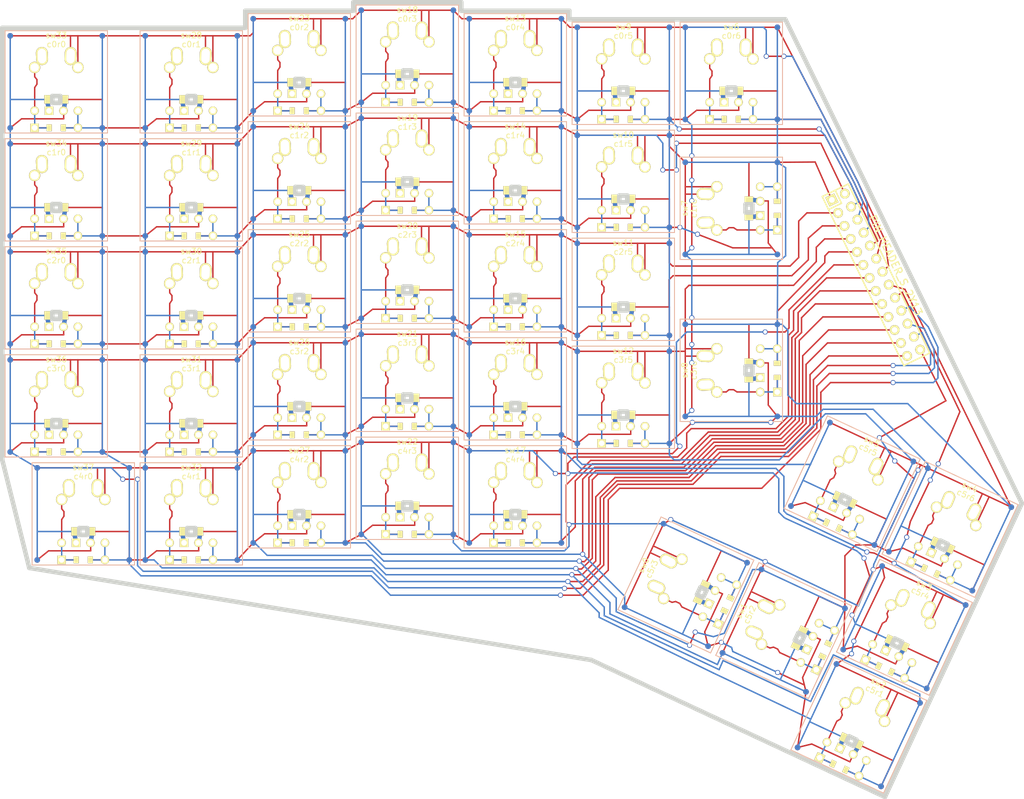
<source format=kicad_pcb>
(kicad_pcb (version 4) (host pcbnew "(2014-09-07 BZR 5117)-product")
  (layers (0 F.Cu signal) (31 B.Cu signal) (34 B.Paste user hide) (35 F.Paste user hide) (36 B.SilkS user hide) (37 F.SilkS user hide) (38 B.Mask user hide) (39 F.Mask user hide) (44 Edge.Cuts user))
  (net 0 "")
  (module alpsmx (layer F.Cu) (at 190.75 122.5 65)
    (fp_text reference sw0 (at 0 -8.2 65) (layer F.SilkS))
    (fp_text value c5r3 (at 0 -6.6 65) (layer F.SilkS))
    (fp_line (start 1.6 3.1) (end 8.1 3.1) (layer F.Cu) (width 0.25))
    (fp_line (start 8.1 3.1) (end 8.1 8.1) (layer F.Cu) (width 0.25))
    (fp_line (start -8.1 8.1) (end -6.1 6.5) (layer F.Cu) (width 0.25))
    (fp_line (start 1.3 6.5) (end 1.3 5.1) (layer F.Cu) (width 0.25))
    (fp_line (start -6.1 6.5) (end 1.3 6.5) (layer F.Cu) (width 0.25))
    (fp_line (start 3.8 -2.5) (end 3.8 -8.1) (layer F.Cu) (width 0.25))
    (fp_line (start 2.5 -4.6) (end 2.5 -8.1) (layer F.Cu) (width 0.25))
    (fp_line (start -8.1 -8.1) (end 8.1 -8.1) (layer F.Cu) (width 0.25))
    (fp_line (start -1.6 3.1) (end -1.3 5.1) (layer B.Cu) (width 0.75))
    (fp_line (start 1.6 3.1) (end 1.3 5.1) (layer B.Cu) (width 0.75))
    (fp_line (start 1.3 5.1) (end 1.6 3.1) (layer F.Cu) (width 0.75))
    (fp_line (start -1.3 5.1) (end -1.6 3.1) (layer F.Cu) (width 0.75))
    (fp_line (start -3.8 8.1) (end -1.3 8.1) (layer B.Cu) (width 0.25))
    (fp_line (start -3.8 8.1) (end -1.3 8.1) (layer F.Cu) (width 0.25))
    (fp_line (start -3.8 8.1) (end -3.8 5.1) (layer B.Cu) (width 0.25))
    (fp_line (start 3.8 8.1) (end 3.8 5.1) (layer B.Cu) (width 0.25))
    (fp_line (start 3.8 8.1) (end 1.3 8.1) (layer B.Cu) (width 0.25))
    (fp_line (start 3.8 8.1) (end 1.3 8.1) (layer F.Cu) (width 0.25))
    (fp_line (start -3.8 5.1) (end -3.8 1) (layer F.Cu) (width 0.25))
    (fp_line (start -3.8 1) (end -3.4 0.4) (layer F.Cu) (width 0.25))
    (fp_line (start -3.4 0.4) (end -3.4 -0.4) (layer F.Cu) (width 0.25))
    (fp_line (start -3.4 -0.4) (end -3.8 -0.9) (layer F.Cu) (width 0.25))
    (fp_line (start -3.8 -0.9) (end -3.8 -2.5) (layer F.Cu) (width 0.25))
    (fp_line (start -1.6 3.1) (end -8.1 3.1) (layer B.Cu) (width 0.25))
    (fp_line (start -8.1 8.1) (end -8.1 -8.1) (layer B.Cu) (width 0.25))
    (fp_line (start 8.1 8.1) (end 8.1 -8.1) (layer B.Cu) (width 0.25))
    (fp_line (start 3.8 8.1) (end 8.1 8.1) (layer B.Cu) (width 0.25))
    (fp_line (start -0.7 2.5) (end 0.7 2.5) (layer Edge.Cuts) (width 0.8))
    (fp_line (start 0.7 2.5) (end 0.7 3.7) (layer Edge.Cuts) (width 0.8))
    (fp_line (start 0.7 3.7) (end -0.7 3.7) (layer Edge.Cuts) (width 0.8))
    (fp_line (start -0.7 3.7) (end -0.7 2.5) (layer Edge.Cuts) (width 0.8))
    (pad "" np_thru_hole circle (at 0 0 65) (size 4 4) (drill 4) (layers *.Cu))
    (pad "" np_thru_hole circle (at 5.08 0 65) (size 1.7018 1.7018) (drill 1.7018) (layers *.Cu))
    (pad "" np_thru_hole circle (at -5.08 0 65) (size 1.7018 1.7018) (drill 1.7018) (layers *.Cu))
    (pad "" smd rect (at 1.6 3.08 65) (size 1 1.5) (layers *.Cu *.Mask F.SilkS))
    (pad "" smd rect (at -1.6 3.08 65) (size 1 1.5) (layers *.Cu *.Mask F.SilkS))
    (pad "" thru_hole circle (at 1.27 5.08 65) (size 1.5 1.5) (drill 1) (layers *.Cu *.Mask F.SilkS))
    (pad "" thru_hole rect (at -1.27 5.08 65) (size 1.5 1.5) (drill 1) (layers *.Cu *.Mask F.SilkS))
    (pad "" thru_hole circle (at 3.81 5.08 65) (size 1.5 1.5) (drill 1) (layers *.Cu *.Mask F.SilkS))
    (pad "" thru_hole circle (at -3.81 5.08 65) (size 1.5 1.5) (drill 1) (layers *.Cu *.Mask F.SilkS))
    (pad "" thru_hole circle (at 3.81 8.082 65) (size 1.5 1.5) (drill 1) (layers *.Cu *.Mask F.SilkS))
    (pad "" thru_hole rect (at -3.81 8.082 65) (size 1.5 1.5) (drill 1) (layers *.Cu *.Mask F.SilkS))
    (pad "" smd rect (at 1.25 8.082 65) (size 0.9 1.2) (layers *.Cu *.Mask F.SilkS))
    (pad "" smd rect (at -1.25 8.082 65) (size 0.9 1.2) (layers *.Cu *.Mask F.SilkS))
    (pad "" thru_hole circle (at 3.81 -2.54 65) (size 2 2) (drill 1.5) (layers *.Cu *.Mask F.SilkS))
    (pad "" thru_hole circle (at -3.81 -2.54 65) (size 2 2) (drill 1.5) (layers *.Cu *.Mask F.SilkS))
    (pad "" thru_hole oval (at 2.52 -4.54 62.8) (size 2.1 3.2) (drill oval 1.5 2.6) (layers *.Cu *.Mask F.SilkS))
    (pad "" thru_hole oval (at -2.52 -4.54 67.2) (size 2.1 3.2) (drill oval 1.5 2.6) (layers *.Cu *.Mask F.SilkS))
    (pad "" smd circle (at 8.1 8.1 65) (size 1 1) (layers B.Cu F.Paste F.Mask))
    (pad "" smd circle (at 8.1 -8.1 65) (size 1 1) (layers B.Cu F.Paste F.Mask))
    (pad "" smd circle (at -8.1 -8.1 65) (size 1 1) (layers B.Cu F.Paste F.Mask))
    (pad "" smd circle (at -8.1 8.1 65) (size 1 1) (layers B.Cu F.Paste F.Mask))
    (pad "" smd circle (at 8.1 -8.1 65) (size 1 1) (layers F.Cu F.Paste F.Mask))
    (pad "" smd circle (at 8.1 8.1 65) (size 1 1) (layers F.Cu F.Paste F.Mask))
    (pad "" smd circle (at -8.1 8.1 65) (size 1 1) (layers F.Cu F.Paste F.Mask))
    (pad "" smd circle (at -8.1 -8.1 65) (size 1 1) (layers F.Cu F.Paste F.Mask))
  )
  (module alpsmx (layer F.Cu) (at 207.969848 130.529747 65)
    (fp_text reference sw1 (at 0 -8.2 65) (layer F.SilkS))
    (fp_text value c5r2 (at 0 -6.6 65) (layer F.SilkS))
    (fp_line (start 1.6 3.1) (end 8.1 3.1) (layer F.Cu) (width 0.25))
    (fp_line (start 8.1 3.1) (end 8.1 8.1) (layer F.Cu) (width 0.25))
    (fp_line (start -8.1 8.1) (end -6.1 6.5) (layer F.Cu) (width 0.25))
    (fp_line (start 1.3 6.5) (end 1.3 5.1) (layer F.Cu) (width 0.25))
    (fp_line (start -6.1 6.5) (end 1.3 6.5) (layer F.Cu) (width 0.25))
    (fp_line (start 3.8 -2.5) (end 3.8 -8.1) (layer F.Cu) (width 0.25))
    (fp_line (start 2.5 -4.6) (end 2.5 -8.1) (layer F.Cu) (width 0.25))
    (fp_line (start -8.1 -8.1) (end 8.1 -8.1) (layer F.Cu) (width 0.25))
    (fp_line (start -1.6 3.1) (end -1.3 5.1) (layer B.Cu) (width 0.75))
    (fp_line (start 1.6 3.1) (end 1.3 5.1) (layer B.Cu) (width 0.75))
    (fp_line (start 1.3 5.1) (end 1.6 3.1) (layer F.Cu) (width 0.75))
    (fp_line (start -1.3 5.1) (end -1.6 3.1) (layer F.Cu) (width 0.75))
    (fp_line (start -3.8 8.1) (end -1.3 8.1) (layer B.Cu) (width 0.25))
    (fp_line (start -3.8 8.1) (end -1.3 8.1) (layer F.Cu) (width 0.25))
    (fp_line (start -3.8 8.1) (end -3.8 5.1) (layer B.Cu) (width 0.25))
    (fp_line (start 3.8 8.1) (end 3.8 5.1) (layer B.Cu) (width 0.25))
    (fp_line (start 3.8 8.1) (end 1.3 8.1) (layer B.Cu) (width 0.25))
    (fp_line (start 3.8 8.1) (end 1.3 8.1) (layer F.Cu) (width 0.25))
    (fp_line (start -3.8 5.1) (end -3.8 1) (layer F.Cu) (width 0.25))
    (fp_line (start -3.8 1) (end -3.4 0.4) (layer F.Cu) (width 0.25))
    (fp_line (start -3.4 0.4) (end -3.4 -0.4) (layer F.Cu) (width 0.25))
    (fp_line (start -3.4 -0.4) (end -3.8 -0.9) (layer F.Cu) (width 0.25))
    (fp_line (start -3.8 -0.9) (end -3.8 -2.5) (layer F.Cu) (width 0.25))
    (fp_line (start -1.6 3.1) (end -8.1 3.1) (layer B.Cu) (width 0.25))
    (fp_line (start -8.1 8.1) (end -8.1 -8.1) (layer B.Cu) (width 0.25))
    (fp_line (start 8.1 8.1) (end 8.1 -8.1) (layer B.Cu) (width 0.25))
    (fp_line (start 3.8 8.1) (end 8.1 8.1) (layer B.Cu) (width 0.25))
    (fp_line (start -0.7 2.5) (end 0.7 2.5) (layer Edge.Cuts) (width 0.8))
    (fp_line (start 0.7 2.5) (end 0.7 3.7) (layer Edge.Cuts) (width 0.8))
    (fp_line (start 0.7 3.7) (end -0.7 3.7) (layer Edge.Cuts) (width 0.8))
    (fp_line (start -0.7 3.7) (end -0.7 2.5) (layer Edge.Cuts) (width 0.8))
    (pad "" np_thru_hole circle (at 0 0 65) (size 4 4) (drill 4) (layers *.Cu))
    (pad "" np_thru_hole circle (at 5.08 0 65) (size 1.7018 1.7018) (drill 1.7018) (layers *.Cu))
    (pad "" np_thru_hole circle (at -5.08 0 65) (size 1.7018 1.7018) (drill 1.7018) (layers *.Cu))
    (pad "" smd rect (at 1.6 3.08 65) (size 1 1.5) (layers *.Cu *.Mask F.SilkS))
    (pad "" smd rect (at -1.6 3.08 65) (size 1 1.5) (layers *.Cu *.Mask F.SilkS))
    (pad "" thru_hole circle (at 1.27 5.08 65) (size 1.5 1.5) (drill 1) (layers *.Cu *.Mask F.SilkS))
    (pad "" thru_hole rect (at -1.27 5.08 65) (size 1.5 1.5) (drill 1) (layers *.Cu *.Mask F.SilkS))
    (pad "" thru_hole circle (at 3.81 5.08 65) (size 1.5 1.5) (drill 1) (layers *.Cu *.Mask F.SilkS))
    (pad "" thru_hole circle (at -3.81 5.08 65) (size 1.5 1.5) (drill 1) (layers *.Cu *.Mask F.SilkS))
    (pad "" thru_hole circle (at 3.81 8.082 65) (size 1.5 1.5) (drill 1) (layers *.Cu *.Mask F.SilkS))
    (pad "" thru_hole rect (at -3.81 8.082 65) (size 1.5 1.5) (drill 1) (layers *.Cu *.Mask F.SilkS))
    (pad "" smd rect (at 1.25 8.082 65) (size 0.9 1.2) (layers *.Cu *.Mask F.SilkS))
    (pad "" smd rect (at -1.25 8.082 65) (size 0.9 1.2) (layers *.Cu *.Mask F.SilkS))
    (pad "" thru_hole circle (at 3.81 -2.54 65) (size 2 2) (drill 1.5) (layers *.Cu *.Mask F.SilkS))
    (pad "" thru_hole circle (at -3.81 -2.54 65) (size 2 2) (drill 1.5) (layers *.Cu *.Mask F.SilkS))
    (pad "" thru_hole oval (at 2.52 -4.54 62.8) (size 2.1 3.2) (drill oval 1.5 2.6) (layers *.Cu *.Mask F.SilkS))
    (pad "" thru_hole oval (at -2.52 -4.54 67.2) (size 2.1 3.2) (drill oval 1.5 2.6) (layers *.Cu *.Mask F.SilkS))
    (pad "" smd circle (at 8.1 8.1 65) (size 1 1) (layers B.Cu F.Paste F.Mask))
    (pad "" smd circle (at 8.1 -8.1 65) (size 1 1) (layers B.Cu F.Paste F.Mask))
    (pad "" smd circle (at -8.1 -8.1 65) (size 1 1) (layers B.Cu F.Paste F.Mask))
    (pad "" smd circle (at -8.1 8.1 65) (size 1 1) (layers B.Cu F.Paste F.Mask))
    (pad "" smd circle (at 8.1 -8.1 65) (size 1 1) (layers F.Cu F.Paste F.Mask))
    (pad "" smd circle (at 8.1 8.1 65) (size 1 1) (layers F.Cu F.Paste F.Mask))
    (pad "" smd circle (at -8.1 8.1 65) (size 1 1) (layers F.Cu F.Paste F.Mask))
    (pad "" smd circle (at -8.1 -8.1 65) (size 1 1) (layers F.Cu F.Paste F.Mask))
  )
  (module alpsmx (layer F.Cu) (at 221.174822 147.169418 335)
    (fp_text reference sw2 (at 0 -8.2 335) (layer F.SilkS))
    (fp_text value c5r1 (at 0 -6.6 335) (layer F.SilkS))
    (fp_line (start 1.6 3.1) (end 8.1 3.1) (layer F.Cu) (width 0.25))
    (fp_line (start 8.1 3.1) (end 8.1 8.1) (layer F.Cu) (width 0.25))
    (fp_line (start -8.1 8.1) (end -6.1 6.5) (layer F.Cu) (width 0.25))
    (fp_line (start 1.3 6.5) (end 1.3 5.1) (layer F.Cu) (width 0.25))
    (fp_line (start -6.1 6.5) (end 1.3 6.5) (layer F.Cu) (width 0.25))
    (fp_line (start 3.8 -2.5) (end 3.8 -8.1) (layer F.Cu) (width 0.25))
    (fp_line (start 2.5 -4.6) (end 2.5 -8.1) (layer F.Cu) (width 0.25))
    (fp_line (start -8.1 -8.1) (end 8.1 -8.1) (layer F.Cu) (width 0.25))
    (fp_line (start -1.6 3.1) (end -1.3 5.1) (layer B.Cu) (width 0.75))
    (fp_line (start 1.6 3.1) (end 1.3 5.1) (layer B.Cu) (width 0.75))
    (fp_line (start 1.3 5.1) (end 1.6 3.1) (layer F.Cu) (width 0.75))
    (fp_line (start -1.3 5.1) (end -1.6 3.1) (layer F.Cu) (width 0.75))
    (fp_line (start -3.8 8.1) (end -1.3 8.1) (layer B.Cu) (width 0.25))
    (fp_line (start -3.8 8.1) (end -1.3 8.1) (layer F.Cu) (width 0.25))
    (fp_line (start -3.8 8.1) (end -3.8 5.1) (layer B.Cu) (width 0.25))
    (fp_line (start 3.8 8.1) (end 3.8 5.1) (layer B.Cu) (width 0.25))
    (fp_line (start 3.8 8.1) (end 1.3 8.1) (layer B.Cu) (width 0.25))
    (fp_line (start 3.8 8.1) (end 1.3 8.1) (layer F.Cu) (width 0.25))
    (fp_line (start -3.8 5.1) (end -3.8 1) (layer F.Cu) (width 0.25))
    (fp_line (start -3.8 1) (end -3.4 0.4) (layer F.Cu) (width 0.25))
    (fp_line (start -3.4 0.4) (end -3.4 -0.4) (layer F.Cu) (width 0.25))
    (fp_line (start -3.4 -0.4) (end -3.8 -0.9) (layer F.Cu) (width 0.25))
    (fp_line (start -3.8 -0.9) (end -3.8 -2.5) (layer F.Cu) (width 0.25))
    (fp_line (start -1.6 3.1) (end -8.1 3.1) (layer B.Cu) (width 0.25))
    (fp_line (start -8.1 8.1) (end -8.1 -8.1) (layer B.Cu) (width 0.25))
    (fp_line (start 8.1 8.1) (end 8.1 -8.1) (layer B.Cu) (width 0.25))
    (fp_line (start 3.8 8.1) (end 8.1 8.1) (layer B.Cu) (width 0.25))
    (fp_line (start -0.7 2.5) (end 0.7 2.5) (layer Edge.Cuts) (width 0.8))
    (fp_line (start 0.7 2.5) (end 0.7 3.7) (layer Edge.Cuts) (width 0.8))
    (fp_line (start 0.7 3.7) (end -0.7 3.7) (layer Edge.Cuts) (width 0.8))
    (fp_line (start -0.7 3.7) (end -0.7 2.5) (layer Edge.Cuts) (width 0.8))
    (pad "" np_thru_hole circle (at 0 0 335) (size 4 4) (drill 4) (layers *.Cu))
    (pad "" np_thru_hole circle (at 5.08 0 335) (size 1.7018 1.7018) (drill 1.7018) (layers *.Cu))
    (pad "" np_thru_hole circle (at -5.08 0 335) (size 1.7018 1.7018) (drill 1.7018) (layers *.Cu))
    (pad "" smd rect (at 1.6 3.08 335) (size 1 1.5) (layers *.Cu *.Mask F.SilkS))
    (pad "" smd rect (at -1.6 3.08 335) (size 1 1.5) (layers *.Cu *.Mask F.SilkS))
    (pad "" thru_hole circle (at 1.27 5.08 335) (size 1.5 1.5) (drill 1) (layers *.Cu *.Mask F.SilkS))
    (pad "" thru_hole rect (at -1.27 5.08 335) (size 1.5 1.5) (drill 1) (layers *.Cu *.Mask F.SilkS))
    (pad "" thru_hole circle (at 3.81 5.08 335) (size 1.5 1.5) (drill 1) (layers *.Cu *.Mask F.SilkS))
    (pad "" thru_hole circle (at -3.81 5.08 335) (size 1.5 1.5) (drill 1) (layers *.Cu *.Mask F.SilkS))
    (pad "" thru_hole circle (at 3.81 8.082 335) (size 1.5 1.5) (drill 1) (layers *.Cu *.Mask F.SilkS))
    (pad "" thru_hole rect (at -3.81 8.082 335) (size 1.5 1.5) (drill 1) (layers *.Cu *.Mask F.SilkS))
    (pad "" smd rect (at 1.25 8.082 335) (size 0.9 1.2) (layers *.Cu *.Mask F.SilkS))
    (pad "" smd rect (at -1.25 8.082 335) (size 0.9 1.2) (layers *.Cu *.Mask F.SilkS))
    (pad "" thru_hole circle (at 3.81 -2.54 335) (size 2 2) (drill 1.5) (layers *.Cu *.Mask F.SilkS))
    (pad "" thru_hole circle (at -3.81 -2.54 335) (size 2 2) (drill 1.5) (layers *.Cu *.Mask F.SilkS))
    (pad "" thru_hole oval (at 2.52 -4.54 332.8) (size 2.1 3.2) (drill oval 1.5 2.6) (layers *.Cu *.Mask F.SilkS))
    (pad "" thru_hole oval (at -2.52 -4.54 337.2) (size 2.1 3.2) (drill oval 1.5 2.6) (layers *.Cu *.Mask F.SilkS))
    (pad "" smd circle (at 8.1 8.1 335) (size 1 1) (layers B.Cu F.Paste F.Mask))
    (pad "" smd circle (at 8.1 -8.1 335) (size 1 1) (layers B.Cu F.Paste F.Mask))
    (pad "" smd circle (at -8.1 -8.1 335) (size 1 1) (layers B.Cu F.Paste F.Mask))
    (pad "" smd circle (at -8.1 8.1 335) (size 1 1) (layers B.Cu F.Paste F.Mask))
    (pad "" smd circle (at 8.1 -8.1 335) (size 1 1) (layers F.Cu F.Paste F.Mask))
    (pad "" smd circle (at 8.1 8.1 335) (size 1 1) (layers F.Cu F.Paste F.Mask))
    (pad "" smd circle (at -8.1 8.1 335) (size 1 1) (layers F.Cu F.Paste F.Mask))
    (pad "" smd circle (at -8.1 -8.1 335) (size 1 1) (layers F.Cu F.Paste F.Mask))
  )
  (module alpsmx (layer F.Cu) (at 229.204569 129.94957 335)
    (fp_text reference sw3 (at 0 -8.2 335) (layer F.SilkS))
    (fp_text value c5r4 (at 0 -6.6 335) (layer F.SilkS))
    (fp_line (start 1.6 3.1) (end 8.1 3.1) (layer F.Cu) (width 0.25))
    (fp_line (start 8.1 3.1) (end 8.1 8.1) (layer F.Cu) (width 0.25))
    (fp_line (start -8.1 8.1) (end -6.1 6.5) (layer F.Cu) (width 0.25))
    (fp_line (start 1.3 6.5) (end 1.3 5.1) (layer F.Cu) (width 0.25))
    (fp_line (start -6.1 6.5) (end 1.3 6.5) (layer F.Cu) (width 0.25))
    (fp_line (start 3.8 -2.5) (end 3.8 -8.1) (layer F.Cu) (width 0.25))
    (fp_line (start 2.5 -4.6) (end 2.5 -8.1) (layer F.Cu) (width 0.25))
    (fp_line (start -8.1 -8.1) (end 8.1 -8.1) (layer F.Cu) (width 0.25))
    (fp_line (start -1.6 3.1) (end -1.3 5.1) (layer B.Cu) (width 0.75))
    (fp_line (start 1.6 3.1) (end 1.3 5.1) (layer B.Cu) (width 0.75))
    (fp_line (start 1.3 5.1) (end 1.6 3.1) (layer F.Cu) (width 0.75))
    (fp_line (start -1.3 5.1) (end -1.6 3.1) (layer F.Cu) (width 0.75))
    (fp_line (start -3.8 8.1) (end -1.3 8.1) (layer B.Cu) (width 0.25))
    (fp_line (start -3.8 8.1) (end -1.3 8.1) (layer F.Cu) (width 0.25))
    (fp_line (start -3.8 8.1) (end -3.8 5.1) (layer B.Cu) (width 0.25))
    (fp_line (start 3.8 8.1) (end 3.8 5.1) (layer B.Cu) (width 0.25))
    (fp_line (start 3.8 8.1) (end 1.3 8.1) (layer B.Cu) (width 0.25))
    (fp_line (start 3.8 8.1) (end 1.3 8.1) (layer F.Cu) (width 0.25))
    (fp_line (start -3.8 5.1) (end -3.8 1) (layer F.Cu) (width 0.25))
    (fp_line (start -3.8 1) (end -3.4 0.4) (layer F.Cu) (width 0.25))
    (fp_line (start -3.4 0.4) (end -3.4 -0.4) (layer F.Cu) (width 0.25))
    (fp_line (start -3.4 -0.4) (end -3.8 -0.9) (layer F.Cu) (width 0.25))
    (fp_line (start -3.8 -0.9) (end -3.8 -2.5) (layer F.Cu) (width 0.25))
    (fp_line (start -1.6 3.1) (end -8.1 3.1) (layer B.Cu) (width 0.25))
    (fp_line (start -8.1 8.1) (end -8.1 -8.1) (layer B.Cu) (width 0.25))
    (fp_line (start 8.1 8.1) (end 8.1 -8.1) (layer B.Cu) (width 0.25))
    (fp_line (start 3.8 8.1) (end 8.1 8.1) (layer B.Cu) (width 0.25))
    (fp_line (start -0.7 2.5) (end 0.7 2.5) (layer Edge.Cuts) (width 0.8))
    (fp_line (start 0.7 2.5) (end 0.7 3.7) (layer Edge.Cuts) (width 0.8))
    (fp_line (start 0.7 3.7) (end -0.7 3.7) (layer Edge.Cuts) (width 0.8))
    (fp_line (start -0.7 3.7) (end -0.7 2.5) (layer Edge.Cuts) (width 0.8))
    (pad "" np_thru_hole circle (at 0 0 335) (size 4 4) (drill 4) (layers *.Cu))
    (pad "" np_thru_hole circle (at 5.08 0 335) (size 1.7018 1.7018) (drill 1.7018) (layers *.Cu))
    (pad "" np_thru_hole circle (at -5.08 0 335) (size 1.7018 1.7018) (drill 1.7018) (layers *.Cu))
    (pad "" smd rect (at 1.6 3.08 335) (size 1 1.5) (layers *.Cu *.Mask F.SilkS))
    (pad "" smd rect (at -1.6 3.08 335) (size 1 1.5) (layers *.Cu *.Mask F.SilkS))
    (pad "" thru_hole circle (at 1.27 5.08 335) (size 1.5 1.5) (drill 1) (layers *.Cu *.Mask F.SilkS))
    (pad "" thru_hole rect (at -1.27 5.08 335) (size 1.5 1.5) (drill 1) (layers *.Cu *.Mask F.SilkS))
    (pad "" thru_hole circle (at 3.81 5.08 335) (size 1.5 1.5) (drill 1) (layers *.Cu *.Mask F.SilkS))
    (pad "" thru_hole circle (at -3.81 5.08 335) (size 1.5 1.5) (drill 1) (layers *.Cu *.Mask F.SilkS))
    (pad "" thru_hole circle (at 3.81 8.082 335) (size 1.5 1.5) (drill 1) (layers *.Cu *.Mask F.SilkS))
    (pad "" thru_hole rect (at -3.81 8.082 335) (size 1.5 1.5) (drill 1) (layers *.Cu *.Mask F.SilkS))
    (pad "" smd rect (at 1.25 8.082 335) (size 0.9 1.2) (layers *.Cu *.Mask F.SilkS))
    (pad "" smd rect (at -1.25 8.082 335) (size 0.9 1.2) (layers *.Cu *.Mask F.SilkS))
    (pad "" thru_hole circle (at 3.81 -2.54 335) (size 2 2) (drill 1.5) (layers *.Cu *.Mask F.SilkS))
    (pad "" thru_hole circle (at -3.81 -2.54 335) (size 2 2) (drill 1.5) (layers *.Cu *.Mask F.SilkS))
    (pad "" thru_hole oval (at 2.52 -4.54 332.8) (size 2.1 3.2) (drill oval 1.5 2.6) (layers *.Cu *.Mask F.SilkS))
    (pad "" thru_hole oval (at -2.52 -4.54 337.2) (size 2.1 3.2) (drill oval 1.5 2.6) (layers *.Cu *.Mask F.SilkS))
    (pad "" smd circle (at 8.1 8.1 335) (size 1 1) (layers B.Cu F.Paste F.Mask))
    (pad "" smd circle (at 8.1 -8.1 335) (size 1 1) (layers B.Cu F.Paste F.Mask))
    (pad "" smd circle (at -8.1 -8.1 335) (size 1 1) (layers B.Cu F.Paste F.Mask))
    (pad "" smd circle (at -8.1 8.1 335) (size 1 1) (layers B.Cu F.Paste F.Mask))
    (pad "" smd circle (at 8.1 -8.1 335) (size 1 1) (layers F.Cu F.Paste F.Mask))
    (pad "" smd circle (at 8.1 8.1 335) (size 1 1) (layers F.Cu F.Paste F.Mask))
    (pad "" smd circle (at -8.1 8.1 335) (size 1 1) (layers F.Cu F.Paste F.Mask))
    (pad "" smd circle (at -8.1 -8.1 335) (size 1 1) (layers F.Cu F.Paste F.Mask))
  )
  (module alpsmx (layer F.Cu) (at 237.234316 112.729722 335)
    (fp_text reference sw4 (at 0 -8.2 335) (layer F.SilkS))
    (fp_text value c5r6 (at 0 -6.6 335) (layer F.SilkS))
    (fp_line (start 1.6 3.1) (end 8.1 3.1) (layer F.Cu) (width 0.25))
    (fp_line (start 8.1 3.1) (end 8.1 8.1) (layer F.Cu) (width 0.25))
    (fp_line (start -8.1 8.1) (end -6.1 6.5) (layer F.Cu) (width 0.25))
    (fp_line (start 1.3 6.5) (end 1.3 5.1) (layer F.Cu) (width 0.25))
    (fp_line (start -6.1 6.5) (end 1.3 6.5) (layer F.Cu) (width 0.25))
    (fp_line (start 3.8 -2.5) (end 3.8 -8.1) (layer F.Cu) (width 0.25))
    (fp_line (start 2.5 -4.6) (end 2.5 -8.1) (layer F.Cu) (width 0.25))
    (fp_line (start -8.1 -8.1) (end 8.1 -8.1) (layer F.Cu) (width 0.25))
    (fp_line (start -1.6 3.1) (end -1.3 5.1) (layer B.Cu) (width 0.75))
    (fp_line (start 1.6 3.1) (end 1.3 5.1) (layer B.Cu) (width 0.75))
    (fp_line (start 1.3 5.1) (end 1.6 3.1) (layer F.Cu) (width 0.75))
    (fp_line (start -1.3 5.1) (end -1.6 3.1) (layer F.Cu) (width 0.75))
    (fp_line (start -3.8 8.1) (end -1.3 8.1) (layer B.Cu) (width 0.25))
    (fp_line (start -3.8 8.1) (end -1.3 8.1) (layer F.Cu) (width 0.25))
    (fp_line (start -3.8 8.1) (end -3.8 5.1) (layer B.Cu) (width 0.25))
    (fp_line (start 3.8 8.1) (end 3.8 5.1) (layer B.Cu) (width 0.25))
    (fp_line (start 3.8 8.1) (end 1.3 8.1) (layer B.Cu) (width 0.25))
    (fp_line (start 3.8 8.1) (end 1.3 8.1) (layer F.Cu) (width 0.25))
    (fp_line (start -3.8 5.1) (end -3.8 1) (layer F.Cu) (width 0.25))
    (fp_line (start -3.8 1) (end -3.4 0.4) (layer F.Cu) (width 0.25))
    (fp_line (start -3.4 0.4) (end -3.4 -0.4) (layer F.Cu) (width 0.25))
    (fp_line (start -3.4 -0.4) (end -3.8 -0.9) (layer F.Cu) (width 0.25))
    (fp_line (start -3.8 -0.9) (end -3.8 -2.5) (layer F.Cu) (width 0.25))
    (fp_line (start -1.6 3.1) (end -8.1 3.1) (layer B.Cu) (width 0.25))
    (fp_line (start -8.1 8.1) (end -8.1 -8.1) (layer B.Cu) (width 0.25))
    (fp_line (start 8.1 8.1) (end 8.1 -8.1) (layer B.Cu) (width 0.25))
    (fp_line (start 3.8 8.1) (end 8.1 8.1) (layer B.Cu) (width 0.25))
    (fp_line (start -0.7 2.5) (end 0.7 2.5) (layer Edge.Cuts) (width 0.8))
    (fp_line (start 0.7 2.5) (end 0.7 3.7) (layer Edge.Cuts) (width 0.8))
    (fp_line (start 0.7 3.7) (end -0.7 3.7) (layer Edge.Cuts) (width 0.8))
    (fp_line (start -0.7 3.7) (end -0.7 2.5) (layer Edge.Cuts) (width 0.8))
    (pad "" np_thru_hole circle (at 0 0 335) (size 4 4) (drill 4) (layers *.Cu))
    (pad "" np_thru_hole circle (at 5.08 0 335) (size 1.7018 1.7018) (drill 1.7018) (layers *.Cu))
    (pad "" np_thru_hole circle (at -5.08 0 335) (size 1.7018 1.7018) (drill 1.7018) (layers *.Cu))
    (pad "" smd rect (at 1.6 3.08 335) (size 1 1.5) (layers *.Cu *.Mask F.SilkS))
    (pad "" smd rect (at -1.6 3.08 335) (size 1 1.5) (layers *.Cu *.Mask F.SilkS))
    (pad "" thru_hole circle (at 1.27 5.08 335) (size 1.5 1.5) (drill 1) (layers *.Cu *.Mask F.SilkS))
    (pad "" thru_hole rect (at -1.27 5.08 335) (size 1.5 1.5) (drill 1) (layers *.Cu *.Mask F.SilkS))
    (pad "" thru_hole circle (at 3.81 5.08 335) (size 1.5 1.5) (drill 1) (layers *.Cu *.Mask F.SilkS))
    (pad "" thru_hole circle (at -3.81 5.08 335) (size 1.5 1.5) (drill 1) (layers *.Cu *.Mask F.SilkS))
    (pad "" thru_hole circle (at 3.81 8.082 335) (size 1.5 1.5) (drill 1) (layers *.Cu *.Mask F.SilkS))
    (pad "" thru_hole rect (at -3.81 8.082 335) (size 1.5 1.5) (drill 1) (layers *.Cu *.Mask F.SilkS))
    (pad "" smd rect (at 1.25 8.082 335) (size 0.9 1.2) (layers *.Cu *.Mask F.SilkS))
    (pad "" smd rect (at -1.25 8.082 335) (size 0.9 1.2) (layers *.Cu *.Mask F.SilkS))
    (pad "" thru_hole circle (at 3.81 -2.54 335) (size 2 2) (drill 1.5) (layers *.Cu *.Mask F.SilkS))
    (pad "" thru_hole circle (at -3.81 -2.54 335) (size 2 2) (drill 1.5) (layers *.Cu *.Mask F.SilkS))
    (pad "" thru_hole oval (at 2.52 -4.54 332.8) (size 2.1 3.2) (drill oval 1.5 2.6) (layers *.Cu *.Mask F.SilkS))
    (pad "" thru_hole oval (at -2.52 -4.54 337.2) (size 2.1 3.2) (drill oval 1.5 2.6) (layers *.Cu *.Mask F.SilkS))
    (pad "" smd circle (at 8.1 8.1 335) (size 1 1) (layers B.Cu F.Paste F.Mask))
    (pad "" smd circle (at 8.1 -8.1 335) (size 1 1) (layers B.Cu F.Paste F.Mask))
    (pad "" smd circle (at -8.1 -8.1 335) (size 1 1) (layers B.Cu F.Paste F.Mask))
    (pad "" smd circle (at -8.1 8.1 335) (size 1 1) (layers B.Cu F.Paste F.Mask))
    (pad "" smd circle (at 8.1 -8.1 335) (size 1 1) (layers F.Cu F.Paste F.Mask))
    (pad "" smd circle (at 8.1 8.1 335) (size 1 1) (layers F.Cu F.Paste F.Mask))
    (pad "" smd circle (at -8.1 8.1 335) (size 1 1) (layers F.Cu F.Paste F.Mask))
    (pad "" smd circle (at -8.1 -8.1 335) (size 1 1) (layers F.Cu F.Paste F.Mask))
  )
  (module alpsmx (layer F.Cu) (at 220.014468 104.699975 335)
    (fp_text reference sw5 (at 0 -8.2 335) (layer F.SilkS))
    (fp_text value c5r5 (at 0 -6.6 335) (layer F.SilkS))
    (fp_line (start 1.6 3.1) (end 8.1 3.1) (layer F.Cu) (width 0.25))
    (fp_line (start 8.1 3.1) (end 8.1 8.1) (layer F.Cu) (width 0.25))
    (fp_line (start -8.1 8.1) (end -6.1 6.5) (layer F.Cu) (width 0.25))
    (fp_line (start 1.3 6.5) (end 1.3 5.1) (layer F.Cu) (width 0.25))
    (fp_line (start -6.1 6.5) (end 1.3 6.5) (layer F.Cu) (width 0.25))
    (fp_line (start 3.8 -2.5) (end 3.8 -8.1) (layer F.Cu) (width 0.25))
    (fp_line (start 2.5 -4.6) (end 2.5 -8.1) (layer F.Cu) (width 0.25))
    (fp_line (start -8.1 -8.1) (end 8.1 -8.1) (layer F.Cu) (width 0.25))
    (fp_line (start -1.6 3.1) (end -1.3 5.1) (layer B.Cu) (width 0.75))
    (fp_line (start 1.6 3.1) (end 1.3 5.1) (layer B.Cu) (width 0.75))
    (fp_line (start 1.3 5.1) (end 1.6 3.1) (layer F.Cu) (width 0.75))
    (fp_line (start -1.3 5.1) (end -1.6 3.1) (layer F.Cu) (width 0.75))
    (fp_line (start -3.8 8.1) (end -1.3 8.1) (layer B.Cu) (width 0.25))
    (fp_line (start -3.8 8.1) (end -1.3 8.1) (layer F.Cu) (width 0.25))
    (fp_line (start -3.8 8.1) (end -3.8 5.1) (layer B.Cu) (width 0.25))
    (fp_line (start 3.8 8.1) (end 3.8 5.1) (layer B.Cu) (width 0.25))
    (fp_line (start 3.8 8.1) (end 1.3 8.1) (layer B.Cu) (width 0.25))
    (fp_line (start 3.8 8.1) (end 1.3 8.1) (layer F.Cu) (width 0.25))
    (fp_line (start -3.8 5.1) (end -3.8 1) (layer F.Cu) (width 0.25))
    (fp_line (start -3.8 1) (end -3.4 0.4) (layer F.Cu) (width 0.25))
    (fp_line (start -3.4 0.4) (end -3.4 -0.4) (layer F.Cu) (width 0.25))
    (fp_line (start -3.4 -0.4) (end -3.8 -0.9) (layer F.Cu) (width 0.25))
    (fp_line (start -3.8 -0.9) (end -3.8 -2.5) (layer F.Cu) (width 0.25))
    (fp_line (start -1.6 3.1) (end -8.1 3.1) (layer B.Cu) (width 0.25))
    (fp_line (start -8.1 8.1) (end -8.1 -8.1) (layer B.Cu) (width 0.25))
    (fp_line (start 8.1 8.1) (end 8.1 -8.1) (layer B.Cu) (width 0.25))
    (fp_line (start 3.8 8.1) (end 8.1 8.1) (layer B.Cu) (width 0.25))
    (fp_line (start -0.7 2.5) (end 0.7 2.5) (layer Edge.Cuts) (width 0.8))
    (fp_line (start 0.7 2.5) (end 0.7 3.7) (layer Edge.Cuts) (width 0.8))
    (fp_line (start 0.7 3.7) (end -0.7 3.7) (layer Edge.Cuts) (width 0.8))
    (fp_line (start -0.7 3.7) (end -0.7 2.5) (layer Edge.Cuts) (width 0.8))
    (pad "" np_thru_hole circle (at 0 0 335) (size 4 4) (drill 4) (layers *.Cu))
    (pad "" np_thru_hole circle (at 5.08 0 335) (size 1.7018 1.7018) (drill 1.7018) (layers *.Cu))
    (pad "" np_thru_hole circle (at -5.08 0 335) (size 1.7018 1.7018) (drill 1.7018) (layers *.Cu))
    (pad "" smd rect (at 1.6 3.08 335) (size 1 1.5) (layers *.Cu *.Mask F.SilkS))
    (pad "" smd rect (at -1.6 3.08 335) (size 1 1.5) (layers *.Cu *.Mask F.SilkS))
    (pad "" thru_hole circle (at 1.27 5.08 335) (size 1.5 1.5) (drill 1) (layers *.Cu *.Mask F.SilkS))
    (pad "" thru_hole rect (at -1.27 5.08 335) (size 1.5 1.5) (drill 1) (layers *.Cu *.Mask F.SilkS))
    (pad "" thru_hole circle (at 3.81 5.08 335) (size 1.5 1.5) (drill 1) (layers *.Cu *.Mask F.SilkS))
    (pad "" thru_hole circle (at -3.81 5.08 335) (size 1.5 1.5) (drill 1) (layers *.Cu *.Mask F.SilkS))
    (pad "" thru_hole circle (at 3.81 8.082 335) (size 1.5 1.5) (drill 1) (layers *.Cu *.Mask F.SilkS))
    (pad "" thru_hole rect (at -3.81 8.082 335) (size 1.5 1.5) (drill 1) (layers *.Cu *.Mask F.SilkS))
    (pad "" smd rect (at 1.25 8.082 335) (size 0.9 1.2) (layers *.Cu *.Mask F.SilkS))
    (pad "" smd rect (at -1.25 8.082 335) (size 0.9 1.2) (layers *.Cu *.Mask F.SilkS))
    (pad "" thru_hole circle (at 3.81 -2.54 335) (size 2 2) (drill 1.5) (layers *.Cu *.Mask F.SilkS))
    (pad "" thru_hole circle (at -3.81 -2.54 335) (size 2 2) (drill 1.5) (layers *.Cu *.Mask F.SilkS))
    (pad "" thru_hole oval (at 2.52 -4.54 332.8) (size 2.1 3.2) (drill oval 1.5 2.6) (layers *.Cu *.Mask F.SilkS))
    (pad "" thru_hole oval (at -2.52 -4.54 337.2) (size 2.1 3.2) (drill oval 1.5 2.6) (layers *.Cu *.Mask F.SilkS))
    (pad "" smd circle (at 8.1 8.1 335) (size 1 1) (layers B.Cu F.Paste F.Mask))
    (pad "" smd circle (at 8.1 -8.1 335) (size 1 1) (layers B.Cu F.Paste F.Mask))
    (pad "" smd circle (at -8.1 -8.1 335) (size 1 1) (layers B.Cu F.Paste F.Mask))
    (pad "" smd circle (at -8.1 8.1 335) (size 1 1) (layers B.Cu F.Paste F.Mask))
    (pad "" smd circle (at 8.1 -8.1 335) (size 1 1) (layers F.Cu F.Paste F.Mask))
    (pad "" smd circle (at 8.1 8.1 335) (size 1 1) (layers F.Cu F.Paste F.Mask))
    (pad "" smd circle (at -8.1 8.1 335) (size 1 1) (layers F.Cu F.Paste F.Mask))
    (pad "" smd circle (at -8.1 -8.1 335) (size 1 1) (layers F.Cu F.Paste F.Mask))
  )
  (module alpsmx (layer F.Cu) (at 198.75 32.5)
    (fp_text reference sw6 (at 0 -8.2) (layer F.SilkS))
    (fp_text value c0r6 (at 0 -6.6) (layer F.SilkS))
    (fp_line (start 1.6 3.1) (end 8.1 3.1) (layer F.Cu) (width 0.25))
    (fp_line (start 8.1 3.1) (end 8.1 8.1) (layer F.Cu) (width 0.25))
    (fp_line (start -8.1 8.1) (end -6.1 6.5) (layer F.Cu) (width 0.25))
    (fp_line (start 1.3 6.5) (end 1.3 5.1) (layer F.Cu) (width 0.25))
    (fp_line (start -6.1 6.5) (end 1.3 6.5) (layer F.Cu) (width 0.25))
    (fp_line (start 3.8 -2.5) (end 3.8 -8.1) (layer F.Cu) (width 0.25))
    (fp_line (start 2.5 -4.6) (end 2.5 -8.1) (layer F.Cu) (width 0.25))
    (fp_line (start -8.1 -8.1) (end 8.1 -8.1) (layer F.Cu) (width 0.25))
    (fp_line (start -1.6 3.1) (end -1.3 5.1) (layer B.Cu) (width 0.75))
    (fp_line (start 1.6 3.1) (end 1.3 5.1) (layer B.Cu) (width 0.75))
    (fp_line (start 1.3 5.1) (end 1.6 3.1) (layer F.Cu) (width 0.75))
    (fp_line (start -1.3 5.1) (end -1.6 3.1) (layer F.Cu) (width 0.75))
    (fp_line (start -3.8 8.1) (end -1.3 8.1) (layer B.Cu) (width 0.25))
    (fp_line (start -3.8 8.1) (end -1.3 8.1) (layer F.Cu) (width 0.25))
    (fp_line (start -3.8 8.1) (end -3.8 5.1) (layer B.Cu) (width 0.25))
    (fp_line (start 3.8 8.1) (end 3.8 5.1) (layer B.Cu) (width 0.25))
    (fp_line (start 3.8 8.1) (end 1.3 8.1) (layer B.Cu) (width 0.25))
    (fp_line (start 3.8 8.1) (end 1.3 8.1) (layer F.Cu) (width 0.25))
    (fp_line (start -3.8 5.1) (end -3.8 1) (layer F.Cu) (width 0.25))
    (fp_line (start -3.8 1) (end -3.4 0.4) (layer F.Cu) (width 0.25))
    (fp_line (start -3.4 0.4) (end -3.4 -0.4) (layer F.Cu) (width 0.25))
    (fp_line (start -3.4 -0.4) (end -3.8 -0.9) (layer F.Cu) (width 0.25))
    (fp_line (start -3.8 -0.9) (end -3.8 -2.5) (layer F.Cu) (width 0.25))
    (fp_line (start -1.6 3.1) (end -8.1 3.1) (layer B.Cu) (width 0.25))
    (fp_line (start -8.1 8.1) (end -8.1 -8.1) (layer B.Cu) (width 0.25))
    (fp_line (start 8.1 8.1) (end 8.1 -8.1) (layer B.Cu) (width 0.25))
    (fp_line (start 3.8 8.1) (end 8.1 8.1) (layer B.Cu) (width 0.25))
    (fp_line (start -0.7 2.5) (end 0.7 2.5) (layer Edge.Cuts) (width 0.8))
    (fp_line (start 0.7 2.5) (end 0.7 3.7) (layer Edge.Cuts) (width 0.8))
    (fp_line (start 0.7 3.7) (end -0.7 3.7) (layer Edge.Cuts) (width 0.8))
    (fp_line (start -0.7 3.7) (end -0.7 2.5) (layer Edge.Cuts) (width 0.8))
    (pad "" np_thru_hole circle (at 0 0) (size 4 4) (drill 4) (layers *.Cu))
    (pad "" np_thru_hole circle (at 5.08 0) (size 1.7018 1.7018) (drill 1.7018) (layers *.Cu))
    (pad "" np_thru_hole circle (at -5.08 0) (size 1.7018 1.7018) (drill 1.7018) (layers *.Cu))
    (pad "" smd rect (at 1.6 3.08) (size 1 1.5) (layers *.Cu *.Mask F.SilkS))
    (pad "" smd rect (at -1.6 3.08) (size 1 1.5) (layers *.Cu *.Mask F.SilkS))
    (pad "" thru_hole circle (at 1.27 5.08) (size 1.5 1.5) (drill 1) (layers *.Cu *.Mask F.SilkS))
    (pad "" thru_hole rect (at -1.27 5.08) (size 1.5 1.5) (drill 1) (layers *.Cu *.Mask F.SilkS))
    (pad "" thru_hole circle (at 3.81 5.08) (size 1.5 1.5) (drill 1) (layers *.Cu *.Mask F.SilkS))
    (pad "" thru_hole circle (at -3.81 5.08) (size 1.5 1.5) (drill 1) (layers *.Cu *.Mask F.SilkS))
    (pad "" thru_hole circle (at 3.81 8.082) (size 1.5 1.5) (drill 1) (layers *.Cu *.Mask F.SilkS))
    (pad "" thru_hole rect (at -3.81 8.082) (size 1.5 1.5) (drill 1) (layers *.Cu *.Mask F.SilkS))
    (pad "" smd rect (at 1.25 8.082) (size 0.9 1.2) (layers *.Cu *.Mask F.SilkS))
    (pad "" smd rect (at -1.25 8.082) (size 0.9 1.2) (layers *.Cu *.Mask F.SilkS))
    (pad "" thru_hole circle (at 3.81 -2.54) (size 2 2) (drill 1.5) (layers *.Cu *.Mask F.SilkS))
    (pad "" thru_hole circle (at -3.81 -2.54) (size 2 2) (drill 1.5) (layers *.Cu *.Mask F.SilkS))
    (pad "" thru_hole oval (at 2.52 -4.54 357.8) (size 2.1 3.2) (drill oval 1.5 2.6) (layers *.Cu *.Mask F.SilkS))
    (pad "" thru_hole oval (at -2.52 -4.54 2.2) (size 2.1 3.2) (drill oval 1.5 2.6) (layers *.Cu *.Mask F.SilkS))
    (pad "" smd circle (at 8.1 8.1) (size 1 1) (layers B.Cu F.Paste F.Mask))
    (pad "" smd circle (at 8.1 -8.1) (size 1 1) (layers B.Cu F.Paste F.Mask))
    (pad "" smd circle (at -8.1 -8.1) (size 1 1) (layers B.Cu F.Paste F.Mask))
    (pad "" smd circle (at -8.1 8.1) (size 1 1) (layers B.Cu F.Paste F.Mask))
    (pad "" smd circle (at 8.1 -8.1) (size 1 1) (layers F.Cu F.Paste F.Mask))
    (pad "" smd circle (at 8.1 8.1) (size 1 1) (layers F.Cu F.Paste F.Mask))
    (pad "" smd circle (at -8.1 8.1) (size 1 1) (layers F.Cu F.Paste F.Mask))
    (pad "" smd circle (at -8.1 -8.1) (size 1 1) (layers F.Cu F.Paste F.Mask))
  )
  (module alpsmx (layer F.Cu) (at 198.75 56.25 90)
    (fp_text reference sw7 (at 0 -8.2 90) (layer F.SilkS))
    (fp_text value c1r6 (at 0 -6.6 90) (layer F.SilkS))
    (fp_line (start 1.6 3.1) (end 8.1 3.1) (layer F.Cu) (width 0.25))
    (fp_line (start 8.1 3.1) (end 8.1 8.1) (layer F.Cu) (width 0.25))
    (fp_line (start -8.1 8.1) (end -6.1 6.5) (layer F.Cu) (width 0.25))
    (fp_line (start 1.3 6.5) (end 1.3 5.1) (layer F.Cu) (width 0.25))
    (fp_line (start -6.1 6.5) (end 1.3 6.5) (layer F.Cu) (width 0.25))
    (fp_line (start 3.8 -2.5) (end 3.8 -8.1) (layer F.Cu) (width 0.25))
    (fp_line (start 2.5 -4.6) (end 2.5 -8.1) (layer F.Cu) (width 0.25))
    (fp_line (start -8.1 -8.1) (end 8.1 -8.1) (layer F.Cu) (width 0.25))
    (fp_line (start -1.6 3.1) (end -1.3 5.1) (layer B.Cu) (width 0.75))
    (fp_line (start 1.6 3.1) (end 1.3 5.1) (layer B.Cu) (width 0.75))
    (fp_line (start 1.3 5.1) (end 1.6 3.1) (layer F.Cu) (width 0.75))
    (fp_line (start -1.3 5.1) (end -1.6 3.1) (layer F.Cu) (width 0.75))
    (fp_line (start -3.8 8.1) (end -1.3 8.1) (layer B.Cu) (width 0.25))
    (fp_line (start -3.8 8.1) (end -1.3 8.1) (layer F.Cu) (width 0.25))
    (fp_line (start -3.8 8.1) (end -3.8 5.1) (layer B.Cu) (width 0.25))
    (fp_line (start 3.8 8.1) (end 3.8 5.1) (layer B.Cu) (width 0.25))
    (fp_line (start 3.8 8.1) (end 1.3 8.1) (layer B.Cu) (width 0.25))
    (fp_line (start 3.8 8.1) (end 1.3 8.1) (layer F.Cu) (width 0.25))
    (fp_line (start -3.8 5.1) (end -3.8 1) (layer F.Cu) (width 0.25))
    (fp_line (start -3.8 1) (end -3.4 0.4) (layer F.Cu) (width 0.25))
    (fp_line (start -3.4 0.4) (end -3.4 -0.4) (layer F.Cu) (width 0.25))
    (fp_line (start -3.4 -0.4) (end -3.8 -0.9) (layer F.Cu) (width 0.25))
    (fp_line (start -3.8 -0.9) (end -3.8 -2.5) (layer F.Cu) (width 0.25))
    (fp_line (start -1.6 3.1) (end -8.1 3.1) (layer B.Cu) (width 0.25))
    (fp_line (start -8.1 8.1) (end -8.1 -8.1) (layer B.Cu) (width 0.25))
    (fp_line (start 8.1 8.1) (end 8.1 -8.1) (layer B.Cu) (width 0.25))
    (fp_line (start 3.8 8.1) (end 8.1 8.1) (layer B.Cu) (width 0.25))
    (fp_line (start -0.7 2.5) (end 0.7 2.5) (layer Edge.Cuts) (width 0.8))
    (fp_line (start 0.7 2.5) (end 0.7 3.7) (layer Edge.Cuts) (width 0.8))
    (fp_line (start 0.7 3.7) (end -0.7 3.7) (layer Edge.Cuts) (width 0.8))
    (fp_line (start -0.7 3.7) (end -0.7 2.5) (layer Edge.Cuts) (width 0.8))
    (pad "" np_thru_hole circle (at 0 0 90) (size 4 4) (drill 4) (layers *.Cu))
    (pad "" np_thru_hole circle (at 5.08 0 90) (size 1.7018 1.7018) (drill 1.7018) (layers *.Cu))
    (pad "" np_thru_hole circle (at -5.08 0 90) (size 1.7018 1.7018) (drill 1.7018) (layers *.Cu))
    (pad "" smd rect (at 1.6 3.08 90) (size 1 1.5) (layers *.Cu *.Mask F.SilkS))
    (pad "" smd rect (at -1.6 3.08 90) (size 1 1.5) (layers *.Cu *.Mask F.SilkS))
    (pad "" thru_hole circle (at 1.27 5.08 90) (size 1.5 1.5) (drill 1) (layers *.Cu *.Mask F.SilkS))
    (pad "" thru_hole rect (at -1.27 5.08 90) (size 1.5 1.5) (drill 1) (layers *.Cu *.Mask F.SilkS))
    (pad "" thru_hole circle (at 3.81 5.08 90) (size 1.5 1.5) (drill 1) (layers *.Cu *.Mask F.SilkS))
    (pad "" thru_hole circle (at -3.81 5.08 90) (size 1.5 1.5) (drill 1) (layers *.Cu *.Mask F.SilkS))
    (pad "" thru_hole circle (at 3.81 8.082 90) (size 1.5 1.5) (drill 1) (layers *.Cu *.Mask F.SilkS))
    (pad "" thru_hole rect (at -3.81 8.082 90) (size 1.5 1.5) (drill 1) (layers *.Cu *.Mask F.SilkS))
    (pad "" smd rect (at 1.25 8.082 90) (size 0.9 1.2) (layers *.Cu *.Mask F.SilkS))
    (pad "" smd rect (at -1.25 8.082 90) (size 0.9 1.2) (layers *.Cu *.Mask F.SilkS))
    (pad "" thru_hole circle (at 3.81 -2.54 90) (size 2 2) (drill 1.5) (layers *.Cu *.Mask F.SilkS))
    (pad "" thru_hole circle (at -3.81 -2.54 90) (size 2 2) (drill 1.5) (layers *.Cu *.Mask F.SilkS))
    (pad "" thru_hole oval (at 2.52 -4.54 87.8) (size 2.1 3.2) (drill oval 1.5 2.6) (layers *.Cu *.Mask F.SilkS))
    (pad "" thru_hole oval (at -2.52 -4.54 92.2) (size 2.1 3.2) (drill oval 1.5 2.6) (layers *.Cu *.Mask F.SilkS))
    (pad "" smd circle (at 8.1 8.1 90) (size 1 1) (layers B.Cu F.Paste F.Mask))
    (pad "" smd circle (at 8.1 -8.1 90) (size 1 1) (layers B.Cu F.Paste F.Mask))
    (pad "" smd circle (at -8.1 -8.1 90) (size 1 1) (layers B.Cu F.Paste F.Mask))
    (pad "" smd circle (at -8.1 8.1 90) (size 1 1) (layers B.Cu F.Paste F.Mask))
    (pad "" smd circle (at 8.1 -8.1 90) (size 1 1) (layers F.Cu F.Paste F.Mask))
    (pad "" smd circle (at 8.1 8.1 90) (size 1 1) (layers F.Cu F.Paste F.Mask))
    (pad "" smd circle (at -8.1 8.1 90) (size 1 1) (layers F.Cu F.Paste F.Mask))
    (pad "" smd circle (at -8.1 -8.1 90) (size 1 1) (layers F.Cu F.Paste F.Mask))
  )
  (module alpsmx (layer F.Cu) (at 198.75 84.75 90)
    (fp_text reference sw8 (at 0 -8.2 90) (layer F.SilkS))
    (fp_text value c3r6 (at 0 -6.6 90) (layer F.SilkS))
    (fp_line (start 1.6 3.1) (end 8.1 3.1) (layer F.Cu) (width 0.25))
    (fp_line (start 8.1 3.1) (end 8.1 8.1) (layer F.Cu) (width 0.25))
    (fp_line (start -8.1 8.1) (end -6.1 6.5) (layer F.Cu) (width 0.25))
    (fp_line (start 1.3 6.5) (end 1.3 5.1) (layer F.Cu) (width 0.25))
    (fp_line (start -6.1 6.5) (end 1.3 6.5) (layer F.Cu) (width 0.25))
    (fp_line (start 3.8 -2.5) (end 3.8 -8.1) (layer F.Cu) (width 0.25))
    (fp_line (start 2.5 -4.6) (end 2.5 -8.1) (layer F.Cu) (width 0.25))
    (fp_line (start -8.1 -8.1) (end 8.1 -8.1) (layer F.Cu) (width 0.25))
    (fp_line (start -1.6 3.1) (end -1.3 5.1) (layer B.Cu) (width 0.75))
    (fp_line (start 1.6 3.1) (end 1.3 5.1) (layer B.Cu) (width 0.75))
    (fp_line (start 1.3 5.1) (end 1.6 3.1) (layer F.Cu) (width 0.75))
    (fp_line (start -1.3 5.1) (end -1.6 3.1) (layer F.Cu) (width 0.75))
    (fp_line (start -3.8 8.1) (end -1.3 8.1) (layer B.Cu) (width 0.25))
    (fp_line (start -3.8 8.1) (end -1.3 8.1) (layer F.Cu) (width 0.25))
    (fp_line (start -3.8 8.1) (end -3.8 5.1) (layer B.Cu) (width 0.25))
    (fp_line (start 3.8 8.1) (end 3.8 5.1) (layer B.Cu) (width 0.25))
    (fp_line (start 3.8 8.1) (end 1.3 8.1) (layer B.Cu) (width 0.25))
    (fp_line (start 3.8 8.1) (end 1.3 8.1) (layer F.Cu) (width 0.25))
    (fp_line (start -3.8 5.1) (end -3.8 1) (layer F.Cu) (width 0.25))
    (fp_line (start -3.8 1) (end -3.4 0.4) (layer F.Cu) (width 0.25))
    (fp_line (start -3.4 0.4) (end -3.4 -0.4) (layer F.Cu) (width 0.25))
    (fp_line (start -3.4 -0.4) (end -3.8 -0.9) (layer F.Cu) (width 0.25))
    (fp_line (start -3.8 -0.9) (end -3.8 -2.5) (layer F.Cu) (width 0.25))
    (fp_line (start -1.6 3.1) (end -8.1 3.1) (layer B.Cu) (width 0.25))
    (fp_line (start -8.1 8.1) (end -8.1 -8.1) (layer B.Cu) (width 0.25))
    (fp_line (start 8.1 8.1) (end 8.1 -8.1) (layer B.Cu) (width 0.25))
    (fp_line (start 3.8 8.1) (end 8.1 8.1) (layer B.Cu) (width 0.25))
    (fp_line (start -0.7 2.5) (end 0.7 2.5) (layer Edge.Cuts) (width 0.8))
    (fp_line (start 0.7 2.5) (end 0.7 3.7) (layer Edge.Cuts) (width 0.8))
    (fp_line (start 0.7 3.7) (end -0.7 3.7) (layer Edge.Cuts) (width 0.8))
    (fp_line (start -0.7 3.7) (end -0.7 2.5) (layer Edge.Cuts) (width 0.8))
    (pad "" np_thru_hole circle (at 0 0 90) (size 4 4) (drill 4) (layers *.Cu))
    (pad "" np_thru_hole circle (at 5.08 0 90) (size 1.7018 1.7018) (drill 1.7018) (layers *.Cu))
    (pad "" np_thru_hole circle (at -5.08 0 90) (size 1.7018 1.7018) (drill 1.7018) (layers *.Cu))
    (pad "" smd rect (at 1.6 3.08 90) (size 1 1.5) (layers *.Cu *.Mask F.SilkS))
    (pad "" smd rect (at -1.6 3.08 90) (size 1 1.5) (layers *.Cu *.Mask F.SilkS))
    (pad "" thru_hole circle (at 1.27 5.08 90) (size 1.5 1.5) (drill 1) (layers *.Cu *.Mask F.SilkS))
    (pad "" thru_hole rect (at -1.27 5.08 90) (size 1.5 1.5) (drill 1) (layers *.Cu *.Mask F.SilkS))
    (pad "" thru_hole circle (at 3.81 5.08 90) (size 1.5 1.5) (drill 1) (layers *.Cu *.Mask F.SilkS))
    (pad "" thru_hole circle (at -3.81 5.08 90) (size 1.5 1.5) (drill 1) (layers *.Cu *.Mask F.SilkS))
    (pad "" thru_hole circle (at 3.81 8.082 90) (size 1.5 1.5) (drill 1) (layers *.Cu *.Mask F.SilkS))
    (pad "" thru_hole rect (at -3.81 8.082 90) (size 1.5 1.5) (drill 1) (layers *.Cu *.Mask F.SilkS))
    (pad "" smd rect (at 1.25 8.082 90) (size 0.9 1.2) (layers *.Cu *.Mask F.SilkS))
    (pad "" smd rect (at -1.25 8.082 90) (size 0.9 1.2) (layers *.Cu *.Mask F.SilkS))
    (pad "" thru_hole circle (at 3.81 -2.54 90) (size 2 2) (drill 1.5) (layers *.Cu *.Mask F.SilkS))
    (pad "" thru_hole circle (at -3.81 -2.54 90) (size 2 2) (drill 1.5) (layers *.Cu *.Mask F.SilkS))
    (pad "" thru_hole oval (at 2.52 -4.54 87.8) (size 2.1 3.2) (drill oval 1.5 2.6) (layers *.Cu *.Mask F.SilkS))
    (pad "" thru_hole oval (at -2.52 -4.54 92.2) (size 2.1 3.2) (drill oval 1.5 2.6) (layers *.Cu *.Mask F.SilkS))
    (pad "" smd circle (at 8.1 8.1 90) (size 1 1) (layers B.Cu F.Paste F.Mask))
    (pad "" smd circle (at 8.1 -8.1 90) (size 1 1) (layers B.Cu F.Paste F.Mask))
    (pad "" smd circle (at -8.1 -8.1 90) (size 1 1) (layers B.Cu F.Paste F.Mask))
    (pad "" smd circle (at -8.1 8.1 90) (size 1 1) (layers B.Cu F.Paste F.Mask))
    (pad "" smd circle (at 8.1 -8.1 90) (size 1 1) (layers F.Cu F.Paste F.Mask))
    (pad "" smd circle (at 8.1 8.1 90) (size 1 1) (layers F.Cu F.Paste F.Mask))
    (pad "" smd circle (at -8.1 8.1 90) (size 1 1) (layers F.Cu F.Paste F.Mask))
    (pad "" smd circle (at -8.1 -8.1 90) (size 1 1) (layers F.Cu F.Paste F.Mask))
  )
  (module alpsmx (layer F.Cu) (at 179.75 32.5)
    (fp_text reference sw9 (at 0 -8.2) (layer F.SilkS))
    (fp_text value c0r5 (at 0 -6.6) (layer F.SilkS))
    (fp_line (start 1.6 3.1) (end 8.1 3.1) (layer F.Cu) (width 0.25))
    (fp_line (start 8.1 3.1) (end 8.1 8.1) (layer F.Cu) (width 0.25))
    (fp_line (start -8.1 8.1) (end -6.1 6.5) (layer F.Cu) (width 0.25))
    (fp_line (start 1.3 6.5) (end 1.3 5.1) (layer F.Cu) (width 0.25))
    (fp_line (start -6.1 6.5) (end 1.3 6.5) (layer F.Cu) (width 0.25))
    (fp_line (start 3.8 -2.5) (end 3.8 -8.1) (layer F.Cu) (width 0.25))
    (fp_line (start 2.5 -4.6) (end 2.5 -8.1) (layer F.Cu) (width 0.25))
    (fp_line (start -8.1 -8.1) (end 8.1 -8.1) (layer F.Cu) (width 0.25))
    (fp_line (start -1.6 3.1) (end -1.3 5.1) (layer B.Cu) (width 0.75))
    (fp_line (start 1.6 3.1) (end 1.3 5.1) (layer B.Cu) (width 0.75))
    (fp_line (start 1.3 5.1) (end 1.6 3.1) (layer F.Cu) (width 0.75))
    (fp_line (start -1.3 5.1) (end -1.6 3.1) (layer F.Cu) (width 0.75))
    (fp_line (start -3.8 8.1) (end -1.3 8.1) (layer B.Cu) (width 0.25))
    (fp_line (start -3.8 8.1) (end -1.3 8.1) (layer F.Cu) (width 0.25))
    (fp_line (start -3.8 8.1) (end -3.8 5.1) (layer B.Cu) (width 0.25))
    (fp_line (start 3.8 8.1) (end 3.8 5.1) (layer B.Cu) (width 0.25))
    (fp_line (start 3.8 8.1) (end 1.3 8.1) (layer B.Cu) (width 0.25))
    (fp_line (start 3.8 8.1) (end 1.3 8.1) (layer F.Cu) (width 0.25))
    (fp_line (start -3.8 5.1) (end -3.8 1) (layer F.Cu) (width 0.25))
    (fp_line (start -3.8 1) (end -3.4 0.4) (layer F.Cu) (width 0.25))
    (fp_line (start -3.4 0.4) (end -3.4 -0.4) (layer F.Cu) (width 0.25))
    (fp_line (start -3.4 -0.4) (end -3.8 -0.9) (layer F.Cu) (width 0.25))
    (fp_line (start -3.8 -0.9) (end -3.8 -2.5) (layer F.Cu) (width 0.25))
    (fp_line (start -1.6 3.1) (end -8.1 3.1) (layer B.Cu) (width 0.25))
    (fp_line (start -8.1 8.1) (end -8.1 -8.1) (layer B.Cu) (width 0.25))
    (fp_line (start 8.1 8.1) (end 8.1 -8.1) (layer B.Cu) (width 0.25))
    (fp_line (start 3.8 8.1) (end 8.1 8.1) (layer B.Cu) (width 0.25))
    (fp_line (start -0.7 2.5) (end 0.7 2.5) (layer Edge.Cuts) (width 0.8))
    (fp_line (start 0.7 2.5) (end 0.7 3.7) (layer Edge.Cuts) (width 0.8))
    (fp_line (start 0.7 3.7) (end -0.7 3.7) (layer Edge.Cuts) (width 0.8))
    (fp_line (start -0.7 3.7) (end -0.7 2.5) (layer Edge.Cuts) (width 0.8))
    (pad "" np_thru_hole circle (at 0 0) (size 4 4) (drill 4) (layers *.Cu))
    (pad "" np_thru_hole circle (at 5.08 0) (size 1.7018 1.7018) (drill 1.7018) (layers *.Cu))
    (pad "" np_thru_hole circle (at -5.08 0) (size 1.7018 1.7018) (drill 1.7018) (layers *.Cu))
    (pad "" smd rect (at 1.6 3.08) (size 1 1.5) (layers *.Cu *.Mask F.SilkS))
    (pad "" smd rect (at -1.6 3.08) (size 1 1.5) (layers *.Cu *.Mask F.SilkS))
    (pad "" thru_hole circle (at 1.27 5.08) (size 1.5 1.5) (drill 1) (layers *.Cu *.Mask F.SilkS))
    (pad "" thru_hole rect (at -1.27 5.08) (size 1.5 1.5) (drill 1) (layers *.Cu *.Mask F.SilkS))
    (pad "" thru_hole circle (at 3.81 5.08) (size 1.5 1.5) (drill 1) (layers *.Cu *.Mask F.SilkS))
    (pad "" thru_hole circle (at -3.81 5.08) (size 1.5 1.5) (drill 1) (layers *.Cu *.Mask F.SilkS))
    (pad "" thru_hole circle (at 3.81 8.082) (size 1.5 1.5) (drill 1) (layers *.Cu *.Mask F.SilkS))
    (pad "" thru_hole rect (at -3.81 8.082) (size 1.5 1.5) (drill 1) (layers *.Cu *.Mask F.SilkS))
    (pad "" smd rect (at 1.25 8.082) (size 0.9 1.2) (layers *.Cu *.Mask F.SilkS))
    (pad "" smd rect (at -1.25 8.082) (size 0.9 1.2) (layers *.Cu *.Mask F.SilkS))
    (pad "" thru_hole circle (at 3.81 -2.54) (size 2 2) (drill 1.5) (layers *.Cu *.Mask F.SilkS))
    (pad "" thru_hole circle (at -3.81 -2.54) (size 2 2) (drill 1.5) (layers *.Cu *.Mask F.SilkS))
    (pad "" thru_hole oval (at 2.52 -4.54 357.8) (size 2.1 3.2) (drill oval 1.5 2.6) (layers *.Cu *.Mask F.SilkS))
    (pad "" thru_hole oval (at -2.52 -4.54 2.2) (size 2.1 3.2) (drill oval 1.5 2.6) (layers *.Cu *.Mask F.SilkS))
    (pad "" smd circle (at 8.1 8.1) (size 1 1) (layers B.Cu F.Paste F.Mask))
    (pad "" smd circle (at 8.1 -8.1) (size 1 1) (layers B.Cu F.Paste F.Mask))
    (pad "" smd circle (at -8.1 -8.1) (size 1 1) (layers B.Cu F.Paste F.Mask))
    (pad "" smd circle (at -8.1 8.1) (size 1 1) (layers B.Cu F.Paste F.Mask))
    (pad "" smd circle (at 8.1 -8.1) (size 1 1) (layers F.Cu F.Paste F.Mask))
    (pad "" smd circle (at 8.1 8.1) (size 1 1) (layers F.Cu F.Paste F.Mask))
    (pad "" smd circle (at -8.1 8.1) (size 1 1) (layers F.Cu F.Paste F.Mask))
    (pad "" smd circle (at -8.1 -8.1) (size 1 1) (layers F.Cu F.Paste F.Mask))
  )
  (module alpsmx (layer F.Cu) (at 179.75 51.5)
    (fp_text reference sw10 (at 0 -8.2) (layer F.SilkS))
    (fp_text value c1r5 (at 0 -6.6) (layer F.SilkS))
    (fp_line (start 1.6 3.1) (end 8.1 3.1) (layer F.Cu) (width 0.25))
    (fp_line (start 8.1 3.1) (end 8.1 8.1) (layer F.Cu) (width 0.25))
    (fp_line (start -8.1 8.1) (end -6.1 6.5) (layer F.Cu) (width 0.25))
    (fp_line (start 1.3 6.5) (end 1.3 5.1) (layer F.Cu) (width 0.25))
    (fp_line (start -6.1 6.5) (end 1.3 6.5) (layer F.Cu) (width 0.25))
    (fp_line (start 3.8 -2.5) (end 3.8 -8.1) (layer F.Cu) (width 0.25))
    (fp_line (start 2.5 -4.6) (end 2.5 -8.1) (layer F.Cu) (width 0.25))
    (fp_line (start -8.1 -8.1) (end 8.1 -8.1) (layer F.Cu) (width 0.25))
    (fp_line (start -1.6 3.1) (end -1.3 5.1) (layer B.Cu) (width 0.75))
    (fp_line (start 1.6 3.1) (end 1.3 5.1) (layer B.Cu) (width 0.75))
    (fp_line (start 1.3 5.1) (end 1.6 3.1) (layer F.Cu) (width 0.75))
    (fp_line (start -1.3 5.1) (end -1.6 3.1) (layer F.Cu) (width 0.75))
    (fp_line (start -3.8 8.1) (end -1.3 8.1) (layer B.Cu) (width 0.25))
    (fp_line (start -3.8 8.1) (end -1.3 8.1) (layer F.Cu) (width 0.25))
    (fp_line (start -3.8 8.1) (end -3.8 5.1) (layer B.Cu) (width 0.25))
    (fp_line (start 3.8 8.1) (end 3.8 5.1) (layer B.Cu) (width 0.25))
    (fp_line (start 3.8 8.1) (end 1.3 8.1) (layer B.Cu) (width 0.25))
    (fp_line (start 3.8 8.1) (end 1.3 8.1) (layer F.Cu) (width 0.25))
    (fp_line (start -3.8 5.1) (end -3.8 1) (layer F.Cu) (width 0.25))
    (fp_line (start -3.8 1) (end -3.4 0.4) (layer F.Cu) (width 0.25))
    (fp_line (start -3.4 0.4) (end -3.4 -0.4) (layer F.Cu) (width 0.25))
    (fp_line (start -3.4 -0.4) (end -3.8 -0.9) (layer F.Cu) (width 0.25))
    (fp_line (start -3.8 -0.9) (end -3.8 -2.5) (layer F.Cu) (width 0.25))
    (fp_line (start -1.6 3.1) (end -8.1 3.1) (layer B.Cu) (width 0.25))
    (fp_line (start -8.1 8.1) (end -8.1 -8.1) (layer B.Cu) (width 0.25))
    (fp_line (start 8.1 8.1) (end 8.1 -8.1) (layer B.Cu) (width 0.25))
    (fp_line (start 3.8 8.1) (end 8.1 8.1) (layer B.Cu) (width 0.25))
    (fp_line (start -0.7 2.5) (end 0.7 2.5) (layer Edge.Cuts) (width 0.8))
    (fp_line (start 0.7 2.5) (end 0.7 3.7) (layer Edge.Cuts) (width 0.8))
    (fp_line (start 0.7 3.7) (end -0.7 3.7) (layer Edge.Cuts) (width 0.8))
    (fp_line (start -0.7 3.7) (end -0.7 2.5) (layer Edge.Cuts) (width 0.8))
    (pad "" np_thru_hole circle (at 0 0) (size 4 4) (drill 4) (layers *.Cu))
    (pad "" np_thru_hole circle (at 5.08 0) (size 1.7018 1.7018) (drill 1.7018) (layers *.Cu))
    (pad "" np_thru_hole circle (at -5.08 0) (size 1.7018 1.7018) (drill 1.7018) (layers *.Cu))
    (pad "" smd rect (at 1.6 3.08) (size 1 1.5) (layers *.Cu *.Mask F.SilkS))
    (pad "" smd rect (at -1.6 3.08) (size 1 1.5) (layers *.Cu *.Mask F.SilkS))
    (pad "" thru_hole circle (at 1.27 5.08) (size 1.5 1.5) (drill 1) (layers *.Cu *.Mask F.SilkS))
    (pad "" thru_hole rect (at -1.27 5.08) (size 1.5 1.5) (drill 1) (layers *.Cu *.Mask F.SilkS))
    (pad "" thru_hole circle (at 3.81 5.08) (size 1.5 1.5) (drill 1) (layers *.Cu *.Mask F.SilkS))
    (pad "" thru_hole circle (at -3.81 5.08) (size 1.5 1.5) (drill 1) (layers *.Cu *.Mask F.SilkS))
    (pad "" thru_hole circle (at 3.81 8.082) (size 1.5 1.5) (drill 1) (layers *.Cu *.Mask F.SilkS))
    (pad "" thru_hole rect (at -3.81 8.082) (size 1.5 1.5) (drill 1) (layers *.Cu *.Mask F.SilkS))
    (pad "" smd rect (at 1.25 8.082) (size 0.9 1.2) (layers *.Cu *.Mask F.SilkS))
    (pad "" smd rect (at -1.25 8.082) (size 0.9 1.2) (layers *.Cu *.Mask F.SilkS))
    (pad "" thru_hole circle (at 3.81 -2.54) (size 2 2) (drill 1.5) (layers *.Cu *.Mask F.SilkS))
    (pad "" thru_hole circle (at -3.81 -2.54) (size 2 2) (drill 1.5) (layers *.Cu *.Mask F.SilkS))
    (pad "" thru_hole oval (at 2.52 -4.54 357.8) (size 2.1 3.2) (drill oval 1.5 2.6) (layers *.Cu *.Mask F.SilkS))
    (pad "" thru_hole oval (at -2.52 -4.54 2.2) (size 2.1 3.2) (drill oval 1.5 2.6) (layers *.Cu *.Mask F.SilkS))
    (pad "" smd circle (at 8.1 8.1) (size 1 1) (layers B.Cu F.Paste F.Mask))
    (pad "" smd circle (at 8.1 -8.1) (size 1 1) (layers B.Cu F.Paste F.Mask))
    (pad "" smd circle (at -8.1 -8.1) (size 1 1) (layers B.Cu F.Paste F.Mask))
    (pad "" smd circle (at -8.1 8.1) (size 1 1) (layers B.Cu F.Paste F.Mask))
    (pad "" smd circle (at 8.1 -8.1) (size 1 1) (layers F.Cu F.Paste F.Mask))
    (pad "" smd circle (at 8.1 8.1) (size 1 1) (layers F.Cu F.Paste F.Mask))
    (pad "" smd circle (at -8.1 8.1) (size 1 1) (layers F.Cu F.Paste F.Mask))
    (pad "" smd circle (at -8.1 -8.1) (size 1 1) (layers F.Cu F.Paste F.Mask))
  )
  (module alpsmx (layer F.Cu) (at 179.75 70.5)
    (fp_text reference sw11 (at 0 -8.2) (layer F.SilkS))
    (fp_text value c2r5 (at 0 -6.6) (layer F.SilkS))
    (fp_line (start 1.6 3.1) (end 8.1 3.1) (layer F.Cu) (width 0.25))
    (fp_line (start 8.1 3.1) (end 8.1 8.1) (layer F.Cu) (width 0.25))
    (fp_line (start -8.1 8.1) (end -6.1 6.5) (layer F.Cu) (width 0.25))
    (fp_line (start 1.3 6.5) (end 1.3 5.1) (layer F.Cu) (width 0.25))
    (fp_line (start -6.1 6.5) (end 1.3 6.5) (layer F.Cu) (width 0.25))
    (fp_line (start 3.8 -2.5) (end 3.8 -8.1) (layer F.Cu) (width 0.25))
    (fp_line (start 2.5 -4.6) (end 2.5 -8.1) (layer F.Cu) (width 0.25))
    (fp_line (start -8.1 -8.1) (end 8.1 -8.1) (layer F.Cu) (width 0.25))
    (fp_line (start -1.6 3.1) (end -1.3 5.1) (layer B.Cu) (width 0.75))
    (fp_line (start 1.6 3.1) (end 1.3 5.1) (layer B.Cu) (width 0.75))
    (fp_line (start 1.3 5.1) (end 1.6 3.1) (layer F.Cu) (width 0.75))
    (fp_line (start -1.3 5.1) (end -1.6 3.1) (layer F.Cu) (width 0.75))
    (fp_line (start -3.8 8.1) (end -1.3 8.1) (layer B.Cu) (width 0.25))
    (fp_line (start -3.8 8.1) (end -1.3 8.1) (layer F.Cu) (width 0.25))
    (fp_line (start -3.8 8.1) (end -3.8 5.1) (layer B.Cu) (width 0.25))
    (fp_line (start 3.8 8.1) (end 3.8 5.1) (layer B.Cu) (width 0.25))
    (fp_line (start 3.8 8.1) (end 1.3 8.1) (layer B.Cu) (width 0.25))
    (fp_line (start 3.8 8.1) (end 1.3 8.1) (layer F.Cu) (width 0.25))
    (fp_line (start -3.8 5.1) (end -3.8 1) (layer F.Cu) (width 0.25))
    (fp_line (start -3.8 1) (end -3.4 0.4) (layer F.Cu) (width 0.25))
    (fp_line (start -3.4 0.4) (end -3.4 -0.4) (layer F.Cu) (width 0.25))
    (fp_line (start -3.4 -0.4) (end -3.8 -0.9) (layer F.Cu) (width 0.25))
    (fp_line (start -3.8 -0.9) (end -3.8 -2.5) (layer F.Cu) (width 0.25))
    (fp_line (start -1.6 3.1) (end -8.1 3.1) (layer B.Cu) (width 0.25))
    (fp_line (start -8.1 8.1) (end -8.1 -8.1) (layer B.Cu) (width 0.25))
    (fp_line (start 8.1 8.1) (end 8.1 -8.1) (layer B.Cu) (width 0.25))
    (fp_line (start 3.8 8.1) (end 8.1 8.1) (layer B.Cu) (width 0.25))
    (fp_line (start -0.7 2.5) (end 0.7 2.5) (layer Edge.Cuts) (width 0.8))
    (fp_line (start 0.7 2.5) (end 0.7 3.7) (layer Edge.Cuts) (width 0.8))
    (fp_line (start 0.7 3.7) (end -0.7 3.7) (layer Edge.Cuts) (width 0.8))
    (fp_line (start -0.7 3.7) (end -0.7 2.5) (layer Edge.Cuts) (width 0.8))
    (pad "" np_thru_hole circle (at 0 0) (size 4 4) (drill 4) (layers *.Cu))
    (pad "" np_thru_hole circle (at 5.08 0) (size 1.7018 1.7018) (drill 1.7018) (layers *.Cu))
    (pad "" np_thru_hole circle (at -5.08 0) (size 1.7018 1.7018) (drill 1.7018) (layers *.Cu))
    (pad "" smd rect (at 1.6 3.08) (size 1 1.5) (layers *.Cu *.Mask F.SilkS))
    (pad "" smd rect (at -1.6 3.08) (size 1 1.5) (layers *.Cu *.Mask F.SilkS))
    (pad "" thru_hole circle (at 1.27 5.08) (size 1.5 1.5) (drill 1) (layers *.Cu *.Mask F.SilkS))
    (pad "" thru_hole rect (at -1.27 5.08) (size 1.5 1.5) (drill 1) (layers *.Cu *.Mask F.SilkS))
    (pad "" thru_hole circle (at 3.81 5.08) (size 1.5 1.5) (drill 1) (layers *.Cu *.Mask F.SilkS))
    (pad "" thru_hole circle (at -3.81 5.08) (size 1.5 1.5) (drill 1) (layers *.Cu *.Mask F.SilkS))
    (pad "" thru_hole circle (at 3.81 8.082) (size 1.5 1.5) (drill 1) (layers *.Cu *.Mask F.SilkS))
    (pad "" thru_hole rect (at -3.81 8.082) (size 1.5 1.5) (drill 1) (layers *.Cu *.Mask F.SilkS))
    (pad "" smd rect (at 1.25 8.082) (size 0.9 1.2) (layers *.Cu *.Mask F.SilkS))
    (pad "" smd rect (at -1.25 8.082) (size 0.9 1.2) (layers *.Cu *.Mask F.SilkS))
    (pad "" thru_hole circle (at 3.81 -2.54) (size 2 2) (drill 1.5) (layers *.Cu *.Mask F.SilkS))
    (pad "" thru_hole circle (at -3.81 -2.54) (size 2 2) (drill 1.5) (layers *.Cu *.Mask F.SilkS))
    (pad "" thru_hole oval (at 2.52 -4.54 357.8) (size 2.1 3.2) (drill oval 1.5 2.6) (layers *.Cu *.Mask F.SilkS))
    (pad "" thru_hole oval (at -2.52 -4.54 2.2) (size 2.1 3.2) (drill oval 1.5 2.6) (layers *.Cu *.Mask F.SilkS))
    (pad "" smd circle (at 8.1 8.1) (size 1 1) (layers B.Cu F.Paste F.Mask))
    (pad "" smd circle (at 8.1 -8.1) (size 1 1) (layers B.Cu F.Paste F.Mask))
    (pad "" smd circle (at -8.1 -8.1) (size 1 1) (layers B.Cu F.Paste F.Mask))
    (pad "" smd circle (at -8.1 8.1) (size 1 1) (layers B.Cu F.Paste F.Mask))
    (pad "" smd circle (at 8.1 -8.1) (size 1 1) (layers F.Cu F.Paste F.Mask))
    (pad "" smd circle (at 8.1 8.1) (size 1 1) (layers F.Cu F.Paste F.Mask))
    (pad "" smd circle (at -8.1 8.1) (size 1 1) (layers F.Cu F.Paste F.Mask))
    (pad "" smd circle (at -8.1 -8.1) (size 1 1) (layers F.Cu F.Paste F.Mask))
  )
  (module alpsmx (layer F.Cu) (at 179.75 89.5)
    (fp_text reference sw12 (at 0 -8.2) (layer F.SilkS))
    (fp_text value c3r5 (at 0 -6.6) (layer F.SilkS))
    (fp_line (start 1.6 3.1) (end 8.1 3.1) (layer F.Cu) (width 0.25))
    (fp_line (start 8.1 3.1) (end 8.1 8.1) (layer F.Cu) (width 0.25))
    (fp_line (start -8.1 8.1) (end -6.1 6.5) (layer F.Cu) (width 0.25))
    (fp_line (start 1.3 6.5) (end 1.3 5.1) (layer F.Cu) (width 0.25))
    (fp_line (start -6.1 6.5) (end 1.3 6.5) (layer F.Cu) (width 0.25))
    (fp_line (start 3.8 -2.5) (end 3.8 -8.1) (layer F.Cu) (width 0.25))
    (fp_line (start 2.5 -4.6) (end 2.5 -8.1) (layer F.Cu) (width 0.25))
    (fp_line (start -8.1 -8.1) (end 8.1 -8.1) (layer F.Cu) (width 0.25))
    (fp_line (start -1.6 3.1) (end -1.3 5.1) (layer B.Cu) (width 0.75))
    (fp_line (start 1.6 3.1) (end 1.3 5.1) (layer B.Cu) (width 0.75))
    (fp_line (start 1.3 5.1) (end 1.6 3.1) (layer F.Cu) (width 0.75))
    (fp_line (start -1.3 5.1) (end -1.6 3.1) (layer F.Cu) (width 0.75))
    (fp_line (start -3.8 8.1) (end -1.3 8.1) (layer B.Cu) (width 0.25))
    (fp_line (start -3.8 8.1) (end -1.3 8.1) (layer F.Cu) (width 0.25))
    (fp_line (start -3.8 8.1) (end -3.8 5.1) (layer B.Cu) (width 0.25))
    (fp_line (start 3.8 8.1) (end 3.8 5.1) (layer B.Cu) (width 0.25))
    (fp_line (start 3.8 8.1) (end 1.3 8.1) (layer B.Cu) (width 0.25))
    (fp_line (start 3.8 8.1) (end 1.3 8.1) (layer F.Cu) (width 0.25))
    (fp_line (start -3.8 5.1) (end -3.8 1) (layer F.Cu) (width 0.25))
    (fp_line (start -3.8 1) (end -3.4 0.4) (layer F.Cu) (width 0.25))
    (fp_line (start -3.4 0.4) (end -3.4 -0.4) (layer F.Cu) (width 0.25))
    (fp_line (start -3.4 -0.4) (end -3.8 -0.9) (layer F.Cu) (width 0.25))
    (fp_line (start -3.8 -0.9) (end -3.8 -2.5) (layer F.Cu) (width 0.25))
    (fp_line (start -1.6 3.1) (end -8.1 3.1) (layer B.Cu) (width 0.25))
    (fp_line (start -8.1 8.1) (end -8.1 -8.1) (layer B.Cu) (width 0.25))
    (fp_line (start 8.1 8.1) (end 8.1 -8.1) (layer B.Cu) (width 0.25))
    (fp_line (start 3.8 8.1) (end 8.1 8.1) (layer B.Cu) (width 0.25))
    (fp_line (start -0.7 2.5) (end 0.7 2.5) (layer Edge.Cuts) (width 0.8))
    (fp_line (start 0.7 2.5) (end 0.7 3.7) (layer Edge.Cuts) (width 0.8))
    (fp_line (start 0.7 3.7) (end -0.7 3.7) (layer Edge.Cuts) (width 0.8))
    (fp_line (start -0.7 3.7) (end -0.7 2.5) (layer Edge.Cuts) (width 0.8))
    (pad "" np_thru_hole circle (at 0 0) (size 4 4) (drill 4) (layers *.Cu))
    (pad "" np_thru_hole circle (at 5.08 0) (size 1.7018 1.7018) (drill 1.7018) (layers *.Cu))
    (pad "" np_thru_hole circle (at -5.08 0) (size 1.7018 1.7018) (drill 1.7018) (layers *.Cu))
    (pad "" smd rect (at 1.6 3.08) (size 1 1.5) (layers *.Cu *.Mask F.SilkS))
    (pad "" smd rect (at -1.6 3.08) (size 1 1.5) (layers *.Cu *.Mask F.SilkS))
    (pad "" thru_hole circle (at 1.27 5.08) (size 1.5 1.5) (drill 1) (layers *.Cu *.Mask F.SilkS))
    (pad "" thru_hole rect (at -1.27 5.08) (size 1.5 1.5) (drill 1) (layers *.Cu *.Mask F.SilkS))
    (pad "" thru_hole circle (at 3.81 5.08) (size 1.5 1.5) (drill 1) (layers *.Cu *.Mask F.SilkS))
    (pad "" thru_hole circle (at -3.81 5.08) (size 1.5 1.5) (drill 1) (layers *.Cu *.Mask F.SilkS))
    (pad "" thru_hole circle (at 3.81 8.082) (size 1.5 1.5) (drill 1) (layers *.Cu *.Mask F.SilkS))
    (pad "" thru_hole rect (at -3.81 8.082) (size 1.5 1.5) (drill 1) (layers *.Cu *.Mask F.SilkS))
    (pad "" smd rect (at 1.25 8.082) (size 0.9 1.2) (layers *.Cu *.Mask F.SilkS))
    (pad "" smd rect (at -1.25 8.082) (size 0.9 1.2) (layers *.Cu *.Mask F.SilkS))
    (pad "" thru_hole circle (at 3.81 -2.54) (size 2 2) (drill 1.5) (layers *.Cu *.Mask F.SilkS))
    (pad "" thru_hole circle (at -3.81 -2.54) (size 2 2) (drill 1.5) (layers *.Cu *.Mask F.SilkS))
    (pad "" thru_hole oval (at 2.52 -4.54 357.8) (size 2.1 3.2) (drill oval 1.5 2.6) (layers *.Cu *.Mask F.SilkS))
    (pad "" thru_hole oval (at -2.52 -4.54 2.2) (size 2.1 3.2) (drill oval 1.5 2.6) (layers *.Cu *.Mask F.SilkS))
    (pad "" smd circle (at 8.1 8.1) (size 1 1) (layers B.Cu F.Paste F.Mask))
    (pad "" smd circle (at 8.1 -8.1) (size 1 1) (layers B.Cu F.Paste F.Mask))
    (pad "" smd circle (at -8.1 -8.1) (size 1 1) (layers B.Cu F.Paste F.Mask))
    (pad "" smd circle (at -8.1 8.1) (size 1 1) (layers B.Cu F.Paste F.Mask))
    (pad "" smd circle (at 8.1 -8.1) (size 1 1) (layers F.Cu F.Paste F.Mask))
    (pad "" smd circle (at 8.1 8.1) (size 1 1) (layers F.Cu F.Paste F.Mask))
    (pad "" smd circle (at -8.1 8.1) (size 1 1) (layers F.Cu F.Paste F.Mask))
    (pad "" smd circle (at -8.1 -8.1) (size 1 1) (layers F.Cu F.Paste F.Mask))
  )
  (module alpsmx (layer F.Cu) (at 160.75 31)
    (fp_text reference sw13 (at 0 -8.2) (layer F.SilkS))
    (fp_text value c0r4 (at 0 -6.6) (layer F.SilkS))
    (fp_line (start 1.6 3.1) (end 8.1 3.1) (layer F.Cu) (width 0.25))
    (fp_line (start 8.1 3.1) (end 8.1 8.1) (layer F.Cu) (width 0.25))
    (fp_line (start -8.1 8.1) (end -6.1 6.5) (layer F.Cu) (width 0.25))
    (fp_line (start 1.3 6.5) (end 1.3 5.1) (layer F.Cu) (width 0.25))
    (fp_line (start -6.1 6.5) (end 1.3 6.5) (layer F.Cu) (width 0.25))
    (fp_line (start 3.8 -2.5) (end 3.8 -8.1) (layer F.Cu) (width 0.25))
    (fp_line (start 2.5 -4.6) (end 2.5 -8.1) (layer F.Cu) (width 0.25))
    (fp_line (start -8.1 -8.1) (end 8.1 -8.1) (layer F.Cu) (width 0.25))
    (fp_line (start -1.6 3.1) (end -1.3 5.1) (layer B.Cu) (width 0.75))
    (fp_line (start 1.6 3.1) (end 1.3 5.1) (layer B.Cu) (width 0.75))
    (fp_line (start 1.3 5.1) (end 1.6 3.1) (layer F.Cu) (width 0.75))
    (fp_line (start -1.3 5.1) (end -1.6 3.1) (layer F.Cu) (width 0.75))
    (fp_line (start -3.8 8.1) (end -1.3 8.1) (layer B.Cu) (width 0.25))
    (fp_line (start -3.8 8.1) (end -1.3 8.1) (layer F.Cu) (width 0.25))
    (fp_line (start -3.8 8.1) (end -3.8 5.1) (layer B.Cu) (width 0.25))
    (fp_line (start 3.8 8.1) (end 3.8 5.1) (layer B.Cu) (width 0.25))
    (fp_line (start 3.8 8.1) (end 1.3 8.1) (layer B.Cu) (width 0.25))
    (fp_line (start 3.8 8.1) (end 1.3 8.1) (layer F.Cu) (width 0.25))
    (fp_line (start -3.8 5.1) (end -3.8 1) (layer F.Cu) (width 0.25))
    (fp_line (start -3.8 1) (end -3.4 0.4) (layer F.Cu) (width 0.25))
    (fp_line (start -3.4 0.4) (end -3.4 -0.4) (layer F.Cu) (width 0.25))
    (fp_line (start -3.4 -0.4) (end -3.8 -0.9) (layer F.Cu) (width 0.25))
    (fp_line (start -3.8 -0.9) (end -3.8 -2.5) (layer F.Cu) (width 0.25))
    (fp_line (start -1.6 3.1) (end -8.1 3.1) (layer B.Cu) (width 0.25))
    (fp_line (start -8.1 8.1) (end -8.1 -8.1) (layer B.Cu) (width 0.25))
    (fp_line (start 8.1 8.1) (end 8.1 -8.1) (layer B.Cu) (width 0.25))
    (fp_line (start 3.8 8.1) (end 8.1 8.1) (layer B.Cu) (width 0.25))
    (fp_line (start -0.7 2.5) (end 0.7 2.5) (layer Edge.Cuts) (width 0.8))
    (fp_line (start 0.7 2.5) (end 0.7 3.7) (layer Edge.Cuts) (width 0.8))
    (fp_line (start 0.7 3.7) (end -0.7 3.7) (layer Edge.Cuts) (width 0.8))
    (fp_line (start -0.7 3.7) (end -0.7 2.5) (layer Edge.Cuts) (width 0.8))
    (pad "" np_thru_hole circle (at 0 0) (size 4 4) (drill 4) (layers *.Cu))
    (pad "" np_thru_hole circle (at 5.08 0) (size 1.7018 1.7018) (drill 1.7018) (layers *.Cu))
    (pad "" np_thru_hole circle (at -5.08 0) (size 1.7018 1.7018) (drill 1.7018) (layers *.Cu))
    (pad "" smd rect (at 1.6 3.08) (size 1 1.5) (layers *.Cu *.Mask F.SilkS))
    (pad "" smd rect (at -1.6 3.08) (size 1 1.5) (layers *.Cu *.Mask F.SilkS))
    (pad "" thru_hole circle (at 1.27 5.08) (size 1.5 1.5) (drill 1) (layers *.Cu *.Mask F.SilkS))
    (pad "" thru_hole rect (at -1.27 5.08) (size 1.5 1.5) (drill 1) (layers *.Cu *.Mask F.SilkS))
    (pad "" thru_hole circle (at 3.81 5.08) (size 1.5 1.5) (drill 1) (layers *.Cu *.Mask F.SilkS))
    (pad "" thru_hole circle (at -3.81 5.08) (size 1.5 1.5) (drill 1) (layers *.Cu *.Mask F.SilkS))
    (pad "" thru_hole circle (at 3.81 8.082) (size 1.5 1.5) (drill 1) (layers *.Cu *.Mask F.SilkS))
    (pad "" thru_hole rect (at -3.81 8.082) (size 1.5 1.5) (drill 1) (layers *.Cu *.Mask F.SilkS))
    (pad "" smd rect (at 1.25 8.082) (size 0.9 1.2) (layers *.Cu *.Mask F.SilkS))
    (pad "" smd rect (at -1.25 8.082) (size 0.9 1.2) (layers *.Cu *.Mask F.SilkS))
    (pad "" thru_hole circle (at 3.81 -2.54) (size 2 2) (drill 1.5) (layers *.Cu *.Mask F.SilkS))
    (pad "" thru_hole circle (at -3.81 -2.54) (size 2 2) (drill 1.5) (layers *.Cu *.Mask F.SilkS))
    (pad "" thru_hole oval (at 2.52 -4.54 357.8) (size 2.1 3.2) (drill oval 1.5 2.6) (layers *.Cu *.Mask F.SilkS))
    (pad "" thru_hole oval (at -2.52 -4.54 2.2) (size 2.1 3.2) (drill oval 1.5 2.6) (layers *.Cu *.Mask F.SilkS))
    (pad "" smd circle (at 8.1 8.1) (size 1 1) (layers B.Cu F.Paste F.Mask))
    (pad "" smd circle (at 8.1 -8.1) (size 1 1) (layers B.Cu F.Paste F.Mask))
    (pad "" smd circle (at -8.1 -8.1) (size 1 1) (layers B.Cu F.Paste F.Mask))
    (pad "" smd circle (at -8.1 8.1) (size 1 1) (layers B.Cu F.Paste F.Mask))
    (pad "" smd circle (at 8.1 -8.1) (size 1 1) (layers F.Cu F.Paste F.Mask))
    (pad "" smd circle (at 8.1 8.1) (size 1 1) (layers F.Cu F.Paste F.Mask))
    (pad "" smd circle (at -8.1 8.1) (size 1 1) (layers F.Cu F.Paste F.Mask))
    (pad "" smd circle (at -8.1 -8.1) (size 1 1) (layers F.Cu F.Paste F.Mask))
  )
  (module alpsmx (layer F.Cu) (at 160.75 50)
    (fp_text reference sw14 (at 0 -8.2) (layer F.SilkS))
    (fp_text value c1r4 (at 0 -6.6) (layer F.SilkS))
    (fp_line (start 1.6 3.1) (end 8.1 3.1) (layer F.Cu) (width 0.25))
    (fp_line (start 8.1 3.1) (end 8.1 8.1) (layer F.Cu) (width 0.25))
    (fp_line (start -8.1 8.1) (end -6.1 6.5) (layer F.Cu) (width 0.25))
    (fp_line (start 1.3 6.5) (end 1.3 5.1) (layer F.Cu) (width 0.25))
    (fp_line (start -6.1 6.5) (end 1.3 6.5) (layer F.Cu) (width 0.25))
    (fp_line (start 3.8 -2.5) (end 3.8 -8.1) (layer F.Cu) (width 0.25))
    (fp_line (start 2.5 -4.6) (end 2.5 -8.1) (layer F.Cu) (width 0.25))
    (fp_line (start -8.1 -8.1) (end 8.1 -8.1) (layer F.Cu) (width 0.25))
    (fp_line (start -1.6 3.1) (end -1.3 5.1) (layer B.Cu) (width 0.75))
    (fp_line (start 1.6 3.1) (end 1.3 5.1) (layer B.Cu) (width 0.75))
    (fp_line (start 1.3 5.1) (end 1.6 3.1) (layer F.Cu) (width 0.75))
    (fp_line (start -1.3 5.1) (end -1.6 3.1) (layer F.Cu) (width 0.75))
    (fp_line (start -3.8 8.1) (end -1.3 8.1) (layer B.Cu) (width 0.25))
    (fp_line (start -3.8 8.1) (end -1.3 8.1) (layer F.Cu) (width 0.25))
    (fp_line (start -3.8 8.1) (end -3.8 5.1) (layer B.Cu) (width 0.25))
    (fp_line (start 3.8 8.1) (end 3.8 5.1) (layer B.Cu) (width 0.25))
    (fp_line (start 3.8 8.1) (end 1.3 8.1) (layer B.Cu) (width 0.25))
    (fp_line (start 3.8 8.1) (end 1.3 8.1) (layer F.Cu) (width 0.25))
    (fp_line (start -3.8 5.1) (end -3.8 1) (layer F.Cu) (width 0.25))
    (fp_line (start -3.8 1) (end -3.4 0.4) (layer F.Cu) (width 0.25))
    (fp_line (start -3.4 0.4) (end -3.4 -0.4) (layer F.Cu) (width 0.25))
    (fp_line (start -3.4 -0.4) (end -3.8 -0.9) (layer F.Cu) (width 0.25))
    (fp_line (start -3.8 -0.9) (end -3.8 -2.5) (layer F.Cu) (width 0.25))
    (fp_line (start -1.6 3.1) (end -8.1 3.1) (layer B.Cu) (width 0.25))
    (fp_line (start -8.1 8.1) (end -8.1 -8.1) (layer B.Cu) (width 0.25))
    (fp_line (start 8.1 8.1) (end 8.1 -8.1) (layer B.Cu) (width 0.25))
    (fp_line (start 3.8 8.1) (end 8.1 8.1) (layer B.Cu) (width 0.25))
    (fp_line (start -0.7 2.5) (end 0.7 2.5) (layer Edge.Cuts) (width 0.8))
    (fp_line (start 0.7 2.5) (end 0.7 3.7) (layer Edge.Cuts) (width 0.8))
    (fp_line (start 0.7 3.7) (end -0.7 3.7) (layer Edge.Cuts) (width 0.8))
    (fp_line (start -0.7 3.7) (end -0.7 2.5) (layer Edge.Cuts) (width 0.8))
    (pad "" np_thru_hole circle (at 0 0) (size 4 4) (drill 4) (layers *.Cu))
    (pad "" np_thru_hole circle (at 5.08 0) (size 1.7018 1.7018) (drill 1.7018) (layers *.Cu))
    (pad "" np_thru_hole circle (at -5.08 0) (size 1.7018 1.7018) (drill 1.7018) (layers *.Cu))
    (pad "" smd rect (at 1.6 3.08) (size 1 1.5) (layers *.Cu *.Mask F.SilkS))
    (pad "" smd rect (at -1.6 3.08) (size 1 1.5) (layers *.Cu *.Mask F.SilkS))
    (pad "" thru_hole circle (at 1.27 5.08) (size 1.5 1.5) (drill 1) (layers *.Cu *.Mask F.SilkS))
    (pad "" thru_hole rect (at -1.27 5.08) (size 1.5 1.5) (drill 1) (layers *.Cu *.Mask F.SilkS))
    (pad "" thru_hole circle (at 3.81 5.08) (size 1.5 1.5) (drill 1) (layers *.Cu *.Mask F.SilkS))
    (pad "" thru_hole circle (at -3.81 5.08) (size 1.5 1.5) (drill 1) (layers *.Cu *.Mask F.SilkS))
    (pad "" thru_hole circle (at 3.81 8.082) (size 1.5 1.5) (drill 1) (layers *.Cu *.Mask F.SilkS))
    (pad "" thru_hole rect (at -3.81 8.082) (size 1.5 1.5) (drill 1) (layers *.Cu *.Mask F.SilkS))
    (pad "" smd rect (at 1.25 8.082) (size 0.9 1.2) (layers *.Cu *.Mask F.SilkS))
    (pad "" smd rect (at -1.25 8.082) (size 0.9 1.2) (layers *.Cu *.Mask F.SilkS))
    (pad "" thru_hole circle (at 3.81 -2.54) (size 2 2) (drill 1.5) (layers *.Cu *.Mask F.SilkS))
    (pad "" thru_hole circle (at -3.81 -2.54) (size 2 2) (drill 1.5) (layers *.Cu *.Mask F.SilkS))
    (pad "" thru_hole oval (at 2.52 -4.54 357.8) (size 2.1 3.2) (drill oval 1.5 2.6) (layers *.Cu *.Mask F.SilkS))
    (pad "" thru_hole oval (at -2.52 -4.54 2.2) (size 2.1 3.2) (drill oval 1.5 2.6) (layers *.Cu *.Mask F.SilkS))
    (pad "" smd circle (at 8.1 8.1) (size 1 1) (layers B.Cu F.Paste F.Mask))
    (pad "" smd circle (at 8.1 -8.1) (size 1 1) (layers B.Cu F.Paste F.Mask))
    (pad "" smd circle (at -8.1 -8.1) (size 1 1) (layers B.Cu F.Paste F.Mask))
    (pad "" smd circle (at -8.1 8.1) (size 1 1) (layers B.Cu F.Paste F.Mask))
    (pad "" smd circle (at 8.1 -8.1) (size 1 1) (layers F.Cu F.Paste F.Mask))
    (pad "" smd circle (at 8.1 8.1) (size 1 1) (layers F.Cu F.Paste F.Mask))
    (pad "" smd circle (at -8.1 8.1) (size 1 1) (layers F.Cu F.Paste F.Mask))
    (pad "" smd circle (at -8.1 -8.1) (size 1 1) (layers F.Cu F.Paste F.Mask))
  )
  (module alpsmx (layer F.Cu) (at 160.75 69)
    (fp_text reference sw15 (at 0 -8.2) (layer F.SilkS))
    (fp_text value c2r4 (at 0 -6.6) (layer F.SilkS))
    (fp_line (start 1.6 3.1) (end 8.1 3.1) (layer F.Cu) (width 0.25))
    (fp_line (start 8.1 3.1) (end 8.1 8.1) (layer F.Cu) (width 0.25))
    (fp_line (start -8.1 8.1) (end -6.1 6.5) (layer F.Cu) (width 0.25))
    (fp_line (start 1.3 6.5) (end 1.3 5.1) (layer F.Cu) (width 0.25))
    (fp_line (start -6.1 6.5) (end 1.3 6.5) (layer F.Cu) (width 0.25))
    (fp_line (start 3.8 -2.5) (end 3.8 -8.1) (layer F.Cu) (width 0.25))
    (fp_line (start 2.5 -4.6) (end 2.5 -8.1) (layer F.Cu) (width 0.25))
    (fp_line (start -8.1 -8.1) (end 8.1 -8.1) (layer F.Cu) (width 0.25))
    (fp_line (start -1.6 3.1) (end -1.3 5.1) (layer B.Cu) (width 0.75))
    (fp_line (start 1.6 3.1) (end 1.3 5.1) (layer B.Cu) (width 0.75))
    (fp_line (start 1.3 5.1) (end 1.6 3.1) (layer F.Cu) (width 0.75))
    (fp_line (start -1.3 5.1) (end -1.6 3.1) (layer F.Cu) (width 0.75))
    (fp_line (start -3.8 8.1) (end -1.3 8.1) (layer B.Cu) (width 0.25))
    (fp_line (start -3.8 8.1) (end -1.3 8.1) (layer F.Cu) (width 0.25))
    (fp_line (start -3.8 8.1) (end -3.8 5.1) (layer B.Cu) (width 0.25))
    (fp_line (start 3.8 8.1) (end 3.8 5.1) (layer B.Cu) (width 0.25))
    (fp_line (start 3.8 8.1) (end 1.3 8.1) (layer B.Cu) (width 0.25))
    (fp_line (start 3.8 8.1) (end 1.3 8.1) (layer F.Cu) (width 0.25))
    (fp_line (start -3.8 5.1) (end -3.8 1) (layer F.Cu) (width 0.25))
    (fp_line (start -3.8 1) (end -3.4 0.4) (layer F.Cu) (width 0.25))
    (fp_line (start -3.4 0.4) (end -3.4 -0.4) (layer F.Cu) (width 0.25))
    (fp_line (start -3.4 -0.4) (end -3.8 -0.9) (layer F.Cu) (width 0.25))
    (fp_line (start -3.8 -0.9) (end -3.8 -2.5) (layer F.Cu) (width 0.25))
    (fp_line (start -1.6 3.1) (end -8.1 3.1) (layer B.Cu) (width 0.25))
    (fp_line (start -8.1 8.1) (end -8.1 -8.1) (layer B.Cu) (width 0.25))
    (fp_line (start 8.1 8.1) (end 8.1 -8.1) (layer B.Cu) (width 0.25))
    (fp_line (start 3.8 8.1) (end 8.1 8.1) (layer B.Cu) (width 0.25))
    (fp_line (start -0.7 2.5) (end 0.7 2.5) (layer Edge.Cuts) (width 0.8))
    (fp_line (start 0.7 2.5) (end 0.7 3.7) (layer Edge.Cuts) (width 0.8))
    (fp_line (start 0.7 3.7) (end -0.7 3.7) (layer Edge.Cuts) (width 0.8))
    (fp_line (start -0.7 3.7) (end -0.7 2.5) (layer Edge.Cuts) (width 0.8))
    (pad "" np_thru_hole circle (at 0 0) (size 4 4) (drill 4) (layers *.Cu))
    (pad "" np_thru_hole circle (at 5.08 0) (size 1.7018 1.7018) (drill 1.7018) (layers *.Cu))
    (pad "" np_thru_hole circle (at -5.08 0) (size 1.7018 1.7018) (drill 1.7018) (layers *.Cu))
    (pad "" smd rect (at 1.6 3.08) (size 1 1.5) (layers *.Cu *.Mask F.SilkS))
    (pad "" smd rect (at -1.6 3.08) (size 1 1.5) (layers *.Cu *.Mask F.SilkS))
    (pad "" thru_hole circle (at 1.27 5.08) (size 1.5 1.5) (drill 1) (layers *.Cu *.Mask F.SilkS))
    (pad "" thru_hole rect (at -1.27 5.08) (size 1.5 1.5) (drill 1) (layers *.Cu *.Mask F.SilkS))
    (pad "" thru_hole circle (at 3.81 5.08) (size 1.5 1.5) (drill 1) (layers *.Cu *.Mask F.SilkS))
    (pad "" thru_hole circle (at -3.81 5.08) (size 1.5 1.5) (drill 1) (layers *.Cu *.Mask F.SilkS))
    (pad "" thru_hole circle (at 3.81 8.082) (size 1.5 1.5) (drill 1) (layers *.Cu *.Mask F.SilkS))
    (pad "" thru_hole rect (at -3.81 8.082) (size 1.5 1.5) (drill 1) (layers *.Cu *.Mask F.SilkS))
    (pad "" smd rect (at 1.25 8.082) (size 0.9 1.2) (layers *.Cu *.Mask F.SilkS))
    (pad "" smd rect (at -1.25 8.082) (size 0.9 1.2) (layers *.Cu *.Mask F.SilkS))
    (pad "" thru_hole circle (at 3.81 -2.54) (size 2 2) (drill 1.5) (layers *.Cu *.Mask F.SilkS))
    (pad "" thru_hole circle (at -3.81 -2.54) (size 2 2) (drill 1.5) (layers *.Cu *.Mask F.SilkS))
    (pad "" thru_hole oval (at 2.52 -4.54 357.8) (size 2.1 3.2) (drill oval 1.5 2.6) (layers *.Cu *.Mask F.SilkS))
    (pad "" thru_hole oval (at -2.52 -4.54 2.2) (size 2.1 3.2) (drill oval 1.5 2.6) (layers *.Cu *.Mask F.SilkS))
    (pad "" smd circle (at 8.1 8.1) (size 1 1) (layers B.Cu F.Paste F.Mask))
    (pad "" smd circle (at 8.1 -8.1) (size 1 1) (layers B.Cu F.Paste F.Mask))
    (pad "" smd circle (at -8.1 -8.1) (size 1 1) (layers B.Cu F.Paste F.Mask))
    (pad "" smd circle (at -8.1 8.1) (size 1 1) (layers B.Cu F.Paste F.Mask))
    (pad "" smd circle (at 8.1 -8.1) (size 1 1) (layers F.Cu F.Paste F.Mask))
    (pad "" smd circle (at 8.1 8.1) (size 1 1) (layers F.Cu F.Paste F.Mask))
    (pad "" smd circle (at -8.1 8.1) (size 1 1) (layers F.Cu F.Paste F.Mask))
    (pad "" smd circle (at -8.1 -8.1) (size 1 1) (layers F.Cu F.Paste F.Mask))
  )
  (module alpsmx (layer F.Cu) (at 160.75 88)
    (fp_text reference sw16 (at 0 -8.2) (layer F.SilkS))
    (fp_text value c3r4 (at 0 -6.6) (layer F.SilkS))
    (fp_line (start 1.6 3.1) (end 8.1 3.1) (layer F.Cu) (width 0.25))
    (fp_line (start 8.1 3.1) (end 8.1 8.1) (layer F.Cu) (width 0.25))
    (fp_line (start -8.1 8.1) (end -6.1 6.5) (layer F.Cu) (width 0.25))
    (fp_line (start 1.3 6.5) (end 1.3 5.1) (layer F.Cu) (width 0.25))
    (fp_line (start -6.1 6.5) (end 1.3 6.5) (layer F.Cu) (width 0.25))
    (fp_line (start 3.8 -2.5) (end 3.8 -8.1) (layer F.Cu) (width 0.25))
    (fp_line (start 2.5 -4.6) (end 2.5 -8.1) (layer F.Cu) (width 0.25))
    (fp_line (start -8.1 -8.1) (end 8.1 -8.1) (layer F.Cu) (width 0.25))
    (fp_line (start -1.6 3.1) (end -1.3 5.1) (layer B.Cu) (width 0.75))
    (fp_line (start 1.6 3.1) (end 1.3 5.1) (layer B.Cu) (width 0.75))
    (fp_line (start 1.3 5.1) (end 1.6 3.1) (layer F.Cu) (width 0.75))
    (fp_line (start -1.3 5.1) (end -1.6 3.1) (layer F.Cu) (width 0.75))
    (fp_line (start -3.8 8.1) (end -1.3 8.1) (layer B.Cu) (width 0.25))
    (fp_line (start -3.8 8.1) (end -1.3 8.1) (layer F.Cu) (width 0.25))
    (fp_line (start -3.8 8.1) (end -3.8 5.1) (layer B.Cu) (width 0.25))
    (fp_line (start 3.8 8.1) (end 3.8 5.1) (layer B.Cu) (width 0.25))
    (fp_line (start 3.8 8.1) (end 1.3 8.1) (layer B.Cu) (width 0.25))
    (fp_line (start 3.8 8.1) (end 1.3 8.1) (layer F.Cu) (width 0.25))
    (fp_line (start -3.8 5.1) (end -3.8 1) (layer F.Cu) (width 0.25))
    (fp_line (start -3.8 1) (end -3.4 0.4) (layer F.Cu) (width 0.25))
    (fp_line (start -3.4 0.4) (end -3.4 -0.4) (layer F.Cu) (width 0.25))
    (fp_line (start -3.4 -0.4) (end -3.8 -0.9) (layer F.Cu) (width 0.25))
    (fp_line (start -3.8 -0.9) (end -3.8 -2.5) (layer F.Cu) (width 0.25))
    (fp_line (start -1.6 3.1) (end -8.1 3.1) (layer B.Cu) (width 0.25))
    (fp_line (start -8.1 8.1) (end -8.1 -8.1) (layer B.Cu) (width 0.25))
    (fp_line (start 8.1 8.1) (end 8.1 -8.1) (layer B.Cu) (width 0.25))
    (fp_line (start 3.8 8.1) (end 8.1 8.1) (layer B.Cu) (width 0.25))
    (fp_line (start -0.7 2.5) (end 0.7 2.5) (layer Edge.Cuts) (width 0.8))
    (fp_line (start 0.7 2.5) (end 0.7 3.7) (layer Edge.Cuts) (width 0.8))
    (fp_line (start 0.7 3.7) (end -0.7 3.7) (layer Edge.Cuts) (width 0.8))
    (fp_line (start -0.7 3.7) (end -0.7 2.5) (layer Edge.Cuts) (width 0.8))
    (pad "" np_thru_hole circle (at 0 0) (size 4 4) (drill 4) (layers *.Cu))
    (pad "" np_thru_hole circle (at 5.08 0) (size 1.7018 1.7018) (drill 1.7018) (layers *.Cu))
    (pad "" np_thru_hole circle (at -5.08 0) (size 1.7018 1.7018) (drill 1.7018) (layers *.Cu))
    (pad "" smd rect (at 1.6 3.08) (size 1 1.5) (layers *.Cu *.Mask F.SilkS))
    (pad "" smd rect (at -1.6 3.08) (size 1 1.5) (layers *.Cu *.Mask F.SilkS))
    (pad "" thru_hole circle (at 1.27 5.08) (size 1.5 1.5) (drill 1) (layers *.Cu *.Mask F.SilkS))
    (pad "" thru_hole rect (at -1.27 5.08) (size 1.5 1.5) (drill 1) (layers *.Cu *.Mask F.SilkS))
    (pad "" thru_hole circle (at 3.81 5.08) (size 1.5 1.5) (drill 1) (layers *.Cu *.Mask F.SilkS))
    (pad "" thru_hole circle (at -3.81 5.08) (size 1.5 1.5) (drill 1) (layers *.Cu *.Mask F.SilkS))
    (pad "" thru_hole circle (at 3.81 8.082) (size 1.5 1.5) (drill 1) (layers *.Cu *.Mask F.SilkS))
    (pad "" thru_hole rect (at -3.81 8.082) (size 1.5 1.5) (drill 1) (layers *.Cu *.Mask F.SilkS))
    (pad "" smd rect (at 1.25 8.082) (size 0.9 1.2) (layers *.Cu *.Mask F.SilkS))
    (pad "" smd rect (at -1.25 8.082) (size 0.9 1.2) (layers *.Cu *.Mask F.SilkS))
    (pad "" thru_hole circle (at 3.81 -2.54) (size 2 2) (drill 1.5) (layers *.Cu *.Mask F.SilkS))
    (pad "" thru_hole circle (at -3.81 -2.54) (size 2 2) (drill 1.5) (layers *.Cu *.Mask F.SilkS))
    (pad "" thru_hole oval (at 2.52 -4.54 357.8) (size 2.1 3.2) (drill oval 1.5 2.6) (layers *.Cu *.Mask F.SilkS))
    (pad "" thru_hole oval (at -2.52 -4.54 2.2) (size 2.1 3.2) (drill oval 1.5 2.6) (layers *.Cu *.Mask F.SilkS))
    (pad "" smd circle (at 8.1 8.1) (size 1 1) (layers B.Cu F.Paste F.Mask))
    (pad "" smd circle (at 8.1 -8.1) (size 1 1) (layers B.Cu F.Paste F.Mask))
    (pad "" smd circle (at -8.1 -8.1) (size 1 1) (layers B.Cu F.Paste F.Mask))
    (pad "" smd circle (at -8.1 8.1) (size 1 1) (layers B.Cu F.Paste F.Mask))
    (pad "" smd circle (at 8.1 -8.1) (size 1 1) (layers F.Cu F.Paste F.Mask))
    (pad "" smd circle (at 8.1 8.1) (size 1 1) (layers F.Cu F.Paste F.Mask))
    (pad "" smd circle (at -8.1 8.1) (size 1 1) (layers F.Cu F.Paste F.Mask))
    (pad "" smd circle (at -8.1 -8.1) (size 1 1) (layers F.Cu F.Paste F.Mask))
  )
  (module alpsmx (layer F.Cu) (at 160.75 107)
    (fp_text reference sw17 (at 0 -8.2) (layer F.SilkS))
    (fp_text value c4r4 (at 0 -6.6) (layer F.SilkS))
    (fp_line (start 1.6 3.1) (end 8.1 3.1) (layer F.Cu) (width 0.25))
    (fp_line (start 8.1 3.1) (end 8.1 8.1) (layer F.Cu) (width 0.25))
    (fp_line (start -8.1 8.1) (end -6.1 6.5) (layer F.Cu) (width 0.25))
    (fp_line (start 1.3 6.5) (end 1.3 5.1) (layer F.Cu) (width 0.25))
    (fp_line (start -6.1 6.5) (end 1.3 6.5) (layer F.Cu) (width 0.25))
    (fp_line (start 3.8 -2.5) (end 3.8 -8.1) (layer F.Cu) (width 0.25))
    (fp_line (start 2.5 -4.6) (end 2.5 -8.1) (layer F.Cu) (width 0.25))
    (fp_line (start -8.1 -8.1) (end 8.1 -8.1) (layer F.Cu) (width 0.25))
    (fp_line (start -1.6 3.1) (end -1.3 5.1) (layer B.Cu) (width 0.75))
    (fp_line (start 1.6 3.1) (end 1.3 5.1) (layer B.Cu) (width 0.75))
    (fp_line (start 1.3 5.1) (end 1.6 3.1) (layer F.Cu) (width 0.75))
    (fp_line (start -1.3 5.1) (end -1.6 3.1) (layer F.Cu) (width 0.75))
    (fp_line (start -3.8 8.1) (end -1.3 8.1) (layer B.Cu) (width 0.25))
    (fp_line (start -3.8 8.1) (end -1.3 8.1) (layer F.Cu) (width 0.25))
    (fp_line (start -3.8 8.1) (end -3.8 5.1) (layer B.Cu) (width 0.25))
    (fp_line (start 3.8 8.1) (end 3.8 5.1) (layer B.Cu) (width 0.25))
    (fp_line (start 3.8 8.1) (end 1.3 8.1) (layer B.Cu) (width 0.25))
    (fp_line (start 3.8 8.1) (end 1.3 8.1) (layer F.Cu) (width 0.25))
    (fp_line (start -3.8 5.1) (end -3.8 1) (layer F.Cu) (width 0.25))
    (fp_line (start -3.8 1) (end -3.4 0.4) (layer F.Cu) (width 0.25))
    (fp_line (start -3.4 0.4) (end -3.4 -0.4) (layer F.Cu) (width 0.25))
    (fp_line (start -3.4 -0.4) (end -3.8 -0.9) (layer F.Cu) (width 0.25))
    (fp_line (start -3.8 -0.9) (end -3.8 -2.5) (layer F.Cu) (width 0.25))
    (fp_line (start -1.6 3.1) (end -8.1 3.1) (layer B.Cu) (width 0.25))
    (fp_line (start -8.1 8.1) (end -8.1 -8.1) (layer B.Cu) (width 0.25))
    (fp_line (start 8.1 8.1) (end 8.1 -8.1) (layer B.Cu) (width 0.25))
    (fp_line (start 3.8 8.1) (end 8.1 8.1) (layer B.Cu) (width 0.25))
    (fp_line (start -0.7 2.5) (end 0.7 2.5) (layer Edge.Cuts) (width 0.8))
    (fp_line (start 0.7 2.5) (end 0.7 3.7) (layer Edge.Cuts) (width 0.8))
    (fp_line (start 0.7 3.7) (end -0.7 3.7) (layer Edge.Cuts) (width 0.8))
    (fp_line (start -0.7 3.7) (end -0.7 2.5) (layer Edge.Cuts) (width 0.8))
    (pad "" np_thru_hole circle (at 0 0) (size 4 4) (drill 4) (layers *.Cu))
    (pad "" np_thru_hole circle (at 5.08 0) (size 1.7018 1.7018) (drill 1.7018) (layers *.Cu))
    (pad "" np_thru_hole circle (at -5.08 0) (size 1.7018 1.7018) (drill 1.7018) (layers *.Cu))
    (pad "" smd rect (at 1.6 3.08) (size 1 1.5) (layers *.Cu *.Mask F.SilkS))
    (pad "" smd rect (at -1.6 3.08) (size 1 1.5) (layers *.Cu *.Mask F.SilkS))
    (pad "" thru_hole circle (at 1.27 5.08) (size 1.5 1.5) (drill 1) (layers *.Cu *.Mask F.SilkS))
    (pad "" thru_hole rect (at -1.27 5.08) (size 1.5 1.5) (drill 1) (layers *.Cu *.Mask F.SilkS))
    (pad "" thru_hole circle (at 3.81 5.08) (size 1.5 1.5) (drill 1) (layers *.Cu *.Mask F.SilkS))
    (pad "" thru_hole circle (at -3.81 5.08) (size 1.5 1.5) (drill 1) (layers *.Cu *.Mask F.SilkS))
    (pad "" thru_hole circle (at 3.81 8.082) (size 1.5 1.5) (drill 1) (layers *.Cu *.Mask F.SilkS))
    (pad "" thru_hole rect (at -3.81 8.082) (size 1.5 1.5) (drill 1) (layers *.Cu *.Mask F.SilkS))
    (pad "" smd rect (at 1.25 8.082) (size 0.9 1.2) (layers *.Cu *.Mask F.SilkS))
    (pad "" smd rect (at -1.25 8.082) (size 0.9 1.2) (layers *.Cu *.Mask F.SilkS))
    (pad "" thru_hole circle (at 3.81 -2.54) (size 2 2) (drill 1.5) (layers *.Cu *.Mask F.SilkS))
    (pad "" thru_hole circle (at -3.81 -2.54) (size 2 2) (drill 1.5) (layers *.Cu *.Mask F.SilkS))
    (pad "" thru_hole oval (at 2.52 -4.54 357.8) (size 2.1 3.2) (drill oval 1.5 2.6) (layers *.Cu *.Mask F.SilkS))
    (pad "" thru_hole oval (at -2.52 -4.54 2.2) (size 2.1 3.2) (drill oval 1.5 2.6) (layers *.Cu *.Mask F.SilkS))
    (pad "" smd circle (at 8.1 8.1) (size 1 1) (layers B.Cu F.Paste F.Mask))
    (pad "" smd circle (at 8.1 -8.1) (size 1 1) (layers B.Cu F.Paste F.Mask))
    (pad "" smd circle (at -8.1 -8.1) (size 1 1) (layers B.Cu F.Paste F.Mask))
    (pad "" smd circle (at -8.1 8.1) (size 1 1) (layers B.Cu F.Paste F.Mask))
    (pad "" smd circle (at 8.1 -8.1) (size 1 1) (layers F.Cu F.Paste F.Mask))
    (pad "" smd circle (at 8.1 8.1) (size 1 1) (layers F.Cu F.Paste F.Mask))
    (pad "" smd circle (at -8.1 8.1) (size 1 1) (layers F.Cu F.Paste F.Mask))
    (pad "" smd circle (at -8.1 -8.1) (size 1 1) (layers F.Cu F.Paste F.Mask))
  )
  (module alpsmx (layer F.Cu) (at 141.75 29.5)
    (fp_text reference sw18 (at 0 -8.2) (layer F.SilkS))
    (fp_text value c0r3 (at 0 -6.6) (layer F.SilkS))
    (fp_line (start 1.6 3.1) (end 8.1 3.1) (layer F.Cu) (width 0.25))
    (fp_line (start 8.1 3.1) (end 8.1 8.1) (layer F.Cu) (width 0.25))
    (fp_line (start -8.1 8.1) (end -6.1 6.5) (layer F.Cu) (width 0.25))
    (fp_line (start 1.3 6.5) (end 1.3 5.1) (layer F.Cu) (width 0.25))
    (fp_line (start -6.1 6.5) (end 1.3 6.5) (layer F.Cu) (width 0.25))
    (fp_line (start 3.8 -2.5) (end 3.8 -8.1) (layer F.Cu) (width 0.25))
    (fp_line (start 2.5 -4.6) (end 2.5 -8.1) (layer F.Cu) (width 0.25))
    (fp_line (start -8.1 -8.1) (end 8.1 -8.1) (layer F.Cu) (width 0.25))
    (fp_line (start -1.6 3.1) (end -1.3 5.1) (layer B.Cu) (width 0.75))
    (fp_line (start 1.6 3.1) (end 1.3 5.1) (layer B.Cu) (width 0.75))
    (fp_line (start 1.3 5.1) (end 1.6 3.1) (layer F.Cu) (width 0.75))
    (fp_line (start -1.3 5.1) (end -1.6 3.1) (layer F.Cu) (width 0.75))
    (fp_line (start -3.8 8.1) (end -1.3 8.1) (layer B.Cu) (width 0.25))
    (fp_line (start -3.8 8.1) (end -1.3 8.1) (layer F.Cu) (width 0.25))
    (fp_line (start -3.8 8.1) (end -3.8 5.1) (layer B.Cu) (width 0.25))
    (fp_line (start 3.8 8.1) (end 3.8 5.1) (layer B.Cu) (width 0.25))
    (fp_line (start 3.8 8.1) (end 1.3 8.1) (layer B.Cu) (width 0.25))
    (fp_line (start 3.8 8.1) (end 1.3 8.1) (layer F.Cu) (width 0.25))
    (fp_line (start -3.8 5.1) (end -3.8 1) (layer F.Cu) (width 0.25))
    (fp_line (start -3.8 1) (end -3.4 0.4) (layer F.Cu) (width 0.25))
    (fp_line (start -3.4 0.4) (end -3.4 -0.4) (layer F.Cu) (width 0.25))
    (fp_line (start -3.4 -0.4) (end -3.8 -0.9) (layer F.Cu) (width 0.25))
    (fp_line (start -3.8 -0.9) (end -3.8 -2.5) (layer F.Cu) (width 0.25))
    (fp_line (start -1.6 3.1) (end -8.1 3.1) (layer B.Cu) (width 0.25))
    (fp_line (start -8.1 8.1) (end -8.1 -8.1) (layer B.Cu) (width 0.25))
    (fp_line (start 8.1 8.1) (end 8.1 -8.1) (layer B.Cu) (width 0.25))
    (fp_line (start 3.8 8.1) (end 8.1 8.1) (layer B.Cu) (width 0.25))
    (fp_line (start -0.7 2.5) (end 0.7 2.5) (layer Edge.Cuts) (width 0.8))
    (fp_line (start 0.7 2.5) (end 0.7 3.7) (layer Edge.Cuts) (width 0.8))
    (fp_line (start 0.7 3.7) (end -0.7 3.7) (layer Edge.Cuts) (width 0.8))
    (fp_line (start -0.7 3.7) (end -0.7 2.5) (layer Edge.Cuts) (width 0.8))
    (pad "" np_thru_hole circle (at 0 0) (size 4 4) (drill 4) (layers *.Cu))
    (pad "" np_thru_hole circle (at 5.08 0) (size 1.7018 1.7018) (drill 1.7018) (layers *.Cu))
    (pad "" np_thru_hole circle (at -5.08 0) (size 1.7018 1.7018) (drill 1.7018) (layers *.Cu))
    (pad "" smd rect (at 1.6 3.08) (size 1 1.5) (layers *.Cu *.Mask F.SilkS))
    (pad "" smd rect (at -1.6 3.08) (size 1 1.5) (layers *.Cu *.Mask F.SilkS))
    (pad "" thru_hole circle (at 1.27 5.08) (size 1.5 1.5) (drill 1) (layers *.Cu *.Mask F.SilkS))
    (pad "" thru_hole rect (at -1.27 5.08) (size 1.5 1.5) (drill 1) (layers *.Cu *.Mask F.SilkS))
    (pad "" thru_hole circle (at 3.81 5.08) (size 1.5 1.5) (drill 1) (layers *.Cu *.Mask F.SilkS))
    (pad "" thru_hole circle (at -3.81 5.08) (size 1.5 1.5) (drill 1) (layers *.Cu *.Mask F.SilkS))
    (pad "" thru_hole circle (at 3.81 8.082) (size 1.5 1.5) (drill 1) (layers *.Cu *.Mask F.SilkS))
    (pad "" thru_hole rect (at -3.81 8.082) (size 1.5 1.5) (drill 1) (layers *.Cu *.Mask F.SilkS))
    (pad "" smd rect (at 1.25 8.082) (size 0.9 1.2) (layers *.Cu *.Mask F.SilkS))
    (pad "" smd rect (at -1.25 8.082) (size 0.9 1.2) (layers *.Cu *.Mask F.SilkS))
    (pad "" thru_hole circle (at 3.81 -2.54) (size 2 2) (drill 1.5) (layers *.Cu *.Mask F.SilkS))
    (pad "" thru_hole circle (at -3.81 -2.54) (size 2 2) (drill 1.5) (layers *.Cu *.Mask F.SilkS))
    (pad "" thru_hole oval (at 2.52 -4.54 357.8) (size 2.1 3.2) (drill oval 1.5 2.6) (layers *.Cu *.Mask F.SilkS))
    (pad "" thru_hole oval (at -2.52 -4.54 2.2) (size 2.1 3.2) (drill oval 1.5 2.6) (layers *.Cu *.Mask F.SilkS))
    (pad "" smd circle (at 8.1 8.1) (size 1 1) (layers B.Cu F.Paste F.Mask))
    (pad "" smd circle (at 8.1 -8.1) (size 1 1) (layers B.Cu F.Paste F.Mask))
    (pad "" smd circle (at -8.1 -8.1) (size 1 1) (layers B.Cu F.Paste F.Mask))
    (pad "" smd circle (at -8.1 8.1) (size 1 1) (layers B.Cu F.Paste F.Mask))
    (pad "" smd circle (at 8.1 -8.1) (size 1 1) (layers F.Cu F.Paste F.Mask))
    (pad "" smd circle (at 8.1 8.1) (size 1 1) (layers F.Cu F.Paste F.Mask))
    (pad "" smd circle (at -8.1 8.1) (size 1 1) (layers F.Cu F.Paste F.Mask))
    (pad "" smd circle (at -8.1 -8.1) (size 1 1) (layers F.Cu F.Paste F.Mask))
  )
  (module alpsmx (layer F.Cu) (at 141.75 48.5)
    (fp_text reference sw19 (at 0 -8.2) (layer F.SilkS))
    (fp_text value c1r3 (at 0 -6.6) (layer F.SilkS))
    (fp_line (start 1.6 3.1) (end 8.1 3.1) (layer F.Cu) (width 0.25))
    (fp_line (start 8.1 3.1) (end 8.1 8.1) (layer F.Cu) (width 0.25))
    (fp_line (start -8.1 8.1) (end -6.1 6.5) (layer F.Cu) (width 0.25))
    (fp_line (start 1.3 6.5) (end 1.3 5.1) (layer F.Cu) (width 0.25))
    (fp_line (start -6.1 6.5) (end 1.3 6.5) (layer F.Cu) (width 0.25))
    (fp_line (start 3.8 -2.5) (end 3.8 -8.1) (layer F.Cu) (width 0.25))
    (fp_line (start 2.5 -4.6) (end 2.5 -8.1) (layer F.Cu) (width 0.25))
    (fp_line (start -8.1 -8.1) (end 8.1 -8.1) (layer F.Cu) (width 0.25))
    (fp_line (start -1.6 3.1) (end -1.3 5.1) (layer B.Cu) (width 0.75))
    (fp_line (start 1.6 3.1) (end 1.3 5.1) (layer B.Cu) (width 0.75))
    (fp_line (start 1.3 5.1) (end 1.6 3.1) (layer F.Cu) (width 0.75))
    (fp_line (start -1.3 5.1) (end -1.6 3.1) (layer F.Cu) (width 0.75))
    (fp_line (start -3.8 8.1) (end -1.3 8.1) (layer B.Cu) (width 0.25))
    (fp_line (start -3.8 8.1) (end -1.3 8.1) (layer F.Cu) (width 0.25))
    (fp_line (start -3.8 8.1) (end -3.8 5.1) (layer B.Cu) (width 0.25))
    (fp_line (start 3.8 8.1) (end 3.8 5.1) (layer B.Cu) (width 0.25))
    (fp_line (start 3.8 8.1) (end 1.3 8.1) (layer B.Cu) (width 0.25))
    (fp_line (start 3.8 8.1) (end 1.3 8.1) (layer F.Cu) (width 0.25))
    (fp_line (start -3.8 5.1) (end -3.8 1) (layer F.Cu) (width 0.25))
    (fp_line (start -3.8 1) (end -3.4 0.4) (layer F.Cu) (width 0.25))
    (fp_line (start -3.4 0.4) (end -3.4 -0.4) (layer F.Cu) (width 0.25))
    (fp_line (start -3.4 -0.4) (end -3.8 -0.9) (layer F.Cu) (width 0.25))
    (fp_line (start -3.8 -0.9) (end -3.8 -2.5) (layer F.Cu) (width 0.25))
    (fp_line (start -1.6 3.1) (end -8.1 3.1) (layer B.Cu) (width 0.25))
    (fp_line (start -8.1 8.1) (end -8.1 -8.1) (layer B.Cu) (width 0.25))
    (fp_line (start 8.1 8.1) (end 8.1 -8.1) (layer B.Cu) (width 0.25))
    (fp_line (start 3.8 8.1) (end 8.1 8.1) (layer B.Cu) (width 0.25))
    (fp_line (start -0.7 2.5) (end 0.7 2.5) (layer Edge.Cuts) (width 0.8))
    (fp_line (start 0.7 2.5) (end 0.7 3.7) (layer Edge.Cuts) (width 0.8))
    (fp_line (start 0.7 3.7) (end -0.7 3.7) (layer Edge.Cuts) (width 0.8))
    (fp_line (start -0.7 3.7) (end -0.7 2.5) (layer Edge.Cuts) (width 0.8))
    (pad "" np_thru_hole circle (at 0 0) (size 4 4) (drill 4) (layers *.Cu))
    (pad "" np_thru_hole circle (at 5.08 0) (size 1.7018 1.7018) (drill 1.7018) (layers *.Cu))
    (pad "" np_thru_hole circle (at -5.08 0) (size 1.7018 1.7018) (drill 1.7018) (layers *.Cu))
    (pad "" smd rect (at 1.6 3.08) (size 1 1.5) (layers *.Cu *.Mask F.SilkS))
    (pad "" smd rect (at -1.6 3.08) (size 1 1.5) (layers *.Cu *.Mask F.SilkS))
    (pad "" thru_hole circle (at 1.27 5.08) (size 1.5 1.5) (drill 1) (layers *.Cu *.Mask F.SilkS))
    (pad "" thru_hole rect (at -1.27 5.08) (size 1.5 1.5) (drill 1) (layers *.Cu *.Mask F.SilkS))
    (pad "" thru_hole circle (at 3.81 5.08) (size 1.5 1.5) (drill 1) (layers *.Cu *.Mask F.SilkS))
    (pad "" thru_hole circle (at -3.81 5.08) (size 1.5 1.5) (drill 1) (layers *.Cu *.Mask F.SilkS))
    (pad "" thru_hole circle (at 3.81 8.082) (size 1.5 1.5) (drill 1) (layers *.Cu *.Mask F.SilkS))
    (pad "" thru_hole rect (at -3.81 8.082) (size 1.5 1.5) (drill 1) (layers *.Cu *.Mask F.SilkS))
    (pad "" smd rect (at 1.25 8.082) (size 0.9 1.2) (layers *.Cu *.Mask F.SilkS))
    (pad "" smd rect (at -1.25 8.082) (size 0.9 1.2) (layers *.Cu *.Mask F.SilkS))
    (pad "" thru_hole circle (at 3.81 -2.54) (size 2 2) (drill 1.5) (layers *.Cu *.Mask F.SilkS))
    (pad "" thru_hole circle (at -3.81 -2.54) (size 2 2) (drill 1.5) (layers *.Cu *.Mask F.SilkS))
    (pad "" thru_hole oval (at 2.52 -4.54 357.8) (size 2.1 3.2) (drill oval 1.5 2.6) (layers *.Cu *.Mask F.SilkS))
    (pad "" thru_hole oval (at -2.52 -4.54 2.2) (size 2.1 3.2) (drill oval 1.5 2.6) (layers *.Cu *.Mask F.SilkS))
    (pad "" smd circle (at 8.1 8.1) (size 1 1) (layers B.Cu F.Paste F.Mask))
    (pad "" smd circle (at 8.1 -8.1) (size 1 1) (layers B.Cu F.Paste F.Mask))
    (pad "" smd circle (at -8.1 -8.1) (size 1 1) (layers B.Cu F.Paste F.Mask))
    (pad "" smd circle (at -8.1 8.1) (size 1 1) (layers B.Cu F.Paste F.Mask))
    (pad "" smd circle (at 8.1 -8.1) (size 1 1) (layers F.Cu F.Paste F.Mask))
    (pad "" smd circle (at 8.1 8.1) (size 1 1) (layers F.Cu F.Paste F.Mask))
    (pad "" smd circle (at -8.1 8.1) (size 1 1) (layers F.Cu F.Paste F.Mask))
    (pad "" smd circle (at -8.1 -8.1) (size 1 1) (layers F.Cu F.Paste F.Mask))
  )
  (module alpsmx (layer F.Cu) (at 141.75 67.5)
    (fp_text reference sw20 (at 0 -8.2) (layer F.SilkS))
    (fp_text value c2r3 (at 0 -6.6) (layer F.SilkS))
    (fp_line (start 1.6 3.1) (end 8.1 3.1) (layer F.Cu) (width 0.25))
    (fp_line (start 8.1 3.1) (end 8.1 8.1) (layer F.Cu) (width 0.25))
    (fp_line (start -8.1 8.1) (end -6.1 6.5) (layer F.Cu) (width 0.25))
    (fp_line (start 1.3 6.5) (end 1.3 5.1) (layer F.Cu) (width 0.25))
    (fp_line (start -6.1 6.5) (end 1.3 6.5) (layer F.Cu) (width 0.25))
    (fp_line (start 3.8 -2.5) (end 3.8 -8.1) (layer F.Cu) (width 0.25))
    (fp_line (start 2.5 -4.6) (end 2.5 -8.1) (layer F.Cu) (width 0.25))
    (fp_line (start -8.1 -8.1) (end 8.1 -8.1) (layer F.Cu) (width 0.25))
    (fp_line (start -1.6 3.1) (end -1.3 5.1) (layer B.Cu) (width 0.75))
    (fp_line (start 1.6 3.1) (end 1.3 5.1) (layer B.Cu) (width 0.75))
    (fp_line (start 1.3 5.1) (end 1.6 3.1) (layer F.Cu) (width 0.75))
    (fp_line (start -1.3 5.1) (end -1.6 3.1) (layer F.Cu) (width 0.75))
    (fp_line (start -3.8 8.1) (end -1.3 8.1) (layer B.Cu) (width 0.25))
    (fp_line (start -3.8 8.1) (end -1.3 8.1) (layer F.Cu) (width 0.25))
    (fp_line (start -3.8 8.1) (end -3.8 5.1) (layer B.Cu) (width 0.25))
    (fp_line (start 3.8 8.1) (end 3.8 5.1) (layer B.Cu) (width 0.25))
    (fp_line (start 3.8 8.1) (end 1.3 8.1) (layer B.Cu) (width 0.25))
    (fp_line (start 3.8 8.1) (end 1.3 8.1) (layer F.Cu) (width 0.25))
    (fp_line (start -3.8 5.1) (end -3.8 1) (layer F.Cu) (width 0.25))
    (fp_line (start -3.8 1) (end -3.4 0.4) (layer F.Cu) (width 0.25))
    (fp_line (start -3.4 0.4) (end -3.4 -0.4) (layer F.Cu) (width 0.25))
    (fp_line (start -3.4 -0.4) (end -3.8 -0.9) (layer F.Cu) (width 0.25))
    (fp_line (start -3.8 -0.9) (end -3.8 -2.5) (layer F.Cu) (width 0.25))
    (fp_line (start -1.6 3.1) (end -8.1 3.1) (layer B.Cu) (width 0.25))
    (fp_line (start -8.1 8.1) (end -8.1 -8.1) (layer B.Cu) (width 0.25))
    (fp_line (start 8.1 8.1) (end 8.1 -8.1) (layer B.Cu) (width 0.25))
    (fp_line (start 3.8 8.1) (end 8.1 8.1) (layer B.Cu) (width 0.25))
    (fp_line (start -0.7 2.5) (end 0.7 2.5) (layer Edge.Cuts) (width 0.8))
    (fp_line (start 0.7 2.5) (end 0.7 3.7) (layer Edge.Cuts) (width 0.8))
    (fp_line (start 0.7 3.7) (end -0.7 3.7) (layer Edge.Cuts) (width 0.8))
    (fp_line (start -0.7 3.7) (end -0.7 2.5) (layer Edge.Cuts) (width 0.8))
    (pad "" np_thru_hole circle (at 0 0) (size 4 4) (drill 4) (layers *.Cu))
    (pad "" np_thru_hole circle (at 5.08 0) (size 1.7018 1.7018) (drill 1.7018) (layers *.Cu))
    (pad "" np_thru_hole circle (at -5.08 0) (size 1.7018 1.7018) (drill 1.7018) (layers *.Cu))
    (pad "" smd rect (at 1.6 3.08) (size 1 1.5) (layers *.Cu *.Mask F.SilkS))
    (pad "" smd rect (at -1.6 3.08) (size 1 1.5) (layers *.Cu *.Mask F.SilkS))
    (pad "" thru_hole circle (at 1.27 5.08) (size 1.5 1.5) (drill 1) (layers *.Cu *.Mask F.SilkS))
    (pad "" thru_hole rect (at -1.27 5.08) (size 1.5 1.5) (drill 1) (layers *.Cu *.Mask F.SilkS))
    (pad "" thru_hole circle (at 3.81 5.08) (size 1.5 1.5) (drill 1) (layers *.Cu *.Mask F.SilkS))
    (pad "" thru_hole circle (at -3.81 5.08) (size 1.5 1.5) (drill 1) (layers *.Cu *.Mask F.SilkS))
    (pad "" thru_hole circle (at 3.81 8.082) (size 1.5 1.5) (drill 1) (layers *.Cu *.Mask F.SilkS))
    (pad "" thru_hole rect (at -3.81 8.082) (size 1.5 1.5) (drill 1) (layers *.Cu *.Mask F.SilkS))
    (pad "" smd rect (at 1.25 8.082) (size 0.9 1.2) (layers *.Cu *.Mask F.SilkS))
    (pad "" smd rect (at -1.25 8.082) (size 0.9 1.2) (layers *.Cu *.Mask F.SilkS))
    (pad "" thru_hole circle (at 3.81 -2.54) (size 2 2) (drill 1.5) (layers *.Cu *.Mask F.SilkS))
    (pad "" thru_hole circle (at -3.81 -2.54) (size 2 2) (drill 1.5) (layers *.Cu *.Mask F.SilkS))
    (pad "" thru_hole oval (at 2.52 -4.54 357.8) (size 2.1 3.2) (drill oval 1.5 2.6) (layers *.Cu *.Mask F.SilkS))
    (pad "" thru_hole oval (at -2.52 -4.54 2.2) (size 2.1 3.2) (drill oval 1.5 2.6) (layers *.Cu *.Mask F.SilkS))
    (pad "" smd circle (at 8.1 8.1) (size 1 1) (layers B.Cu F.Paste F.Mask))
    (pad "" smd circle (at 8.1 -8.1) (size 1 1) (layers B.Cu F.Paste F.Mask))
    (pad "" smd circle (at -8.1 -8.1) (size 1 1) (layers B.Cu F.Paste F.Mask))
    (pad "" smd circle (at -8.1 8.1) (size 1 1) (layers B.Cu F.Paste F.Mask))
    (pad "" smd circle (at 8.1 -8.1) (size 1 1) (layers F.Cu F.Paste F.Mask))
    (pad "" smd circle (at 8.1 8.1) (size 1 1) (layers F.Cu F.Paste F.Mask))
    (pad "" smd circle (at -8.1 8.1) (size 1 1) (layers F.Cu F.Paste F.Mask))
    (pad "" smd circle (at -8.1 -8.1) (size 1 1) (layers F.Cu F.Paste F.Mask))
  )
  (module alpsmx (layer F.Cu) (at 141.75 86.5)
    (fp_text reference sw21 (at 0 -8.2) (layer F.SilkS))
    (fp_text value c3r3 (at 0 -6.6) (layer F.SilkS))
    (fp_line (start 1.6 3.1) (end 8.1 3.1) (layer F.Cu) (width 0.25))
    (fp_line (start 8.1 3.1) (end 8.1 8.1) (layer F.Cu) (width 0.25))
    (fp_line (start -8.1 8.1) (end -6.1 6.5) (layer F.Cu) (width 0.25))
    (fp_line (start 1.3 6.5) (end 1.3 5.1) (layer F.Cu) (width 0.25))
    (fp_line (start -6.1 6.5) (end 1.3 6.5) (layer F.Cu) (width 0.25))
    (fp_line (start 3.8 -2.5) (end 3.8 -8.1) (layer F.Cu) (width 0.25))
    (fp_line (start 2.5 -4.6) (end 2.5 -8.1) (layer F.Cu) (width 0.25))
    (fp_line (start -8.1 -8.1) (end 8.1 -8.1) (layer F.Cu) (width 0.25))
    (fp_line (start -1.6 3.1) (end -1.3 5.1) (layer B.Cu) (width 0.75))
    (fp_line (start 1.6 3.1) (end 1.3 5.1) (layer B.Cu) (width 0.75))
    (fp_line (start 1.3 5.1) (end 1.6 3.1) (layer F.Cu) (width 0.75))
    (fp_line (start -1.3 5.1) (end -1.6 3.1) (layer F.Cu) (width 0.75))
    (fp_line (start -3.8 8.1) (end -1.3 8.1) (layer B.Cu) (width 0.25))
    (fp_line (start -3.8 8.1) (end -1.3 8.1) (layer F.Cu) (width 0.25))
    (fp_line (start -3.8 8.1) (end -3.8 5.1) (layer B.Cu) (width 0.25))
    (fp_line (start 3.8 8.1) (end 3.8 5.1) (layer B.Cu) (width 0.25))
    (fp_line (start 3.8 8.1) (end 1.3 8.1) (layer B.Cu) (width 0.25))
    (fp_line (start 3.8 8.1) (end 1.3 8.1) (layer F.Cu) (width 0.25))
    (fp_line (start -3.8 5.1) (end -3.8 1) (layer F.Cu) (width 0.25))
    (fp_line (start -3.8 1) (end -3.4 0.4) (layer F.Cu) (width 0.25))
    (fp_line (start -3.4 0.4) (end -3.4 -0.4) (layer F.Cu) (width 0.25))
    (fp_line (start -3.4 -0.4) (end -3.8 -0.9) (layer F.Cu) (width 0.25))
    (fp_line (start -3.8 -0.9) (end -3.8 -2.5) (layer F.Cu) (width 0.25))
    (fp_line (start -1.6 3.1) (end -8.1 3.1) (layer B.Cu) (width 0.25))
    (fp_line (start -8.1 8.1) (end -8.1 -8.1) (layer B.Cu) (width 0.25))
    (fp_line (start 8.1 8.1) (end 8.1 -8.1) (layer B.Cu) (width 0.25))
    (fp_line (start 3.8 8.1) (end 8.1 8.1) (layer B.Cu) (width 0.25))
    (fp_line (start -0.7 2.5) (end 0.7 2.5) (layer Edge.Cuts) (width 0.8))
    (fp_line (start 0.7 2.5) (end 0.7 3.7) (layer Edge.Cuts) (width 0.8))
    (fp_line (start 0.7 3.7) (end -0.7 3.7) (layer Edge.Cuts) (width 0.8))
    (fp_line (start -0.7 3.7) (end -0.7 2.5) (layer Edge.Cuts) (width 0.8))
    (pad "" np_thru_hole circle (at 0 0) (size 4 4) (drill 4) (layers *.Cu))
    (pad "" np_thru_hole circle (at 5.08 0) (size 1.7018 1.7018) (drill 1.7018) (layers *.Cu))
    (pad "" np_thru_hole circle (at -5.08 0) (size 1.7018 1.7018) (drill 1.7018) (layers *.Cu))
    (pad "" smd rect (at 1.6 3.08) (size 1 1.5) (layers *.Cu *.Mask F.SilkS))
    (pad "" smd rect (at -1.6 3.08) (size 1 1.5) (layers *.Cu *.Mask F.SilkS))
    (pad "" thru_hole circle (at 1.27 5.08) (size 1.5 1.5) (drill 1) (layers *.Cu *.Mask F.SilkS))
    (pad "" thru_hole rect (at -1.27 5.08) (size 1.5 1.5) (drill 1) (layers *.Cu *.Mask F.SilkS))
    (pad "" thru_hole circle (at 3.81 5.08) (size 1.5 1.5) (drill 1) (layers *.Cu *.Mask F.SilkS))
    (pad "" thru_hole circle (at -3.81 5.08) (size 1.5 1.5) (drill 1) (layers *.Cu *.Mask F.SilkS))
    (pad "" thru_hole circle (at 3.81 8.082) (size 1.5 1.5) (drill 1) (layers *.Cu *.Mask F.SilkS))
    (pad "" thru_hole rect (at -3.81 8.082) (size 1.5 1.5) (drill 1) (layers *.Cu *.Mask F.SilkS))
    (pad "" smd rect (at 1.25 8.082) (size 0.9 1.2) (layers *.Cu *.Mask F.SilkS))
    (pad "" smd rect (at -1.25 8.082) (size 0.9 1.2) (layers *.Cu *.Mask F.SilkS))
    (pad "" thru_hole circle (at 3.81 -2.54) (size 2 2) (drill 1.5) (layers *.Cu *.Mask F.SilkS))
    (pad "" thru_hole circle (at -3.81 -2.54) (size 2 2) (drill 1.5) (layers *.Cu *.Mask F.SilkS))
    (pad "" thru_hole oval (at 2.52 -4.54 357.8) (size 2.1 3.2) (drill oval 1.5 2.6) (layers *.Cu *.Mask F.SilkS))
    (pad "" thru_hole oval (at -2.52 -4.54 2.2) (size 2.1 3.2) (drill oval 1.5 2.6) (layers *.Cu *.Mask F.SilkS))
    (pad "" smd circle (at 8.1 8.1) (size 1 1) (layers B.Cu F.Paste F.Mask))
    (pad "" smd circle (at 8.1 -8.1) (size 1 1) (layers B.Cu F.Paste F.Mask))
    (pad "" smd circle (at -8.1 -8.1) (size 1 1) (layers B.Cu F.Paste F.Mask))
    (pad "" smd circle (at -8.1 8.1) (size 1 1) (layers B.Cu F.Paste F.Mask))
    (pad "" smd circle (at 8.1 -8.1) (size 1 1) (layers F.Cu F.Paste F.Mask))
    (pad "" smd circle (at 8.1 8.1) (size 1 1) (layers F.Cu F.Paste F.Mask))
    (pad "" smd circle (at -8.1 8.1) (size 1 1) (layers F.Cu F.Paste F.Mask))
    (pad "" smd circle (at -8.1 -8.1) (size 1 1) (layers F.Cu F.Paste F.Mask))
  )
  (module alpsmx (layer F.Cu) (at 141.75 105.5)
    (fp_text reference sw22 (at 0 -8.2) (layer F.SilkS))
    (fp_text value c4r3 (at 0 -6.6) (layer F.SilkS))
    (fp_line (start 1.6 3.1) (end 8.1 3.1) (layer F.Cu) (width 0.25))
    (fp_line (start 8.1 3.1) (end 8.1 8.1) (layer F.Cu) (width 0.25))
    (fp_line (start -8.1 8.1) (end -6.1 6.5) (layer F.Cu) (width 0.25))
    (fp_line (start 1.3 6.5) (end 1.3 5.1) (layer F.Cu) (width 0.25))
    (fp_line (start -6.1 6.5) (end 1.3 6.5) (layer F.Cu) (width 0.25))
    (fp_line (start 3.8 -2.5) (end 3.8 -8.1) (layer F.Cu) (width 0.25))
    (fp_line (start 2.5 -4.6) (end 2.5 -8.1) (layer F.Cu) (width 0.25))
    (fp_line (start -8.1 -8.1) (end 8.1 -8.1) (layer F.Cu) (width 0.25))
    (fp_line (start -1.6 3.1) (end -1.3 5.1) (layer B.Cu) (width 0.75))
    (fp_line (start 1.6 3.1) (end 1.3 5.1) (layer B.Cu) (width 0.75))
    (fp_line (start 1.3 5.1) (end 1.6 3.1) (layer F.Cu) (width 0.75))
    (fp_line (start -1.3 5.1) (end -1.6 3.1) (layer F.Cu) (width 0.75))
    (fp_line (start -3.8 8.1) (end -1.3 8.1) (layer B.Cu) (width 0.25))
    (fp_line (start -3.8 8.1) (end -1.3 8.1) (layer F.Cu) (width 0.25))
    (fp_line (start -3.8 8.1) (end -3.8 5.1) (layer B.Cu) (width 0.25))
    (fp_line (start 3.8 8.1) (end 3.8 5.1) (layer B.Cu) (width 0.25))
    (fp_line (start 3.8 8.1) (end 1.3 8.1) (layer B.Cu) (width 0.25))
    (fp_line (start 3.8 8.1) (end 1.3 8.1) (layer F.Cu) (width 0.25))
    (fp_line (start -3.8 5.1) (end -3.8 1) (layer F.Cu) (width 0.25))
    (fp_line (start -3.8 1) (end -3.4 0.4) (layer F.Cu) (width 0.25))
    (fp_line (start -3.4 0.4) (end -3.4 -0.4) (layer F.Cu) (width 0.25))
    (fp_line (start -3.4 -0.4) (end -3.8 -0.9) (layer F.Cu) (width 0.25))
    (fp_line (start -3.8 -0.9) (end -3.8 -2.5) (layer F.Cu) (width 0.25))
    (fp_line (start -1.6 3.1) (end -8.1 3.1) (layer B.Cu) (width 0.25))
    (fp_line (start -8.1 8.1) (end -8.1 -8.1) (layer B.Cu) (width 0.25))
    (fp_line (start 8.1 8.1) (end 8.1 -8.1) (layer B.Cu) (width 0.25))
    (fp_line (start 3.8 8.1) (end 8.1 8.1) (layer B.Cu) (width 0.25))
    (fp_line (start -0.7 2.5) (end 0.7 2.5) (layer Edge.Cuts) (width 0.8))
    (fp_line (start 0.7 2.5) (end 0.7 3.7) (layer Edge.Cuts) (width 0.8))
    (fp_line (start 0.7 3.7) (end -0.7 3.7) (layer Edge.Cuts) (width 0.8))
    (fp_line (start -0.7 3.7) (end -0.7 2.5) (layer Edge.Cuts) (width 0.8))
    (pad "" np_thru_hole circle (at 0 0) (size 4 4) (drill 4) (layers *.Cu))
    (pad "" np_thru_hole circle (at 5.08 0) (size 1.7018 1.7018) (drill 1.7018) (layers *.Cu))
    (pad "" np_thru_hole circle (at -5.08 0) (size 1.7018 1.7018) (drill 1.7018) (layers *.Cu))
    (pad "" smd rect (at 1.6 3.08) (size 1 1.5) (layers *.Cu *.Mask F.SilkS))
    (pad "" smd rect (at -1.6 3.08) (size 1 1.5) (layers *.Cu *.Mask F.SilkS))
    (pad "" thru_hole circle (at 1.27 5.08) (size 1.5 1.5) (drill 1) (layers *.Cu *.Mask F.SilkS))
    (pad "" thru_hole rect (at -1.27 5.08) (size 1.5 1.5) (drill 1) (layers *.Cu *.Mask F.SilkS))
    (pad "" thru_hole circle (at 3.81 5.08) (size 1.5 1.5) (drill 1) (layers *.Cu *.Mask F.SilkS))
    (pad "" thru_hole circle (at -3.81 5.08) (size 1.5 1.5) (drill 1) (layers *.Cu *.Mask F.SilkS))
    (pad "" thru_hole circle (at 3.81 8.082) (size 1.5 1.5) (drill 1) (layers *.Cu *.Mask F.SilkS))
    (pad "" thru_hole rect (at -3.81 8.082) (size 1.5 1.5) (drill 1) (layers *.Cu *.Mask F.SilkS))
    (pad "" smd rect (at 1.25 8.082) (size 0.9 1.2) (layers *.Cu *.Mask F.SilkS))
    (pad "" smd rect (at -1.25 8.082) (size 0.9 1.2) (layers *.Cu *.Mask F.SilkS))
    (pad "" thru_hole circle (at 3.81 -2.54) (size 2 2) (drill 1.5) (layers *.Cu *.Mask F.SilkS))
    (pad "" thru_hole circle (at -3.81 -2.54) (size 2 2) (drill 1.5) (layers *.Cu *.Mask F.SilkS))
    (pad "" thru_hole oval (at 2.52 -4.54 357.8) (size 2.1 3.2) (drill oval 1.5 2.6) (layers *.Cu *.Mask F.SilkS))
    (pad "" thru_hole oval (at -2.52 -4.54 2.2) (size 2.1 3.2) (drill oval 1.5 2.6) (layers *.Cu *.Mask F.SilkS))
    (pad "" smd circle (at 8.1 8.1) (size 1 1) (layers B.Cu F.Paste F.Mask))
    (pad "" smd circle (at 8.1 -8.1) (size 1 1) (layers B.Cu F.Paste F.Mask))
    (pad "" smd circle (at -8.1 -8.1) (size 1 1) (layers B.Cu F.Paste F.Mask))
    (pad "" smd circle (at -8.1 8.1) (size 1 1) (layers B.Cu F.Paste F.Mask))
    (pad "" smd circle (at 8.1 -8.1) (size 1 1) (layers F.Cu F.Paste F.Mask))
    (pad "" smd circle (at 8.1 8.1) (size 1 1) (layers F.Cu F.Paste F.Mask))
    (pad "" smd circle (at -8.1 8.1) (size 1 1) (layers F.Cu F.Paste F.Mask))
    (pad "" smd circle (at -8.1 -8.1) (size 1 1) (layers F.Cu F.Paste F.Mask))
  )
  (module alpsmx (layer F.Cu) (at 122.75 31)
    (fp_text reference sw23 (at 0 -8.2) (layer F.SilkS))
    (fp_text value c0r2 (at 0 -6.6) (layer F.SilkS))
    (fp_line (start 1.6 3.1) (end 8.1 3.1) (layer F.Cu) (width 0.25))
    (fp_line (start 8.1 3.1) (end 8.1 8.1) (layer F.Cu) (width 0.25))
    (fp_line (start -8.1 8.1) (end -6.1 6.5) (layer F.Cu) (width 0.25))
    (fp_line (start 1.3 6.5) (end 1.3 5.1) (layer F.Cu) (width 0.25))
    (fp_line (start -6.1 6.5) (end 1.3 6.5) (layer F.Cu) (width 0.25))
    (fp_line (start 3.8 -2.5) (end 3.8 -8.1) (layer F.Cu) (width 0.25))
    (fp_line (start 2.5 -4.6) (end 2.5 -8.1) (layer F.Cu) (width 0.25))
    (fp_line (start -8.1 -8.1) (end 8.1 -8.1) (layer F.Cu) (width 0.25))
    (fp_line (start -1.6 3.1) (end -1.3 5.1) (layer B.Cu) (width 0.75))
    (fp_line (start 1.6 3.1) (end 1.3 5.1) (layer B.Cu) (width 0.75))
    (fp_line (start 1.3 5.1) (end 1.6 3.1) (layer F.Cu) (width 0.75))
    (fp_line (start -1.3 5.1) (end -1.6 3.1) (layer F.Cu) (width 0.75))
    (fp_line (start -3.8 8.1) (end -1.3 8.1) (layer B.Cu) (width 0.25))
    (fp_line (start -3.8 8.1) (end -1.3 8.1) (layer F.Cu) (width 0.25))
    (fp_line (start -3.8 8.1) (end -3.8 5.1) (layer B.Cu) (width 0.25))
    (fp_line (start 3.8 8.1) (end 3.8 5.1) (layer B.Cu) (width 0.25))
    (fp_line (start 3.8 8.1) (end 1.3 8.1) (layer B.Cu) (width 0.25))
    (fp_line (start 3.8 8.1) (end 1.3 8.1) (layer F.Cu) (width 0.25))
    (fp_line (start -3.8 5.1) (end -3.8 1) (layer F.Cu) (width 0.25))
    (fp_line (start -3.8 1) (end -3.4 0.4) (layer F.Cu) (width 0.25))
    (fp_line (start -3.4 0.4) (end -3.4 -0.4) (layer F.Cu) (width 0.25))
    (fp_line (start -3.4 -0.4) (end -3.8 -0.9) (layer F.Cu) (width 0.25))
    (fp_line (start -3.8 -0.9) (end -3.8 -2.5) (layer F.Cu) (width 0.25))
    (fp_line (start -1.6 3.1) (end -8.1 3.1) (layer B.Cu) (width 0.25))
    (fp_line (start -8.1 8.1) (end -8.1 -8.1) (layer B.Cu) (width 0.25))
    (fp_line (start 8.1 8.1) (end 8.1 -8.1) (layer B.Cu) (width 0.25))
    (fp_line (start 3.8 8.1) (end 8.1 8.1) (layer B.Cu) (width 0.25))
    (fp_line (start -0.7 2.5) (end 0.7 2.5) (layer Edge.Cuts) (width 0.8))
    (fp_line (start 0.7 2.5) (end 0.7 3.7) (layer Edge.Cuts) (width 0.8))
    (fp_line (start 0.7 3.7) (end -0.7 3.7) (layer Edge.Cuts) (width 0.8))
    (fp_line (start -0.7 3.7) (end -0.7 2.5) (layer Edge.Cuts) (width 0.8))
    (pad "" np_thru_hole circle (at 0 0) (size 4 4) (drill 4) (layers *.Cu))
    (pad "" np_thru_hole circle (at 5.08 0) (size 1.7018 1.7018) (drill 1.7018) (layers *.Cu))
    (pad "" np_thru_hole circle (at -5.08 0) (size 1.7018 1.7018) (drill 1.7018) (layers *.Cu))
    (pad "" smd rect (at 1.6 3.08) (size 1 1.5) (layers *.Cu *.Mask F.SilkS))
    (pad "" smd rect (at -1.6 3.08) (size 1 1.5) (layers *.Cu *.Mask F.SilkS))
    (pad "" thru_hole circle (at 1.27 5.08) (size 1.5 1.5) (drill 1) (layers *.Cu *.Mask F.SilkS))
    (pad "" thru_hole rect (at -1.27 5.08) (size 1.5 1.5) (drill 1) (layers *.Cu *.Mask F.SilkS))
    (pad "" thru_hole circle (at 3.81 5.08) (size 1.5 1.5) (drill 1) (layers *.Cu *.Mask F.SilkS))
    (pad "" thru_hole circle (at -3.81 5.08) (size 1.5 1.5) (drill 1) (layers *.Cu *.Mask F.SilkS))
    (pad "" thru_hole circle (at 3.81 8.082) (size 1.5 1.5) (drill 1) (layers *.Cu *.Mask F.SilkS))
    (pad "" thru_hole rect (at -3.81 8.082) (size 1.5 1.5) (drill 1) (layers *.Cu *.Mask F.SilkS))
    (pad "" smd rect (at 1.25 8.082) (size 0.9 1.2) (layers *.Cu *.Mask F.SilkS))
    (pad "" smd rect (at -1.25 8.082) (size 0.9 1.2) (layers *.Cu *.Mask F.SilkS))
    (pad "" thru_hole circle (at 3.81 -2.54) (size 2 2) (drill 1.5) (layers *.Cu *.Mask F.SilkS))
    (pad "" thru_hole circle (at -3.81 -2.54) (size 2 2) (drill 1.5) (layers *.Cu *.Mask F.SilkS))
    (pad "" thru_hole oval (at 2.52 -4.54 357.8) (size 2.1 3.2) (drill oval 1.5 2.6) (layers *.Cu *.Mask F.SilkS))
    (pad "" thru_hole oval (at -2.52 -4.54 2.2) (size 2.1 3.2) (drill oval 1.5 2.6) (layers *.Cu *.Mask F.SilkS))
    (pad "" smd circle (at 8.1 8.1) (size 1 1) (layers B.Cu F.Paste F.Mask))
    (pad "" smd circle (at 8.1 -8.1) (size 1 1) (layers B.Cu F.Paste F.Mask))
    (pad "" smd circle (at -8.1 -8.1) (size 1 1) (layers B.Cu F.Paste F.Mask))
    (pad "" smd circle (at -8.1 8.1) (size 1 1) (layers B.Cu F.Paste F.Mask))
    (pad "" smd circle (at 8.1 -8.1) (size 1 1) (layers F.Cu F.Paste F.Mask))
    (pad "" smd circle (at 8.1 8.1) (size 1 1) (layers F.Cu F.Paste F.Mask))
    (pad "" smd circle (at -8.1 8.1) (size 1 1) (layers F.Cu F.Paste F.Mask))
    (pad "" smd circle (at -8.1 -8.1) (size 1 1) (layers F.Cu F.Paste F.Mask))
  )
  (module alpsmx (layer F.Cu) (at 122.75 50)
    (fp_text reference sw24 (at 0 -8.2) (layer F.SilkS))
    (fp_text value c1r2 (at 0 -6.6) (layer F.SilkS))
    (fp_line (start 1.6 3.1) (end 8.1 3.1) (layer F.Cu) (width 0.25))
    (fp_line (start 8.1 3.1) (end 8.1 8.1) (layer F.Cu) (width 0.25))
    (fp_line (start -8.1 8.1) (end -6.1 6.5) (layer F.Cu) (width 0.25))
    (fp_line (start 1.3 6.5) (end 1.3 5.1) (layer F.Cu) (width 0.25))
    (fp_line (start -6.1 6.5) (end 1.3 6.5) (layer F.Cu) (width 0.25))
    (fp_line (start 3.8 -2.5) (end 3.8 -8.1) (layer F.Cu) (width 0.25))
    (fp_line (start 2.5 -4.6) (end 2.5 -8.1) (layer F.Cu) (width 0.25))
    (fp_line (start -8.1 -8.1) (end 8.1 -8.1) (layer F.Cu) (width 0.25))
    (fp_line (start -1.6 3.1) (end -1.3 5.1) (layer B.Cu) (width 0.75))
    (fp_line (start 1.6 3.1) (end 1.3 5.1) (layer B.Cu) (width 0.75))
    (fp_line (start 1.3 5.1) (end 1.6 3.1) (layer F.Cu) (width 0.75))
    (fp_line (start -1.3 5.1) (end -1.6 3.1) (layer F.Cu) (width 0.75))
    (fp_line (start -3.8 8.1) (end -1.3 8.1) (layer B.Cu) (width 0.25))
    (fp_line (start -3.8 8.1) (end -1.3 8.1) (layer F.Cu) (width 0.25))
    (fp_line (start -3.8 8.1) (end -3.8 5.1) (layer B.Cu) (width 0.25))
    (fp_line (start 3.8 8.1) (end 3.8 5.1) (layer B.Cu) (width 0.25))
    (fp_line (start 3.8 8.1) (end 1.3 8.1) (layer B.Cu) (width 0.25))
    (fp_line (start 3.8 8.1) (end 1.3 8.1) (layer F.Cu) (width 0.25))
    (fp_line (start -3.8 5.1) (end -3.8 1) (layer F.Cu) (width 0.25))
    (fp_line (start -3.8 1) (end -3.4 0.4) (layer F.Cu) (width 0.25))
    (fp_line (start -3.4 0.4) (end -3.4 -0.4) (layer F.Cu) (width 0.25))
    (fp_line (start -3.4 -0.4) (end -3.8 -0.9) (layer F.Cu) (width 0.25))
    (fp_line (start -3.8 -0.9) (end -3.8 -2.5) (layer F.Cu) (width 0.25))
    (fp_line (start -1.6 3.1) (end -8.1 3.1) (layer B.Cu) (width 0.25))
    (fp_line (start -8.1 8.1) (end -8.1 -8.1) (layer B.Cu) (width 0.25))
    (fp_line (start 8.1 8.1) (end 8.1 -8.1) (layer B.Cu) (width 0.25))
    (fp_line (start 3.8 8.1) (end 8.1 8.1) (layer B.Cu) (width 0.25))
    (fp_line (start -0.7 2.5) (end 0.7 2.5) (layer Edge.Cuts) (width 0.8))
    (fp_line (start 0.7 2.5) (end 0.7 3.7) (layer Edge.Cuts) (width 0.8))
    (fp_line (start 0.7 3.7) (end -0.7 3.7) (layer Edge.Cuts) (width 0.8))
    (fp_line (start -0.7 3.7) (end -0.7 2.5) (layer Edge.Cuts) (width 0.8))
    (pad "" np_thru_hole circle (at 0 0) (size 4 4) (drill 4) (layers *.Cu))
    (pad "" np_thru_hole circle (at 5.08 0) (size 1.7018 1.7018) (drill 1.7018) (layers *.Cu))
    (pad "" np_thru_hole circle (at -5.08 0) (size 1.7018 1.7018) (drill 1.7018) (layers *.Cu))
    (pad "" smd rect (at 1.6 3.08) (size 1 1.5) (layers *.Cu *.Mask F.SilkS))
    (pad "" smd rect (at -1.6 3.08) (size 1 1.5) (layers *.Cu *.Mask F.SilkS))
    (pad "" thru_hole circle (at 1.27 5.08) (size 1.5 1.5) (drill 1) (layers *.Cu *.Mask F.SilkS))
    (pad "" thru_hole rect (at -1.27 5.08) (size 1.5 1.5) (drill 1) (layers *.Cu *.Mask F.SilkS))
    (pad "" thru_hole circle (at 3.81 5.08) (size 1.5 1.5) (drill 1) (layers *.Cu *.Mask F.SilkS))
    (pad "" thru_hole circle (at -3.81 5.08) (size 1.5 1.5) (drill 1) (layers *.Cu *.Mask F.SilkS))
    (pad "" thru_hole circle (at 3.81 8.082) (size 1.5 1.5) (drill 1) (layers *.Cu *.Mask F.SilkS))
    (pad "" thru_hole rect (at -3.81 8.082) (size 1.5 1.5) (drill 1) (layers *.Cu *.Mask F.SilkS))
    (pad "" smd rect (at 1.25 8.082) (size 0.9 1.2) (layers *.Cu *.Mask F.SilkS))
    (pad "" smd rect (at -1.25 8.082) (size 0.9 1.2) (layers *.Cu *.Mask F.SilkS))
    (pad "" thru_hole circle (at 3.81 -2.54) (size 2 2) (drill 1.5) (layers *.Cu *.Mask F.SilkS))
    (pad "" thru_hole circle (at -3.81 -2.54) (size 2 2) (drill 1.5) (layers *.Cu *.Mask F.SilkS))
    (pad "" thru_hole oval (at 2.52 -4.54 357.8) (size 2.1 3.2) (drill oval 1.5 2.6) (layers *.Cu *.Mask F.SilkS))
    (pad "" thru_hole oval (at -2.52 -4.54 2.2) (size 2.1 3.2) (drill oval 1.5 2.6) (layers *.Cu *.Mask F.SilkS))
    (pad "" smd circle (at 8.1 8.1) (size 1 1) (layers B.Cu F.Paste F.Mask))
    (pad "" smd circle (at 8.1 -8.1) (size 1 1) (layers B.Cu F.Paste F.Mask))
    (pad "" smd circle (at -8.1 -8.1) (size 1 1) (layers B.Cu F.Paste F.Mask))
    (pad "" smd circle (at -8.1 8.1) (size 1 1) (layers B.Cu F.Paste F.Mask))
    (pad "" smd circle (at 8.1 -8.1) (size 1 1) (layers F.Cu F.Paste F.Mask))
    (pad "" smd circle (at 8.1 8.1) (size 1 1) (layers F.Cu F.Paste F.Mask))
    (pad "" smd circle (at -8.1 8.1) (size 1 1) (layers F.Cu F.Paste F.Mask))
    (pad "" smd circle (at -8.1 -8.1) (size 1 1) (layers F.Cu F.Paste F.Mask))
  )
  (module alpsmx (layer F.Cu) (at 122.75 69)
    (fp_text reference sw25 (at 0 -8.2) (layer F.SilkS))
    (fp_text value c2r2 (at 0 -6.6) (layer F.SilkS))
    (fp_line (start 1.6 3.1) (end 8.1 3.1) (layer F.Cu) (width 0.25))
    (fp_line (start 8.1 3.1) (end 8.1 8.1) (layer F.Cu) (width 0.25))
    (fp_line (start -8.1 8.1) (end -6.1 6.5) (layer F.Cu) (width 0.25))
    (fp_line (start 1.3 6.5) (end 1.3 5.1) (layer F.Cu) (width 0.25))
    (fp_line (start -6.1 6.5) (end 1.3 6.5) (layer F.Cu) (width 0.25))
    (fp_line (start 3.8 -2.5) (end 3.8 -8.1) (layer F.Cu) (width 0.25))
    (fp_line (start 2.5 -4.6) (end 2.5 -8.1) (layer F.Cu) (width 0.25))
    (fp_line (start -8.1 -8.1) (end 8.1 -8.1) (layer F.Cu) (width 0.25))
    (fp_line (start -1.6 3.1) (end -1.3 5.1) (layer B.Cu) (width 0.75))
    (fp_line (start 1.6 3.1) (end 1.3 5.1) (layer B.Cu) (width 0.75))
    (fp_line (start 1.3 5.1) (end 1.6 3.1) (layer F.Cu) (width 0.75))
    (fp_line (start -1.3 5.1) (end -1.6 3.1) (layer F.Cu) (width 0.75))
    (fp_line (start -3.8 8.1) (end -1.3 8.1) (layer B.Cu) (width 0.25))
    (fp_line (start -3.8 8.1) (end -1.3 8.1) (layer F.Cu) (width 0.25))
    (fp_line (start -3.8 8.1) (end -3.8 5.1) (layer B.Cu) (width 0.25))
    (fp_line (start 3.8 8.1) (end 3.8 5.1) (layer B.Cu) (width 0.25))
    (fp_line (start 3.8 8.1) (end 1.3 8.1) (layer B.Cu) (width 0.25))
    (fp_line (start 3.8 8.1) (end 1.3 8.1) (layer F.Cu) (width 0.25))
    (fp_line (start -3.8 5.1) (end -3.8 1) (layer F.Cu) (width 0.25))
    (fp_line (start -3.8 1) (end -3.4 0.4) (layer F.Cu) (width 0.25))
    (fp_line (start -3.4 0.4) (end -3.4 -0.4) (layer F.Cu) (width 0.25))
    (fp_line (start -3.4 -0.4) (end -3.8 -0.9) (layer F.Cu) (width 0.25))
    (fp_line (start -3.8 -0.9) (end -3.8 -2.5) (layer F.Cu) (width 0.25))
    (fp_line (start -1.6 3.1) (end -8.1 3.1) (layer B.Cu) (width 0.25))
    (fp_line (start -8.1 8.1) (end -8.1 -8.1) (layer B.Cu) (width 0.25))
    (fp_line (start 8.1 8.1) (end 8.1 -8.1) (layer B.Cu) (width 0.25))
    (fp_line (start 3.8 8.1) (end 8.1 8.1) (layer B.Cu) (width 0.25))
    (fp_line (start -0.7 2.5) (end 0.7 2.5) (layer Edge.Cuts) (width 0.8))
    (fp_line (start 0.7 2.5) (end 0.7 3.7) (layer Edge.Cuts) (width 0.8))
    (fp_line (start 0.7 3.7) (end -0.7 3.7) (layer Edge.Cuts) (width 0.8))
    (fp_line (start -0.7 3.7) (end -0.7 2.5) (layer Edge.Cuts) (width 0.8))
    (pad "" np_thru_hole circle (at 0 0) (size 4 4) (drill 4) (layers *.Cu))
    (pad "" np_thru_hole circle (at 5.08 0) (size 1.7018 1.7018) (drill 1.7018) (layers *.Cu))
    (pad "" np_thru_hole circle (at -5.08 0) (size 1.7018 1.7018) (drill 1.7018) (layers *.Cu))
    (pad "" smd rect (at 1.6 3.08) (size 1 1.5) (layers *.Cu *.Mask F.SilkS))
    (pad "" smd rect (at -1.6 3.08) (size 1 1.5) (layers *.Cu *.Mask F.SilkS))
    (pad "" thru_hole circle (at 1.27 5.08) (size 1.5 1.5) (drill 1) (layers *.Cu *.Mask F.SilkS))
    (pad "" thru_hole rect (at -1.27 5.08) (size 1.5 1.5) (drill 1) (layers *.Cu *.Mask F.SilkS))
    (pad "" thru_hole circle (at 3.81 5.08) (size 1.5 1.5) (drill 1) (layers *.Cu *.Mask F.SilkS))
    (pad "" thru_hole circle (at -3.81 5.08) (size 1.5 1.5) (drill 1) (layers *.Cu *.Mask F.SilkS))
    (pad "" thru_hole circle (at 3.81 8.082) (size 1.5 1.5) (drill 1) (layers *.Cu *.Mask F.SilkS))
    (pad "" thru_hole rect (at -3.81 8.082) (size 1.5 1.5) (drill 1) (layers *.Cu *.Mask F.SilkS))
    (pad "" smd rect (at 1.25 8.082) (size 0.9 1.2) (layers *.Cu *.Mask F.SilkS))
    (pad "" smd rect (at -1.25 8.082) (size 0.9 1.2) (layers *.Cu *.Mask F.SilkS))
    (pad "" thru_hole circle (at 3.81 -2.54) (size 2 2) (drill 1.5) (layers *.Cu *.Mask F.SilkS))
    (pad "" thru_hole circle (at -3.81 -2.54) (size 2 2) (drill 1.5) (layers *.Cu *.Mask F.SilkS))
    (pad "" thru_hole oval (at 2.52 -4.54 357.8) (size 2.1 3.2) (drill oval 1.5 2.6) (layers *.Cu *.Mask F.SilkS))
    (pad "" thru_hole oval (at -2.52 -4.54 2.2) (size 2.1 3.2) (drill oval 1.5 2.6) (layers *.Cu *.Mask F.SilkS))
    (pad "" smd circle (at 8.1 8.1) (size 1 1) (layers B.Cu F.Paste F.Mask))
    (pad "" smd circle (at 8.1 -8.1) (size 1 1) (layers B.Cu F.Paste F.Mask))
    (pad "" smd circle (at -8.1 -8.1) (size 1 1) (layers B.Cu F.Paste F.Mask))
    (pad "" smd circle (at -8.1 8.1) (size 1 1) (layers B.Cu F.Paste F.Mask))
    (pad "" smd circle (at 8.1 -8.1) (size 1 1) (layers F.Cu F.Paste F.Mask))
    (pad "" smd circle (at 8.1 8.1) (size 1 1) (layers F.Cu F.Paste F.Mask))
    (pad "" smd circle (at -8.1 8.1) (size 1 1) (layers F.Cu F.Paste F.Mask))
    (pad "" smd circle (at -8.1 -8.1) (size 1 1) (layers F.Cu F.Paste F.Mask))
  )
  (module alpsmx (layer F.Cu) (at 122.75 88)
    (fp_text reference sw26 (at 0 -8.2) (layer F.SilkS))
    (fp_text value c3r2 (at 0 -6.6) (layer F.SilkS))
    (fp_line (start 1.6 3.1) (end 8.1 3.1) (layer F.Cu) (width 0.25))
    (fp_line (start 8.1 3.1) (end 8.1 8.1) (layer F.Cu) (width 0.25))
    (fp_line (start -8.1 8.1) (end -6.1 6.5) (layer F.Cu) (width 0.25))
    (fp_line (start 1.3 6.5) (end 1.3 5.1) (layer F.Cu) (width 0.25))
    (fp_line (start -6.1 6.5) (end 1.3 6.5) (layer F.Cu) (width 0.25))
    (fp_line (start 3.8 -2.5) (end 3.8 -8.1) (layer F.Cu) (width 0.25))
    (fp_line (start 2.5 -4.6) (end 2.5 -8.1) (layer F.Cu) (width 0.25))
    (fp_line (start -8.1 -8.1) (end 8.1 -8.1) (layer F.Cu) (width 0.25))
    (fp_line (start -1.6 3.1) (end -1.3 5.1) (layer B.Cu) (width 0.75))
    (fp_line (start 1.6 3.1) (end 1.3 5.1) (layer B.Cu) (width 0.75))
    (fp_line (start 1.3 5.1) (end 1.6 3.1) (layer F.Cu) (width 0.75))
    (fp_line (start -1.3 5.1) (end -1.6 3.1) (layer F.Cu) (width 0.75))
    (fp_line (start -3.8 8.1) (end -1.3 8.1) (layer B.Cu) (width 0.25))
    (fp_line (start -3.8 8.1) (end -1.3 8.1) (layer F.Cu) (width 0.25))
    (fp_line (start -3.8 8.1) (end -3.8 5.1) (layer B.Cu) (width 0.25))
    (fp_line (start 3.8 8.1) (end 3.8 5.1) (layer B.Cu) (width 0.25))
    (fp_line (start 3.8 8.1) (end 1.3 8.1) (layer B.Cu) (width 0.25))
    (fp_line (start 3.8 8.1) (end 1.3 8.1) (layer F.Cu) (width 0.25))
    (fp_line (start -3.8 5.1) (end -3.8 1) (layer F.Cu) (width 0.25))
    (fp_line (start -3.8 1) (end -3.4 0.4) (layer F.Cu) (width 0.25))
    (fp_line (start -3.4 0.4) (end -3.4 -0.4) (layer F.Cu) (width 0.25))
    (fp_line (start -3.4 -0.4) (end -3.8 -0.9) (layer F.Cu) (width 0.25))
    (fp_line (start -3.8 -0.9) (end -3.8 -2.5) (layer F.Cu) (width 0.25))
    (fp_line (start -1.6 3.1) (end -8.1 3.1) (layer B.Cu) (width 0.25))
    (fp_line (start -8.1 8.1) (end -8.1 -8.1) (layer B.Cu) (width 0.25))
    (fp_line (start 8.1 8.1) (end 8.1 -8.1) (layer B.Cu) (width 0.25))
    (fp_line (start 3.8 8.1) (end 8.1 8.1) (layer B.Cu) (width 0.25))
    (fp_line (start -0.7 2.5) (end 0.7 2.5) (layer Edge.Cuts) (width 0.8))
    (fp_line (start 0.7 2.5) (end 0.7 3.7) (layer Edge.Cuts) (width 0.8))
    (fp_line (start 0.7 3.7) (end -0.7 3.7) (layer Edge.Cuts) (width 0.8))
    (fp_line (start -0.7 3.7) (end -0.7 2.5) (layer Edge.Cuts) (width 0.8))
    (pad "" np_thru_hole circle (at 0 0) (size 4 4) (drill 4) (layers *.Cu))
    (pad "" np_thru_hole circle (at 5.08 0) (size 1.7018 1.7018) (drill 1.7018) (layers *.Cu))
    (pad "" np_thru_hole circle (at -5.08 0) (size 1.7018 1.7018) (drill 1.7018) (layers *.Cu))
    (pad "" smd rect (at 1.6 3.08) (size 1 1.5) (layers *.Cu *.Mask F.SilkS))
    (pad "" smd rect (at -1.6 3.08) (size 1 1.5) (layers *.Cu *.Mask F.SilkS))
    (pad "" thru_hole circle (at 1.27 5.08) (size 1.5 1.5) (drill 1) (layers *.Cu *.Mask F.SilkS))
    (pad "" thru_hole rect (at -1.27 5.08) (size 1.5 1.5) (drill 1) (layers *.Cu *.Mask F.SilkS))
    (pad "" thru_hole circle (at 3.81 5.08) (size 1.5 1.5) (drill 1) (layers *.Cu *.Mask F.SilkS))
    (pad "" thru_hole circle (at -3.81 5.08) (size 1.5 1.5) (drill 1) (layers *.Cu *.Mask F.SilkS))
    (pad "" thru_hole circle (at 3.81 8.082) (size 1.5 1.5) (drill 1) (layers *.Cu *.Mask F.SilkS))
    (pad "" thru_hole rect (at -3.81 8.082) (size 1.5 1.5) (drill 1) (layers *.Cu *.Mask F.SilkS))
    (pad "" smd rect (at 1.25 8.082) (size 0.9 1.2) (layers *.Cu *.Mask F.SilkS))
    (pad "" smd rect (at -1.25 8.082) (size 0.9 1.2) (layers *.Cu *.Mask F.SilkS))
    (pad "" thru_hole circle (at 3.81 -2.54) (size 2 2) (drill 1.5) (layers *.Cu *.Mask F.SilkS))
    (pad "" thru_hole circle (at -3.81 -2.54) (size 2 2) (drill 1.5) (layers *.Cu *.Mask F.SilkS))
    (pad "" thru_hole oval (at 2.52 -4.54 357.8) (size 2.1 3.2) (drill oval 1.5 2.6) (layers *.Cu *.Mask F.SilkS))
    (pad "" thru_hole oval (at -2.52 -4.54 2.2) (size 2.1 3.2) (drill oval 1.5 2.6) (layers *.Cu *.Mask F.SilkS))
    (pad "" smd circle (at 8.1 8.1) (size 1 1) (layers B.Cu F.Paste F.Mask))
    (pad "" smd circle (at 8.1 -8.1) (size 1 1) (layers B.Cu F.Paste F.Mask))
    (pad "" smd circle (at -8.1 -8.1) (size 1 1) (layers B.Cu F.Paste F.Mask))
    (pad "" smd circle (at -8.1 8.1) (size 1 1) (layers B.Cu F.Paste F.Mask))
    (pad "" smd circle (at 8.1 -8.1) (size 1 1) (layers F.Cu F.Paste F.Mask))
    (pad "" smd circle (at 8.1 8.1) (size 1 1) (layers F.Cu F.Paste F.Mask))
    (pad "" smd circle (at -8.1 8.1) (size 1 1) (layers F.Cu F.Paste F.Mask))
    (pad "" smd circle (at -8.1 -8.1) (size 1 1) (layers F.Cu F.Paste F.Mask))
  )
  (module alpsmx (layer F.Cu) (at 122.75 107)
    (fp_text reference sw27 (at 0 -8.2) (layer F.SilkS))
    (fp_text value c4r2 (at 0 -6.6) (layer F.SilkS))
    (fp_line (start 1.6 3.1) (end 8.1 3.1) (layer F.Cu) (width 0.25))
    (fp_line (start 8.1 3.1) (end 8.1 8.1) (layer F.Cu) (width 0.25))
    (fp_line (start -8.1 8.1) (end -6.1 6.5) (layer F.Cu) (width 0.25))
    (fp_line (start 1.3 6.5) (end 1.3 5.1) (layer F.Cu) (width 0.25))
    (fp_line (start -6.1 6.5) (end 1.3 6.5) (layer F.Cu) (width 0.25))
    (fp_line (start 3.8 -2.5) (end 3.8 -8.1) (layer F.Cu) (width 0.25))
    (fp_line (start 2.5 -4.6) (end 2.5 -8.1) (layer F.Cu) (width 0.25))
    (fp_line (start -8.1 -8.1) (end 8.1 -8.1) (layer F.Cu) (width 0.25))
    (fp_line (start -1.6 3.1) (end -1.3 5.1) (layer B.Cu) (width 0.75))
    (fp_line (start 1.6 3.1) (end 1.3 5.1) (layer B.Cu) (width 0.75))
    (fp_line (start 1.3 5.1) (end 1.6 3.1) (layer F.Cu) (width 0.75))
    (fp_line (start -1.3 5.1) (end -1.6 3.1) (layer F.Cu) (width 0.75))
    (fp_line (start -3.8 8.1) (end -1.3 8.1) (layer B.Cu) (width 0.25))
    (fp_line (start -3.8 8.1) (end -1.3 8.1) (layer F.Cu) (width 0.25))
    (fp_line (start -3.8 8.1) (end -3.8 5.1) (layer B.Cu) (width 0.25))
    (fp_line (start 3.8 8.1) (end 3.8 5.1) (layer B.Cu) (width 0.25))
    (fp_line (start 3.8 8.1) (end 1.3 8.1) (layer B.Cu) (width 0.25))
    (fp_line (start 3.8 8.1) (end 1.3 8.1) (layer F.Cu) (width 0.25))
    (fp_line (start -3.8 5.1) (end -3.8 1) (layer F.Cu) (width 0.25))
    (fp_line (start -3.8 1) (end -3.4 0.4) (layer F.Cu) (width 0.25))
    (fp_line (start -3.4 0.4) (end -3.4 -0.4) (layer F.Cu) (width 0.25))
    (fp_line (start -3.4 -0.4) (end -3.8 -0.9) (layer F.Cu) (width 0.25))
    (fp_line (start -3.8 -0.9) (end -3.8 -2.5) (layer F.Cu) (width 0.25))
    (fp_line (start -1.6 3.1) (end -8.1 3.1) (layer B.Cu) (width 0.25))
    (fp_line (start -8.1 8.1) (end -8.1 -8.1) (layer B.Cu) (width 0.25))
    (fp_line (start 8.1 8.1) (end 8.1 -8.1) (layer B.Cu) (width 0.25))
    (fp_line (start 3.8 8.1) (end 8.1 8.1) (layer B.Cu) (width 0.25))
    (fp_line (start -0.7 2.5) (end 0.7 2.5) (layer Edge.Cuts) (width 0.8))
    (fp_line (start 0.7 2.5) (end 0.7 3.7) (layer Edge.Cuts) (width 0.8))
    (fp_line (start 0.7 3.7) (end -0.7 3.7) (layer Edge.Cuts) (width 0.8))
    (fp_line (start -0.7 3.7) (end -0.7 2.5) (layer Edge.Cuts) (width 0.8))
    (pad "" np_thru_hole circle (at 0 0) (size 4 4) (drill 4) (layers *.Cu))
    (pad "" np_thru_hole circle (at 5.08 0) (size 1.7018 1.7018) (drill 1.7018) (layers *.Cu))
    (pad "" np_thru_hole circle (at -5.08 0) (size 1.7018 1.7018) (drill 1.7018) (layers *.Cu))
    (pad "" smd rect (at 1.6 3.08) (size 1 1.5) (layers *.Cu *.Mask F.SilkS))
    (pad "" smd rect (at -1.6 3.08) (size 1 1.5) (layers *.Cu *.Mask F.SilkS))
    (pad "" thru_hole circle (at 1.27 5.08) (size 1.5 1.5) (drill 1) (layers *.Cu *.Mask F.SilkS))
    (pad "" thru_hole rect (at -1.27 5.08) (size 1.5 1.5) (drill 1) (layers *.Cu *.Mask F.SilkS))
    (pad "" thru_hole circle (at 3.81 5.08) (size 1.5 1.5) (drill 1) (layers *.Cu *.Mask F.SilkS))
    (pad "" thru_hole circle (at -3.81 5.08) (size 1.5 1.5) (drill 1) (layers *.Cu *.Mask F.SilkS))
    (pad "" thru_hole circle (at 3.81 8.082) (size 1.5 1.5) (drill 1) (layers *.Cu *.Mask F.SilkS))
    (pad "" thru_hole rect (at -3.81 8.082) (size 1.5 1.5) (drill 1) (layers *.Cu *.Mask F.SilkS))
    (pad "" smd rect (at 1.25 8.082) (size 0.9 1.2) (layers *.Cu *.Mask F.SilkS))
    (pad "" smd rect (at -1.25 8.082) (size 0.9 1.2) (layers *.Cu *.Mask F.SilkS))
    (pad "" thru_hole circle (at 3.81 -2.54) (size 2 2) (drill 1.5) (layers *.Cu *.Mask F.SilkS))
    (pad "" thru_hole circle (at -3.81 -2.54) (size 2 2) (drill 1.5) (layers *.Cu *.Mask F.SilkS))
    (pad "" thru_hole oval (at 2.52 -4.54 357.8) (size 2.1 3.2) (drill oval 1.5 2.6) (layers *.Cu *.Mask F.SilkS))
    (pad "" thru_hole oval (at -2.52 -4.54 2.2) (size 2.1 3.2) (drill oval 1.5 2.6) (layers *.Cu *.Mask F.SilkS))
    (pad "" smd circle (at 8.1 8.1) (size 1 1) (layers B.Cu F.Paste F.Mask))
    (pad "" smd circle (at 8.1 -8.1) (size 1 1) (layers B.Cu F.Paste F.Mask))
    (pad "" smd circle (at -8.1 -8.1) (size 1 1) (layers B.Cu F.Paste F.Mask))
    (pad "" smd circle (at -8.1 8.1) (size 1 1) (layers B.Cu F.Paste F.Mask))
    (pad "" smd circle (at 8.1 -8.1) (size 1 1) (layers F.Cu F.Paste F.Mask))
    (pad "" smd circle (at 8.1 8.1) (size 1 1) (layers F.Cu F.Paste F.Mask))
    (pad "" smd circle (at -8.1 8.1) (size 1 1) (layers F.Cu F.Paste F.Mask))
    (pad "" smd circle (at -8.1 -8.1) (size 1 1) (layers F.Cu F.Paste F.Mask))
  )
  (module alpsmx (layer F.Cu) (at 103.75 34)
    (fp_text reference sw28 (at 0 -8.2) (layer F.SilkS))
    (fp_text value c0r1 (at 0 -6.6) (layer F.SilkS))
    (fp_line (start 1.6 3.1) (end 8.1 3.1) (layer F.Cu) (width 0.25))
    (fp_line (start 8.1 3.1) (end 8.1 8.1) (layer F.Cu) (width 0.25))
    (fp_line (start -8.1 8.1) (end -6.1 6.5) (layer F.Cu) (width 0.25))
    (fp_line (start 1.3 6.5) (end 1.3 5.1) (layer F.Cu) (width 0.25))
    (fp_line (start -6.1 6.5) (end 1.3 6.5) (layer F.Cu) (width 0.25))
    (fp_line (start 3.8 -2.5) (end 3.8 -8.1) (layer F.Cu) (width 0.25))
    (fp_line (start 2.5 -4.6) (end 2.5 -8.1) (layer F.Cu) (width 0.25))
    (fp_line (start -8.1 -8.1) (end 8.1 -8.1) (layer F.Cu) (width 0.25))
    (fp_line (start -1.6 3.1) (end -1.3 5.1) (layer B.Cu) (width 0.75))
    (fp_line (start 1.6 3.1) (end 1.3 5.1) (layer B.Cu) (width 0.75))
    (fp_line (start 1.3 5.1) (end 1.6 3.1) (layer F.Cu) (width 0.75))
    (fp_line (start -1.3 5.1) (end -1.6 3.1) (layer F.Cu) (width 0.75))
    (fp_line (start -3.8 8.1) (end -1.3 8.1) (layer B.Cu) (width 0.25))
    (fp_line (start -3.8 8.1) (end -1.3 8.1) (layer F.Cu) (width 0.25))
    (fp_line (start -3.8 8.1) (end -3.8 5.1) (layer B.Cu) (width 0.25))
    (fp_line (start 3.8 8.1) (end 3.8 5.1) (layer B.Cu) (width 0.25))
    (fp_line (start 3.8 8.1) (end 1.3 8.1) (layer B.Cu) (width 0.25))
    (fp_line (start 3.8 8.1) (end 1.3 8.1) (layer F.Cu) (width 0.25))
    (fp_line (start -3.8 5.1) (end -3.8 1) (layer F.Cu) (width 0.25))
    (fp_line (start -3.8 1) (end -3.4 0.4) (layer F.Cu) (width 0.25))
    (fp_line (start -3.4 0.4) (end -3.4 -0.4) (layer F.Cu) (width 0.25))
    (fp_line (start -3.4 -0.4) (end -3.8 -0.9) (layer F.Cu) (width 0.25))
    (fp_line (start -3.8 -0.9) (end -3.8 -2.5) (layer F.Cu) (width 0.25))
    (fp_line (start -1.6 3.1) (end -8.1 3.1) (layer B.Cu) (width 0.25))
    (fp_line (start -8.1 8.1) (end -8.1 -8.1) (layer B.Cu) (width 0.25))
    (fp_line (start 8.1 8.1) (end 8.1 -8.1) (layer B.Cu) (width 0.25))
    (fp_line (start 3.8 8.1) (end 8.1 8.1) (layer B.Cu) (width 0.25))
    (fp_line (start -0.7 2.5) (end 0.7 2.5) (layer Edge.Cuts) (width 0.8))
    (fp_line (start 0.7 2.5) (end 0.7 3.7) (layer Edge.Cuts) (width 0.8))
    (fp_line (start 0.7 3.7) (end -0.7 3.7) (layer Edge.Cuts) (width 0.8))
    (fp_line (start -0.7 3.7) (end -0.7 2.5) (layer Edge.Cuts) (width 0.8))
    (pad "" np_thru_hole circle (at 0 0) (size 4 4) (drill 4) (layers *.Cu))
    (pad "" np_thru_hole circle (at 5.08 0) (size 1.7018 1.7018) (drill 1.7018) (layers *.Cu))
    (pad "" np_thru_hole circle (at -5.08 0) (size 1.7018 1.7018) (drill 1.7018) (layers *.Cu))
    (pad "" smd rect (at 1.6 3.08) (size 1 1.5) (layers *.Cu *.Mask F.SilkS))
    (pad "" smd rect (at -1.6 3.08) (size 1 1.5) (layers *.Cu *.Mask F.SilkS))
    (pad "" thru_hole circle (at 1.27 5.08) (size 1.5 1.5) (drill 1) (layers *.Cu *.Mask F.SilkS))
    (pad "" thru_hole rect (at -1.27 5.08) (size 1.5 1.5) (drill 1) (layers *.Cu *.Mask F.SilkS))
    (pad "" thru_hole circle (at 3.81 5.08) (size 1.5 1.5) (drill 1) (layers *.Cu *.Mask F.SilkS))
    (pad "" thru_hole circle (at -3.81 5.08) (size 1.5 1.5) (drill 1) (layers *.Cu *.Mask F.SilkS))
    (pad "" thru_hole circle (at 3.81 8.082) (size 1.5 1.5) (drill 1) (layers *.Cu *.Mask F.SilkS))
    (pad "" thru_hole rect (at -3.81 8.082) (size 1.5 1.5) (drill 1) (layers *.Cu *.Mask F.SilkS))
    (pad "" smd rect (at 1.25 8.082) (size 0.9 1.2) (layers *.Cu *.Mask F.SilkS))
    (pad "" smd rect (at -1.25 8.082) (size 0.9 1.2) (layers *.Cu *.Mask F.SilkS))
    (pad "" thru_hole circle (at 3.81 -2.54) (size 2 2) (drill 1.5) (layers *.Cu *.Mask F.SilkS))
    (pad "" thru_hole circle (at -3.81 -2.54) (size 2 2) (drill 1.5) (layers *.Cu *.Mask F.SilkS))
    (pad "" thru_hole oval (at 2.52 -4.54 357.8) (size 2.1 3.2) (drill oval 1.5 2.6) (layers *.Cu *.Mask F.SilkS))
    (pad "" thru_hole oval (at -2.52 -4.54 2.2) (size 2.1 3.2) (drill oval 1.5 2.6) (layers *.Cu *.Mask F.SilkS))
    (pad "" smd circle (at 8.1 8.1) (size 1 1) (layers B.Cu F.Paste F.Mask))
    (pad "" smd circle (at 8.1 -8.1) (size 1 1) (layers B.Cu F.Paste F.Mask))
    (pad "" smd circle (at -8.1 -8.1) (size 1 1) (layers B.Cu F.Paste F.Mask))
    (pad "" smd circle (at -8.1 8.1) (size 1 1) (layers B.Cu F.Paste F.Mask))
    (pad "" smd circle (at 8.1 -8.1) (size 1 1) (layers F.Cu F.Paste F.Mask))
    (pad "" smd circle (at 8.1 8.1) (size 1 1) (layers F.Cu F.Paste F.Mask))
    (pad "" smd circle (at -8.1 8.1) (size 1 1) (layers F.Cu F.Paste F.Mask))
    (pad "" smd circle (at -8.1 -8.1) (size 1 1) (layers F.Cu F.Paste F.Mask))
  )
  (module alpsmx (layer F.Cu) (at 103.75 53)
    (fp_text reference sw29 (at 0 -8.2) (layer F.SilkS))
    (fp_text value c1r1 (at 0 -6.6) (layer F.SilkS))
    (fp_line (start 1.6 3.1) (end 8.1 3.1) (layer F.Cu) (width 0.25))
    (fp_line (start 8.1 3.1) (end 8.1 8.1) (layer F.Cu) (width 0.25))
    (fp_line (start -8.1 8.1) (end -6.1 6.5) (layer F.Cu) (width 0.25))
    (fp_line (start 1.3 6.5) (end 1.3 5.1) (layer F.Cu) (width 0.25))
    (fp_line (start -6.1 6.5) (end 1.3 6.5) (layer F.Cu) (width 0.25))
    (fp_line (start 3.8 -2.5) (end 3.8 -8.1) (layer F.Cu) (width 0.25))
    (fp_line (start 2.5 -4.6) (end 2.5 -8.1) (layer F.Cu) (width 0.25))
    (fp_line (start -8.1 -8.1) (end 8.1 -8.1) (layer F.Cu) (width 0.25))
    (fp_line (start -1.6 3.1) (end -1.3 5.1) (layer B.Cu) (width 0.75))
    (fp_line (start 1.6 3.1) (end 1.3 5.1) (layer B.Cu) (width 0.75))
    (fp_line (start 1.3 5.1) (end 1.6 3.1) (layer F.Cu) (width 0.75))
    (fp_line (start -1.3 5.1) (end -1.6 3.1) (layer F.Cu) (width 0.75))
    (fp_line (start -3.8 8.1) (end -1.3 8.1) (layer B.Cu) (width 0.25))
    (fp_line (start -3.8 8.1) (end -1.3 8.1) (layer F.Cu) (width 0.25))
    (fp_line (start -3.8 8.1) (end -3.8 5.1) (layer B.Cu) (width 0.25))
    (fp_line (start 3.8 8.1) (end 3.8 5.1) (layer B.Cu) (width 0.25))
    (fp_line (start 3.8 8.1) (end 1.3 8.1) (layer B.Cu) (width 0.25))
    (fp_line (start 3.8 8.1) (end 1.3 8.1) (layer F.Cu) (width 0.25))
    (fp_line (start -3.8 5.1) (end -3.8 1) (layer F.Cu) (width 0.25))
    (fp_line (start -3.8 1) (end -3.4 0.4) (layer F.Cu) (width 0.25))
    (fp_line (start -3.4 0.4) (end -3.4 -0.4) (layer F.Cu) (width 0.25))
    (fp_line (start -3.4 -0.4) (end -3.8 -0.9) (layer F.Cu) (width 0.25))
    (fp_line (start -3.8 -0.9) (end -3.8 -2.5) (layer F.Cu) (width 0.25))
    (fp_line (start -1.6 3.1) (end -8.1 3.1) (layer B.Cu) (width 0.25))
    (fp_line (start -8.1 8.1) (end -8.1 -8.1) (layer B.Cu) (width 0.25))
    (fp_line (start 8.1 8.1) (end 8.1 -8.1) (layer B.Cu) (width 0.25))
    (fp_line (start 3.8 8.1) (end 8.1 8.1) (layer B.Cu) (width 0.25))
    (fp_line (start -0.7 2.5) (end 0.7 2.5) (layer Edge.Cuts) (width 0.8))
    (fp_line (start 0.7 2.5) (end 0.7 3.7) (layer Edge.Cuts) (width 0.8))
    (fp_line (start 0.7 3.7) (end -0.7 3.7) (layer Edge.Cuts) (width 0.8))
    (fp_line (start -0.7 3.7) (end -0.7 2.5) (layer Edge.Cuts) (width 0.8))
    (pad "" np_thru_hole circle (at 0 0) (size 4 4) (drill 4) (layers *.Cu))
    (pad "" np_thru_hole circle (at 5.08 0) (size 1.7018 1.7018) (drill 1.7018) (layers *.Cu))
    (pad "" np_thru_hole circle (at -5.08 0) (size 1.7018 1.7018) (drill 1.7018) (layers *.Cu))
    (pad "" smd rect (at 1.6 3.08) (size 1 1.5) (layers *.Cu *.Mask F.SilkS))
    (pad "" smd rect (at -1.6 3.08) (size 1 1.5) (layers *.Cu *.Mask F.SilkS))
    (pad "" thru_hole circle (at 1.27 5.08) (size 1.5 1.5) (drill 1) (layers *.Cu *.Mask F.SilkS))
    (pad "" thru_hole rect (at -1.27 5.08) (size 1.5 1.5) (drill 1) (layers *.Cu *.Mask F.SilkS))
    (pad "" thru_hole circle (at 3.81 5.08) (size 1.5 1.5) (drill 1) (layers *.Cu *.Mask F.SilkS))
    (pad "" thru_hole circle (at -3.81 5.08) (size 1.5 1.5) (drill 1) (layers *.Cu *.Mask F.SilkS))
    (pad "" thru_hole circle (at 3.81 8.082) (size 1.5 1.5) (drill 1) (layers *.Cu *.Mask F.SilkS))
    (pad "" thru_hole rect (at -3.81 8.082) (size 1.5 1.5) (drill 1) (layers *.Cu *.Mask F.SilkS))
    (pad "" smd rect (at 1.25 8.082) (size 0.9 1.2) (layers *.Cu *.Mask F.SilkS))
    (pad "" smd rect (at -1.25 8.082) (size 0.9 1.2) (layers *.Cu *.Mask F.SilkS))
    (pad "" thru_hole circle (at 3.81 -2.54) (size 2 2) (drill 1.5) (layers *.Cu *.Mask F.SilkS))
    (pad "" thru_hole circle (at -3.81 -2.54) (size 2 2) (drill 1.5) (layers *.Cu *.Mask F.SilkS))
    (pad "" thru_hole oval (at 2.52 -4.54 357.8) (size 2.1 3.2) (drill oval 1.5 2.6) (layers *.Cu *.Mask F.SilkS))
    (pad "" thru_hole oval (at -2.52 -4.54 2.2) (size 2.1 3.2) (drill oval 1.5 2.6) (layers *.Cu *.Mask F.SilkS))
    (pad "" smd circle (at 8.1 8.1) (size 1 1) (layers B.Cu F.Paste F.Mask))
    (pad "" smd circle (at 8.1 -8.1) (size 1 1) (layers B.Cu F.Paste F.Mask))
    (pad "" smd circle (at -8.1 -8.1) (size 1 1) (layers B.Cu F.Paste F.Mask))
    (pad "" smd circle (at -8.1 8.1) (size 1 1) (layers B.Cu F.Paste F.Mask))
    (pad "" smd circle (at 8.1 -8.1) (size 1 1) (layers F.Cu F.Paste F.Mask))
    (pad "" smd circle (at 8.1 8.1) (size 1 1) (layers F.Cu F.Paste F.Mask))
    (pad "" smd circle (at -8.1 8.1) (size 1 1) (layers F.Cu F.Paste F.Mask))
    (pad "" smd circle (at -8.1 -8.1) (size 1 1) (layers F.Cu F.Paste F.Mask))
  )
  (module alpsmx (layer F.Cu) (at 103.75 72)
    (fp_text reference sw30 (at 0 -8.2) (layer F.SilkS))
    (fp_text value c2r1 (at 0 -6.6) (layer F.SilkS))
    (fp_line (start 1.6 3.1) (end 8.1 3.1) (layer F.Cu) (width 0.25))
    (fp_line (start 8.1 3.1) (end 8.1 8.1) (layer F.Cu) (width 0.25))
    (fp_line (start -8.1 8.1) (end -6.1 6.5) (layer F.Cu) (width 0.25))
    (fp_line (start 1.3 6.5) (end 1.3 5.1) (layer F.Cu) (width 0.25))
    (fp_line (start -6.1 6.5) (end 1.3 6.5) (layer F.Cu) (width 0.25))
    (fp_line (start 3.8 -2.5) (end 3.8 -8.1) (layer F.Cu) (width 0.25))
    (fp_line (start 2.5 -4.6) (end 2.5 -8.1) (layer F.Cu) (width 0.25))
    (fp_line (start -8.1 -8.1) (end 8.1 -8.1) (layer F.Cu) (width 0.25))
    (fp_line (start -1.6 3.1) (end -1.3 5.1) (layer B.Cu) (width 0.75))
    (fp_line (start 1.6 3.1) (end 1.3 5.1) (layer B.Cu) (width 0.75))
    (fp_line (start 1.3 5.1) (end 1.6 3.1) (layer F.Cu) (width 0.75))
    (fp_line (start -1.3 5.1) (end -1.6 3.1) (layer F.Cu) (width 0.75))
    (fp_line (start -3.8 8.1) (end -1.3 8.1) (layer B.Cu) (width 0.25))
    (fp_line (start -3.8 8.1) (end -1.3 8.1) (layer F.Cu) (width 0.25))
    (fp_line (start -3.8 8.1) (end -3.8 5.1) (layer B.Cu) (width 0.25))
    (fp_line (start 3.8 8.1) (end 3.8 5.1) (layer B.Cu) (width 0.25))
    (fp_line (start 3.8 8.1) (end 1.3 8.1) (layer B.Cu) (width 0.25))
    (fp_line (start 3.8 8.1) (end 1.3 8.1) (layer F.Cu) (width 0.25))
    (fp_line (start -3.8 5.1) (end -3.8 1) (layer F.Cu) (width 0.25))
    (fp_line (start -3.8 1) (end -3.4 0.4) (layer F.Cu) (width 0.25))
    (fp_line (start -3.4 0.4) (end -3.4 -0.4) (layer F.Cu) (width 0.25))
    (fp_line (start -3.4 -0.4) (end -3.8 -0.9) (layer F.Cu) (width 0.25))
    (fp_line (start -3.8 -0.9) (end -3.8 -2.5) (layer F.Cu) (width 0.25))
    (fp_line (start -1.6 3.1) (end -8.1 3.1) (layer B.Cu) (width 0.25))
    (fp_line (start -8.1 8.1) (end -8.1 -8.1) (layer B.Cu) (width 0.25))
    (fp_line (start 8.1 8.1) (end 8.1 -8.1) (layer B.Cu) (width 0.25))
    (fp_line (start 3.8 8.1) (end 8.1 8.1) (layer B.Cu) (width 0.25))
    (fp_line (start -0.7 2.5) (end 0.7 2.5) (layer Edge.Cuts) (width 0.8))
    (fp_line (start 0.7 2.5) (end 0.7 3.7) (layer Edge.Cuts) (width 0.8))
    (fp_line (start 0.7 3.7) (end -0.7 3.7) (layer Edge.Cuts) (width 0.8))
    (fp_line (start -0.7 3.7) (end -0.7 2.5) (layer Edge.Cuts) (width 0.8))
    (pad "" np_thru_hole circle (at 0 0) (size 4 4) (drill 4) (layers *.Cu))
    (pad "" np_thru_hole circle (at 5.08 0) (size 1.7018 1.7018) (drill 1.7018) (layers *.Cu))
    (pad "" np_thru_hole circle (at -5.08 0) (size 1.7018 1.7018) (drill 1.7018) (layers *.Cu))
    (pad "" smd rect (at 1.6 3.08) (size 1 1.5) (layers *.Cu *.Mask F.SilkS))
    (pad "" smd rect (at -1.6 3.08) (size 1 1.5) (layers *.Cu *.Mask F.SilkS))
    (pad "" thru_hole circle (at 1.27 5.08) (size 1.5 1.5) (drill 1) (layers *.Cu *.Mask F.SilkS))
    (pad "" thru_hole rect (at -1.27 5.08) (size 1.5 1.5) (drill 1) (layers *.Cu *.Mask F.SilkS))
    (pad "" thru_hole circle (at 3.81 5.08) (size 1.5 1.5) (drill 1) (layers *.Cu *.Mask F.SilkS))
    (pad "" thru_hole circle (at -3.81 5.08) (size 1.5 1.5) (drill 1) (layers *.Cu *.Mask F.SilkS))
    (pad "" thru_hole circle (at 3.81 8.082) (size 1.5 1.5) (drill 1) (layers *.Cu *.Mask F.SilkS))
    (pad "" thru_hole rect (at -3.81 8.082) (size 1.5 1.5) (drill 1) (layers *.Cu *.Mask F.SilkS))
    (pad "" smd rect (at 1.25 8.082) (size 0.9 1.2) (layers *.Cu *.Mask F.SilkS))
    (pad "" smd rect (at -1.25 8.082) (size 0.9 1.2) (layers *.Cu *.Mask F.SilkS))
    (pad "" thru_hole circle (at 3.81 -2.54) (size 2 2) (drill 1.5) (layers *.Cu *.Mask F.SilkS))
    (pad "" thru_hole circle (at -3.81 -2.54) (size 2 2) (drill 1.5) (layers *.Cu *.Mask F.SilkS))
    (pad "" thru_hole oval (at 2.52 -4.54 357.8) (size 2.1 3.2) (drill oval 1.5 2.6) (layers *.Cu *.Mask F.SilkS))
    (pad "" thru_hole oval (at -2.52 -4.54 2.2) (size 2.1 3.2) (drill oval 1.5 2.6) (layers *.Cu *.Mask F.SilkS))
    (pad "" smd circle (at 8.1 8.1) (size 1 1) (layers B.Cu F.Paste F.Mask))
    (pad "" smd circle (at 8.1 -8.1) (size 1 1) (layers B.Cu F.Paste F.Mask))
    (pad "" smd circle (at -8.1 -8.1) (size 1 1) (layers B.Cu F.Paste F.Mask))
    (pad "" smd circle (at -8.1 8.1) (size 1 1) (layers B.Cu F.Paste F.Mask))
    (pad "" smd circle (at 8.1 -8.1) (size 1 1) (layers F.Cu F.Paste F.Mask))
    (pad "" smd circle (at 8.1 8.1) (size 1 1) (layers F.Cu F.Paste F.Mask))
    (pad "" smd circle (at -8.1 8.1) (size 1 1) (layers F.Cu F.Paste F.Mask))
    (pad "" smd circle (at -8.1 -8.1) (size 1 1) (layers F.Cu F.Paste F.Mask))
  )
  (module alpsmx (layer F.Cu) (at 103.75 91)
    (fp_text reference sw31 (at 0 -8.2) (layer F.SilkS))
    (fp_text value c3r1 (at 0 -6.6) (layer F.SilkS))
    (fp_line (start 1.6 3.1) (end 8.1 3.1) (layer F.Cu) (width 0.25))
    (fp_line (start 8.1 3.1) (end 8.1 8.1) (layer F.Cu) (width 0.25))
    (fp_line (start -8.1 8.1) (end -6.1 6.5) (layer F.Cu) (width 0.25))
    (fp_line (start 1.3 6.5) (end 1.3 5.1) (layer F.Cu) (width 0.25))
    (fp_line (start -6.1 6.5) (end 1.3 6.5) (layer F.Cu) (width 0.25))
    (fp_line (start 3.8 -2.5) (end 3.8 -8.1) (layer F.Cu) (width 0.25))
    (fp_line (start 2.5 -4.6) (end 2.5 -8.1) (layer F.Cu) (width 0.25))
    (fp_line (start -8.1 -8.1) (end 8.1 -8.1) (layer F.Cu) (width 0.25))
    (fp_line (start -1.6 3.1) (end -1.3 5.1) (layer B.Cu) (width 0.75))
    (fp_line (start 1.6 3.1) (end 1.3 5.1) (layer B.Cu) (width 0.75))
    (fp_line (start 1.3 5.1) (end 1.6 3.1) (layer F.Cu) (width 0.75))
    (fp_line (start -1.3 5.1) (end -1.6 3.1) (layer F.Cu) (width 0.75))
    (fp_line (start -3.8 8.1) (end -1.3 8.1) (layer B.Cu) (width 0.25))
    (fp_line (start -3.8 8.1) (end -1.3 8.1) (layer F.Cu) (width 0.25))
    (fp_line (start -3.8 8.1) (end -3.8 5.1) (layer B.Cu) (width 0.25))
    (fp_line (start 3.8 8.1) (end 3.8 5.1) (layer B.Cu) (width 0.25))
    (fp_line (start 3.8 8.1) (end 1.3 8.1) (layer B.Cu) (width 0.25))
    (fp_line (start 3.8 8.1) (end 1.3 8.1) (layer F.Cu) (width 0.25))
    (fp_line (start -3.8 5.1) (end -3.8 1) (layer F.Cu) (width 0.25))
    (fp_line (start -3.8 1) (end -3.4 0.4) (layer F.Cu) (width 0.25))
    (fp_line (start -3.4 0.4) (end -3.4 -0.4) (layer F.Cu) (width 0.25))
    (fp_line (start -3.4 -0.4) (end -3.8 -0.9) (layer F.Cu) (width 0.25))
    (fp_line (start -3.8 -0.9) (end -3.8 -2.5) (layer F.Cu) (width 0.25))
    (fp_line (start -1.6 3.1) (end -8.1 3.1) (layer B.Cu) (width 0.25))
    (fp_line (start -8.1 8.1) (end -8.1 -8.1) (layer B.Cu) (width 0.25))
    (fp_line (start 8.1 8.1) (end 8.1 -8.1) (layer B.Cu) (width 0.25))
    (fp_line (start 3.8 8.1) (end 8.1 8.1) (layer B.Cu) (width 0.25))
    (fp_line (start -0.7 2.5) (end 0.7 2.5) (layer Edge.Cuts) (width 0.8))
    (fp_line (start 0.7 2.5) (end 0.7 3.7) (layer Edge.Cuts) (width 0.8))
    (fp_line (start 0.7 3.7) (end -0.7 3.7) (layer Edge.Cuts) (width 0.8))
    (fp_line (start -0.7 3.7) (end -0.7 2.5) (layer Edge.Cuts) (width 0.8))
    (pad "" np_thru_hole circle (at 0 0) (size 4 4) (drill 4) (layers *.Cu))
    (pad "" np_thru_hole circle (at 5.08 0) (size 1.7018 1.7018) (drill 1.7018) (layers *.Cu))
    (pad "" np_thru_hole circle (at -5.08 0) (size 1.7018 1.7018) (drill 1.7018) (layers *.Cu))
    (pad "" smd rect (at 1.6 3.08) (size 1 1.5) (layers *.Cu *.Mask F.SilkS))
    (pad "" smd rect (at -1.6 3.08) (size 1 1.5) (layers *.Cu *.Mask F.SilkS))
    (pad "" thru_hole circle (at 1.27 5.08) (size 1.5 1.5) (drill 1) (layers *.Cu *.Mask F.SilkS))
    (pad "" thru_hole rect (at -1.27 5.08) (size 1.5 1.5) (drill 1) (layers *.Cu *.Mask F.SilkS))
    (pad "" thru_hole circle (at 3.81 5.08) (size 1.5 1.5) (drill 1) (layers *.Cu *.Mask F.SilkS))
    (pad "" thru_hole circle (at -3.81 5.08) (size 1.5 1.5) (drill 1) (layers *.Cu *.Mask F.SilkS))
    (pad "" thru_hole circle (at 3.81 8.082) (size 1.5 1.5) (drill 1) (layers *.Cu *.Mask F.SilkS))
    (pad "" thru_hole rect (at -3.81 8.082) (size 1.5 1.5) (drill 1) (layers *.Cu *.Mask F.SilkS))
    (pad "" smd rect (at 1.25 8.082) (size 0.9 1.2) (layers *.Cu *.Mask F.SilkS))
    (pad "" smd rect (at -1.25 8.082) (size 0.9 1.2) (layers *.Cu *.Mask F.SilkS))
    (pad "" thru_hole circle (at 3.81 -2.54) (size 2 2) (drill 1.5) (layers *.Cu *.Mask F.SilkS))
    (pad "" thru_hole circle (at -3.81 -2.54) (size 2 2) (drill 1.5) (layers *.Cu *.Mask F.SilkS))
    (pad "" thru_hole oval (at 2.52 -4.54 357.8) (size 2.1 3.2) (drill oval 1.5 2.6) (layers *.Cu *.Mask F.SilkS))
    (pad "" thru_hole oval (at -2.52 -4.54 2.2) (size 2.1 3.2) (drill oval 1.5 2.6) (layers *.Cu *.Mask F.SilkS))
    (pad "" smd circle (at 8.1 8.1) (size 1 1) (layers B.Cu F.Paste F.Mask))
    (pad "" smd circle (at 8.1 -8.1) (size 1 1) (layers B.Cu F.Paste F.Mask))
    (pad "" smd circle (at -8.1 -8.1) (size 1 1) (layers B.Cu F.Paste F.Mask))
    (pad "" smd circle (at -8.1 8.1) (size 1 1) (layers B.Cu F.Paste F.Mask))
    (pad "" smd circle (at 8.1 -8.1) (size 1 1) (layers F.Cu F.Paste F.Mask))
    (pad "" smd circle (at 8.1 8.1) (size 1 1) (layers F.Cu F.Paste F.Mask))
    (pad "" smd circle (at -8.1 8.1) (size 1 1) (layers F.Cu F.Paste F.Mask))
    (pad "" smd circle (at -8.1 -8.1) (size 1 1) (layers F.Cu F.Paste F.Mask))
  )
  (module alpsmx (layer F.Cu) (at 103.75 110)
    (fp_text reference sw32 (at 0 -8.2) (layer F.SilkS))
    (fp_text value c4r1 (at 0 -6.6) (layer F.SilkS))
    (fp_line (start 1.6 3.1) (end 8.1 3.1) (layer F.Cu) (width 0.25))
    (fp_line (start 8.1 3.1) (end 8.1 8.1) (layer F.Cu) (width 0.25))
    (fp_line (start -8.1 8.1) (end -6.1 6.5) (layer F.Cu) (width 0.25))
    (fp_line (start 1.3 6.5) (end 1.3 5.1) (layer F.Cu) (width 0.25))
    (fp_line (start -6.1 6.5) (end 1.3 6.5) (layer F.Cu) (width 0.25))
    (fp_line (start 3.8 -2.5) (end 3.8 -8.1) (layer F.Cu) (width 0.25))
    (fp_line (start 2.5 -4.6) (end 2.5 -8.1) (layer F.Cu) (width 0.25))
    (fp_line (start -8.1 -8.1) (end 8.1 -8.1) (layer F.Cu) (width 0.25))
    (fp_line (start -1.6 3.1) (end -1.3 5.1) (layer B.Cu) (width 0.75))
    (fp_line (start 1.6 3.1) (end 1.3 5.1) (layer B.Cu) (width 0.75))
    (fp_line (start 1.3 5.1) (end 1.6 3.1) (layer F.Cu) (width 0.75))
    (fp_line (start -1.3 5.1) (end -1.6 3.1) (layer F.Cu) (width 0.75))
    (fp_line (start -3.8 8.1) (end -1.3 8.1) (layer B.Cu) (width 0.25))
    (fp_line (start -3.8 8.1) (end -1.3 8.1) (layer F.Cu) (width 0.25))
    (fp_line (start -3.8 8.1) (end -3.8 5.1) (layer B.Cu) (width 0.25))
    (fp_line (start 3.8 8.1) (end 3.8 5.1) (layer B.Cu) (width 0.25))
    (fp_line (start 3.8 8.1) (end 1.3 8.1) (layer B.Cu) (width 0.25))
    (fp_line (start 3.8 8.1) (end 1.3 8.1) (layer F.Cu) (width 0.25))
    (fp_line (start -3.8 5.1) (end -3.8 1) (layer F.Cu) (width 0.25))
    (fp_line (start -3.8 1) (end -3.4 0.4) (layer F.Cu) (width 0.25))
    (fp_line (start -3.4 0.4) (end -3.4 -0.4) (layer F.Cu) (width 0.25))
    (fp_line (start -3.4 -0.4) (end -3.8 -0.9) (layer F.Cu) (width 0.25))
    (fp_line (start -3.8 -0.9) (end -3.8 -2.5) (layer F.Cu) (width 0.25))
    (fp_line (start -1.6 3.1) (end -8.1 3.1) (layer B.Cu) (width 0.25))
    (fp_line (start -8.1 8.1) (end -8.1 -8.1) (layer B.Cu) (width 0.25))
    (fp_line (start 8.1 8.1) (end 8.1 -8.1) (layer B.Cu) (width 0.25))
    (fp_line (start 3.8 8.1) (end 8.1 8.1) (layer B.Cu) (width 0.25))
    (fp_line (start -0.7 2.5) (end 0.7 2.5) (layer Edge.Cuts) (width 0.8))
    (fp_line (start 0.7 2.5) (end 0.7 3.7) (layer Edge.Cuts) (width 0.8))
    (fp_line (start 0.7 3.7) (end -0.7 3.7) (layer Edge.Cuts) (width 0.8))
    (fp_line (start -0.7 3.7) (end -0.7 2.5) (layer Edge.Cuts) (width 0.8))
    (pad "" np_thru_hole circle (at 0 0) (size 4 4) (drill 4) (layers *.Cu))
    (pad "" np_thru_hole circle (at 5.08 0) (size 1.7018 1.7018) (drill 1.7018) (layers *.Cu))
    (pad "" np_thru_hole circle (at -5.08 0) (size 1.7018 1.7018) (drill 1.7018) (layers *.Cu))
    (pad "" smd rect (at 1.6 3.08) (size 1 1.5) (layers *.Cu *.Mask F.SilkS))
    (pad "" smd rect (at -1.6 3.08) (size 1 1.5) (layers *.Cu *.Mask F.SilkS))
    (pad "" thru_hole circle (at 1.27 5.08) (size 1.5 1.5) (drill 1) (layers *.Cu *.Mask F.SilkS))
    (pad "" thru_hole rect (at -1.27 5.08) (size 1.5 1.5) (drill 1) (layers *.Cu *.Mask F.SilkS))
    (pad "" thru_hole circle (at 3.81 5.08) (size 1.5 1.5) (drill 1) (layers *.Cu *.Mask F.SilkS))
    (pad "" thru_hole circle (at -3.81 5.08) (size 1.5 1.5) (drill 1) (layers *.Cu *.Mask F.SilkS))
    (pad "" thru_hole circle (at 3.81 8.082) (size 1.5 1.5) (drill 1) (layers *.Cu *.Mask F.SilkS))
    (pad "" thru_hole rect (at -3.81 8.082) (size 1.5 1.5) (drill 1) (layers *.Cu *.Mask F.SilkS))
    (pad "" smd rect (at 1.25 8.082) (size 0.9 1.2) (layers *.Cu *.Mask F.SilkS))
    (pad "" smd rect (at -1.25 8.082) (size 0.9 1.2) (layers *.Cu *.Mask F.SilkS))
    (pad "" thru_hole circle (at 3.81 -2.54) (size 2 2) (drill 1.5) (layers *.Cu *.Mask F.SilkS))
    (pad "" thru_hole circle (at -3.81 -2.54) (size 2 2) (drill 1.5) (layers *.Cu *.Mask F.SilkS))
    (pad "" thru_hole oval (at 2.52 -4.54 357.8) (size 2.1 3.2) (drill oval 1.5 2.6) (layers *.Cu *.Mask F.SilkS))
    (pad "" thru_hole oval (at -2.52 -4.54 2.2) (size 2.1 3.2) (drill oval 1.5 2.6) (layers *.Cu *.Mask F.SilkS))
    (pad "" smd circle (at 8.1 8.1) (size 1 1) (layers B.Cu F.Paste F.Mask))
    (pad "" smd circle (at 8.1 -8.1) (size 1 1) (layers B.Cu F.Paste F.Mask))
    (pad "" smd circle (at -8.1 -8.1) (size 1 1) (layers B.Cu F.Paste F.Mask))
    (pad "" smd circle (at -8.1 8.1) (size 1 1) (layers B.Cu F.Paste F.Mask))
    (pad "" smd circle (at 8.1 -8.1) (size 1 1) (layers F.Cu F.Paste F.Mask))
    (pad "" smd circle (at 8.1 8.1) (size 1 1) (layers F.Cu F.Paste F.Mask))
    (pad "" smd circle (at -8.1 8.1) (size 1 1) (layers F.Cu F.Paste F.Mask))
    (pad "" smd circle (at -8.1 -8.1) (size 1 1) (layers F.Cu F.Paste F.Mask))
  )
  (module alpsmx (layer F.Cu) (at 80 34)
    (fp_text reference sw33 (at 0 -8.2) (layer F.SilkS))
    (fp_text value c0r0 (at 0 -6.6) (layer F.SilkS))
    (fp_line (start 1.6 3.1) (end 8.1 3.1) (layer F.Cu) (width 0.25))
    (fp_line (start 8.1 3.1) (end 8.1 8.1) (layer F.Cu) (width 0.25))
    (fp_line (start -8.1 8.1) (end -6.1 6.5) (layer F.Cu) (width 0.25))
    (fp_line (start 1.3 6.5) (end 1.3 5.1) (layer F.Cu) (width 0.25))
    (fp_line (start -6.1 6.5) (end 1.3 6.5) (layer F.Cu) (width 0.25))
    (fp_line (start 3.8 -2.5) (end 3.8 -8.1) (layer F.Cu) (width 0.25))
    (fp_line (start 2.5 -4.6) (end 2.5 -8.1) (layer F.Cu) (width 0.25))
    (fp_line (start -8.1 -8.1) (end 8.1 -8.1) (layer F.Cu) (width 0.25))
    (fp_line (start -1.6 3.1) (end -1.3 5.1) (layer B.Cu) (width 0.75))
    (fp_line (start 1.6 3.1) (end 1.3 5.1) (layer B.Cu) (width 0.75))
    (fp_line (start 1.3 5.1) (end 1.6 3.1) (layer F.Cu) (width 0.75))
    (fp_line (start -1.3 5.1) (end -1.6 3.1) (layer F.Cu) (width 0.75))
    (fp_line (start -3.8 8.1) (end -1.3 8.1) (layer B.Cu) (width 0.25))
    (fp_line (start -3.8 8.1) (end -1.3 8.1) (layer F.Cu) (width 0.25))
    (fp_line (start -3.8 8.1) (end -3.8 5.1) (layer B.Cu) (width 0.25))
    (fp_line (start 3.8 8.1) (end 3.8 5.1) (layer B.Cu) (width 0.25))
    (fp_line (start 3.8 8.1) (end 1.3 8.1) (layer B.Cu) (width 0.25))
    (fp_line (start 3.8 8.1) (end 1.3 8.1) (layer F.Cu) (width 0.25))
    (fp_line (start -3.8 5.1) (end -3.8 1) (layer F.Cu) (width 0.25))
    (fp_line (start -3.8 1) (end -3.4 0.4) (layer F.Cu) (width 0.25))
    (fp_line (start -3.4 0.4) (end -3.4 -0.4) (layer F.Cu) (width 0.25))
    (fp_line (start -3.4 -0.4) (end -3.8 -0.9) (layer F.Cu) (width 0.25))
    (fp_line (start -3.8 -0.9) (end -3.8 -2.5) (layer F.Cu) (width 0.25))
    (fp_line (start -1.6 3.1) (end -8.1 3.1) (layer B.Cu) (width 0.25))
    (fp_line (start -8.1 8.1) (end -8.1 -8.1) (layer B.Cu) (width 0.25))
    (fp_line (start 8.1 8.1) (end 8.1 -8.1) (layer B.Cu) (width 0.25))
    (fp_line (start 3.8 8.1) (end 8.1 8.1) (layer B.Cu) (width 0.25))
    (fp_line (start -0.7 2.5) (end 0.7 2.5) (layer Edge.Cuts) (width 0.8))
    (fp_line (start 0.7 2.5) (end 0.7 3.7) (layer Edge.Cuts) (width 0.8))
    (fp_line (start 0.7 3.7) (end -0.7 3.7) (layer Edge.Cuts) (width 0.8))
    (fp_line (start -0.7 3.7) (end -0.7 2.5) (layer Edge.Cuts) (width 0.8))
    (pad "" np_thru_hole circle (at 0 0) (size 4 4) (drill 4) (layers *.Cu))
    (pad "" np_thru_hole circle (at 5.08 0) (size 1.7018 1.7018) (drill 1.7018) (layers *.Cu))
    (pad "" np_thru_hole circle (at -5.08 0) (size 1.7018 1.7018) (drill 1.7018) (layers *.Cu))
    (pad "" smd rect (at 1.6 3.08) (size 1 1.5) (layers *.Cu *.Mask F.SilkS))
    (pad "" smd rect (at -1.6 3.08) (size 1 1.5) (layers *.Cu *.Mask F.SilkS))
    (pad "" thru_hole circle (at 1.27 5.08) (size 1.5 1.5) (drill 1) (layers *.Cu *.Mask F.SilkS))
    (pad "" thru_hole rect (at -1.27 5.08) (size 1.5 1.5) (drill 1) (layers *.Cu *.Mask F.SilkS))
    (pad "" thru_hole circle (at 3.81 5.08) (size 1.5 1.5) (drill 1) (layers *.Cu *.Mask F.SilkS))
    (pad "" thru_hole circle (at -3.81 5.08) (size 1.5 1.5) (drill 1) (layers *.Cu *.Mask F.SilkS))
    (pad "" thru_hole circle (at 3.81 8.082) (size 1.5 1.5) (drill 1) (layers *.Cu *.Mask F.SilkS))
    (pad "" thru_hole rect (at -3.81 8.082) (size 1.5 1.5) (drill 1) (layers *.Cu *.Mask F.SilkS))
    (pad "" smd rect (at 1.25 8.082) (size 0.9 1.2) (layers *.Cu *.Mask F.SilkS))
    (pad "" smd rect (at -1.25 8.082) (size 0.9 1.2) (layers *.Cu *.Mask F.SilkS))
    (pad "" thru_hole circle (at 3.81 -2.54) (size 2 2) (drill 1.5) (layers *.Cu *.Mask F.SilkS))
    (pad "" thru_hole circle (at -3.81 -2.54) (size 2 2) (drill 1.5) (layers *.Cu *.Mask F.SilkS))
    (pad "" thru_hole oval (at 2.52 -4.54 357.8) (size 2.1 3.2) (drill oval 1.5 2.6) (layers *.Cu *.Mask F.SilkS))
    (pad "" thru_hole oval (at -2.52 -4.54 2.2) (size 2.1 3.2) (drill oval 1.5 2.6) (layers *.Cu *.Mask F.SilkS))
    (pad "" smd circle (at 8.1 8.1) (size 1 1) (layers B.Cu F.Paste F.Mask))
    (pad "" smd circle (at 8.1 -8.1) (size 1 1) (layers B.Cu F.Paste F.Mask))
    (pad "" smd circle (at -8.1 -8.1) (size 1 1) (layers B.Cu F.Paste F.Mask))
    (pad "" smd circle (at -8.1 8.1) (size 1 1) (layers B.Cu F.Paste F.Mask))
    (pad "" smd circle (at 8.1 -8.1) (size 1 1) (layers F.Cu F.Paste F.Mask))
    (pad "" smd circle (at 8.1 8.1) (size 1 1) (layers F.Cu F.Paste F.Mask))
    (pad "" smd circle (at -8.1 8.1) (size 1 1) (layers F.Cu F.Paste F.Mask))
    (pad "" smd circle (at -8.1 -8.1) (size 1 1) (layers F.Cu F.Paste F.Mask))
  )
  (module alpsmx (layer F.Cu) (at 80 53)
    (fp_text reference sw34 (at 0 -8.2) (layer F.SilkS))
    (fp_text value c1r0 (at 0 -6.6) (layer F.SilkS))
    (fp_line (start 1.6 3.1) (end 8.1 3.1) (layer F.Cu) (width 0.25))
    (fp_line (start 8.1 3.1) (end 8.1 8.1) (layer F.Cu) (width 0.25))
    (fp_line (start -8.1 8.1) (end -6.1 6.5) (layer F.Cu) (width 0.25))
    (fp_line (start 1.3 6.5) (end 1.3 5.1) (layer F.Cu) (width 0.25))
    (fp_line (start -6.1 6.5) (end 1.3 6.5) (layer F.Cu) (width 0.25))
    (fp_line (start 3.8 -2.5) (end 3.8 -8.1) (layer F.Cu) (width 0.25))
    (fp_line (start 2.5 -4.6) (end 2.5 -8.1) (layer F.Cu) (width 0.25))
    (fp_line (start -8.1 -8.1) (end 8.1 -8.1) (layer F.Cu) (width 0.25))
    (fp_line (start -1.6 3.1) (end -1.3 5.1) (layer B.Cu) (width 0.75))
    (fp_line (start 1.6 3.1) (end 1.3 5.1) (layer B.Cu) (width 0.75))
    (fp_line (start 1.3 5.1) (end 1.6 3.1) (layer F.Cu) (width 0.75))
    (fp_line (start -1.3 5.1) (end -1.6 3.1) (layer F.Cu) (width 0.75))
    (fp_line (start -3.8 8.1) (end -1.3 8.1) (layer B.Cu) (width 0.25))
    (fp_line (start -3.8 8.1) (end -1.3 8.1) (layer F.Cu) (width 0.25))
    (fp_line (start -3.8 8.1) (end -3.8 5.1) (layer B.Cu) (width 0.25))
    (fp_line (start 3.8 8.1) (end 3.8 5.1) (layer B.Cu) (width 0.25))
    (fp_line (start 3.8 8.1) (end 1.3 8.1) (layer B.Cu) (width 0.25))
    (fp_line (start 3.8 8.1) (end 1.3 8.1) (layer F.Cu) (width 0.25))
    (fp_line (start -3.8 5.1) (end -3.8 1) (layer F.Cu) (width 0.25))
    (fp_line (start -3.8 1) (end -3.4 0.4) (layer F.Cu) (width 0.25))
    (fp_line (start -3.4 0.4) (end -3.4 -0.4) (layer F.Cu) (width 0.25))
    (fp_line (start -3.4 -0.4) (end -3.8 -0.9) (layer F.Cu) (width 0.25))
    (fp_line (start -3.8 -0.9) (end -3.8 -2.5) (layer F.Cu) (width 0.25))
    (fp_line (start -1.6 3.1) (end -8.1 3.1) (layer B.Cu) (width 0.25))
    (fp_line (start -8.1 8.1) (end -8.1 -8.1) (layer B.Cu) (width 0.25))
    (fp_line (start 8.1 8.1) (end 8.1 -8.1) (layer B.Cu) (width 0.25))
    (fp_line (start 3.8 8.1) (end 8.1 8.1) (layer B.Cu) (width 0.25))
    (fp_line (start -0.7 2.5) (end 0.7 2.5) (layer Edge.Cuts) (width 0.8))
    (fp_line (start 0.7 2.5) (end 0.7 3.7) (layer Edge.Cuts) (width 0.8))
    (fp_line (start 0.7 3.7) (end -0.7 3.7) (layer Edge.Cuts) (width 0.8))
    (fp_line (start -0.7 3.7) (end -0.7 2.5) (layer Edge.Cuts) (width 0.8))
    (pad "" np_thru_hole circle (at 0 0) (size 4 4) (drill 4) (layers *.Cu))
    (pad "" np_thru_hole circle (at 5.08 0) (size 1.7018 1.7018) (drill 1.7018) (layers *.Cu))
    (pad "" np_thru_hole circle (at -5.08 0) (size 1.7018 1.7018) (drill 1.7018) (layers *.Cu))
    (pad "" smd rect (at 1.6 3.08) (size 1 1.5) (layers *.Cu *.Mask F.SilkS))
    (pad "" smd rect (at -1.6 3.08) (size 1 1.5) (layers *.Cu *.Mask F.SilkS))
    (pad "" thru_hole circle (at 1.27 5.08) (size 1.5 1.5) (drill 1) (layers *.Cu *.Mask F.SilkS))
    (pad "" thru_hole rect (at -1.27 5.08) (size 1.5 1.5) (drill 1) (layers *.Cu *.Mask F.SilkS))
    (pad "" thru_hole circle (at 3.81 5.08) (size 1.5 1.5) (drill 1) (layers *.Cu *.Mask F.SilkS))
    (pad "" thru_hole circle (at -3.81 5.08) (size 1.5 1.5) (drill 1) (layers *.Cu *.Mask F.SilkS))
    (pad "" thru_hole circle (at 3.81 8.082) (size 1.5 1.5) (drill 1) (layers *.Cu *.Mask F.SilkS))
    (pad "" thru_hole rect (at -3.81 8.082) (size 1.5 1.5) (drill 1) (layers *.Cu *.Mask F.SilkS))
    (pad "" smd rect (at 1.25 8.082) (size 0.9 1.2) (layers *.Cu *.Mask F.SilkS))
    (pad "" smd rect (at -1.25 8.082) (size 0.9 1.2) (layers *.Cu *.Mask F.SilkS))
    (pad "" thru_hole circle (at 3.81 -2.54) (size 2 2) (drill 1.5) (layers *.Cu *.Mask F.SilkS))
    (pad "" thru_hole circle (at -3.81 -2.54) (size 2 2) (drill 1.5) (layers *.Cu *.Mask F.SilkS))
    (pad "" thru_hole oval (at 2.52 -4.54 357.8) (size 2.1 3.2) (drill oval 1.5 2.6) (layers *.Cu *.Mask F.SilkS))
    (pad "" thru_hole oval (at -2.52 -4.54 2.2) (size 2.1 3.2) (drill oval 1.5 2.6) (layers *.Cu *.Mask F.SilkS))
    (pad "" smd circle (at 8.1 8.1) (size 1 1) (layers B.Cu F.Paste F.Mask))
    (pad "" smd circle (at 8.1 -8.1) (size 1 1) (layers B.Cu F.Paste F.Mask))
    (pad "" smd circle (at -8.1 -8.1) (size 1 1) (layers B.Cu F.Paste F.Mask))
    (pad "" smd circle (at -8.1 8.1) (size 1 1) (layers B.Cu F.Paste F.Mask))
    (pad "" smd circle (at 8.1 -8.1) (size 1 1) (layers F.Cu F.Paste F.Mask))
    (pad "" smd circle (at 8.1 8.1) (size 1 1) (layers F.Cu F.Paste F.Mask))
    (pad "" smd circle (at -8.1 8.1) (size 1 1) (layers F.Cu F.Paste F.Mask))
    (pad "" smd circle (at -8.1 -8.1) (size 1 1) (layers F.Cu F.Paste F.Mask))
  )
  (module alpsmx (layer F.Cu) (at 80 72)
    (fp_text reference sw35 (at 0 -8.2) (layer F.SilkS))
    (fp_text value c2r0 (at 0 -6.6) (layer F.SilkS))
    (fp_line (start 1.6 3.1) (end 8.1 3.1) (layer F.Cu) (width 0.25))
    (fp_line (start 8.1 3.1) (end 8.1 8.1) (layer F.Cu) (width 0.25))
    (fp_line (start -8.1 8.1) (end -6.1 6.5) (layer F.Cu) (width 0.25))
    (fp_line (start 1.3 6.5) (end 1.3 5.1) (layer F.Cu) (width 0.25))
    (fp_line (start -6.1 6.5) (end 1.3 6.5) (layer F.Cu) (width 0.25))
    (fp_line (start 3.8 -2.5) (end 3.8 -8.1) (layer F.Cu) (width 0.25))
    (fp_line (start 2.5 -4.6) (end 2.5 -8.1) (layer F.Cu) (width 0.25))
    (fp_line (start -8.1 -8.1) (end 8.1 -8.1) (layer F.Cu) (width 0.25))
    (fp_line (start -1.6 3.1) (end -1.3 5.1) (layer B.Cu) (width 0.75))
    (fp_line (start 1.6 3.1) (end 1.3 5.1) (layer B.Cu) (width 0.75))
    (fp_line (start 1.3 5.1) (end 1.6 3.1) (layer F.Cu) (width 0.75))
    (fp_line (start -1.3 5.1) (end -1.6 3.1) (layer F.Cu) (width 0.75))
    (fp_line (start -3.8 8.1) (end -1.3 8.1) (layer B.Cu) (width 0.25))
    (fp_line (start -3.8 8.1) (end -1.3 8.1) (layer F.Cu) (width 0.25))
    (fp_line (start -3.8 8.1) (end -3.8 5.1) (layer B.Cu) (width 0.25))
    (fp_line (start 3.8 8.1) (end 3.8 5.1) (layer B.Cu) (width 0.25))
    (fp_line (start 3.8 8.1) (end 1.3 8.1) (layer B.Cu) (width 0.25))
    (fp_line (start 3.8 8.1) (end 1.3 8.1) (layer F.Cu) (width 0.25))
    (fp_line (start -3.8 5.1) (end -3.8 1) (layer F.Cu) (width 0.25))
    (fp_line (start -3.8 1) (end -3.4 0.4) (layer F.Cu) (width 0.25))
    (fp_line (start -3.4 0.4) (end -3.4 -0.4) (layer F.Cu) (width 0.25))
    (fp_line (start -3.4 -0.4) (end -3.8 -0.9) (layer F.Cu) (width 0.25))
    (fp_line (start -3.8 -0.9) (end -3.8 -2.5) (layer F.Cu) (width 0.25))
    (fp_line (start -1.6 3.1) (end -8.1 3.1) (layer B.Cu) (width 0.25))
    (fp_line (start -8.1 8.1) (end -8.1 -8.1) (layer B.Cu) (width 0.25))
    (fp_line (start 8.1 8.1) (end 8.1 -8.1) (layer B.Cu) (width 0.25))
    (fp_line (start 3.8 8.1) (end 8.1 8.1) (layer B.Cu) (width 0.25))
    (fp_line (start -0.7 2.5) (end 0.7 2.5) (layer Edge.Cuts) (width 0.8))
    (fp_line (start 0.7 2.5) (end 0.7 3.7) (layer Edge.Cuts) (width 0.8))
    (fp_line (start 0.7 3.7) (end -0.7 3.7) (layer Edge.Cuts) (width 0.8))
    (fp_line (start -0.7 3.7) (end -0.7 2.5) (layer Edge.Cuts) (width 0.8))
    (pad "" np_thru_hole circle (at 0 0) (size 4 4) (drill 4) (layers *.Cu))
    (pad "" np_thru_hole circle (at 5.08 0) (size 1.7018 1.7018) (drill 1.7018) (layers *.Cu))
    (pad "" np_thru_hole circle (at -5.08 0) (size 1.7018 1.7018) (drill 1.7018) (layers *.Cu))
    (pad "" smd rect (at 1.6 3.08) (size 1 1.5) (layers *.Cu *.Mask F.SilkS))
    (pad "" smd rect (at -1.6 3.08) (size 1 1.5) (layers *.Cu *.Mask F.SilkS))
    (pad "" thru_hole circle (at 1.27 5.08) (size 1.5 1.5) (drill 1) (layers *.Cu *.Mask F.SilkS))
    (pad "" thru_hole rect (at -1.27 5.08) (size 1.5 1.5) (drill 1) (layers *.Cu *.Mask F.SilkS))
    (pad "" thru_hole circle (at 3.81 5.08) (size 1.5 1.5) (drill 1) (layers *.Cu *.Mask F.SilkS))
    (pad "" thru_hole circle (at -3.81 5.08) (size 1.5 1.5) (drill 1) (layers *.Cu *.Mask F.SilkS))
    (pad "" thru_hole circle (at 3.81 8.082) (size 1.5 1.5) (drill 1) (layers *.Cu *.Mask F.SilkS))
    (pad "" thru_hole rect (at -3.81 8.082) (size 1.5 1.5) (drill 1) (layers *.Cu *.Mask F.SilkS))
    (pad "" smd rect (at 1.25 8.082) (size 0.9 1.2) (layers *.Cu *.Mask F.SilkS))
    (pad "" smd rect (at -1.25 8.082) (size 0.9 1.2) (layers *.Cu *.Mask F.SilkS))
    (pad "" thru_hole circle (at 3.81 -2.54) (size 2 2) (drill 1.5) (layers *.Cu *.Mask F.SilkS))
    (pad "" thru_hole circle (at -3.81 -2.54) (size 2 2) (drill 1.5) (layers *.Cu *.Mask F.SilkS))
    (pad "" thru_hole oval (at 2.52 -4.54 357.8) (size 2.1 3.2) (drill oval 1.5 2.6) (layers *.Cu *.Mask F.SilkS))
    (pad "" thru_hole oval (at -2.52 -4.54 2.2) (size 2.1 3.2) (drill oval 1.5 2.6) (layers *.Cu *.Mask F.SilkS))
    (pad "" smd circle (at 8.1 8.1) (size 1 1) (layers B.Cu F.Paste F.Mask))
    (pad "" smd circle (at 8.1 -8.1) (size 1 1) (layers B.Cu F.Paste F.Mask))
    (pad "" smd circle (at -8.1 -8.1) (size 1 1) (layers B.Cu F.Paste F.Mask))
    (pad "" smd circle (at -8.1 8.1) (size 1 1) (layers B.Cu F.Paste F.Mask))
    (pad "" smd circle (at 8.1 -8.1) (size 1 1) (layers F.Cu F.Paste F.Mask))
    (pad "" smd circle (at 8.1 8.1) (size 1 1) (layers F.Cu F.Paste F.Mask))
    (pad "" smd circle (at -8.1 8.1) (size 1 1) (layers F.Cu F.Paste F.Mask))
    (pad "" smd circle (at -8.1 -8.1) (size 1 1) (layers F.Cu F.Paste F.Mask))
  )
  (module alpsmx (layer F.Cu) (at 80 91)
    (fp_text reference sw36 (at 0 -8.2) (layer F.SilkS))
    (fp_text value c3r0 (at 0 -6.6) (layer F.SilkS))
    (fp_line (start 1.6 3.1) (end 8.1 3.1) (layer F.Cu) (width 0.25))
    (fp_line (start 8.1 3.1) (end 8.1 8.1) (layer F.Cu) (width 0.25))
    (fp_line (start -8.1 8.1) (end -6.1 6.5) (layer F.Cu) (width 0.25))
    (fp_line (start 1.3 6.5) (end 1.3 5.1) (layer F.Cu) (width 0.25))
    (fp_line (start -6.1 6.5) (end 1.3 6.5) (layer F.Cu) (width 0.25))
    (fp_line (start 3.8 -2.5) (end 3.8 -8.1) (layer F.Cu) (width 0.25))
    (fp_line (start 2.5 -4.6) (end 2.5 -8.1) (layer F.Cu) (width 0.25))
    (fp_line (start -8.1 -8.1) (end 8.1 -8.1) (layer F.Cu) (width 0.25))
    (fp_line (start -1.6 3.1) (end -1.3 5.1) (layer B.Cu) (width 0.75))
    (fp_line (start 1.6 3.1) (end 1.3 5.1) (layer B.Cu) (width 0.75))
    (fp_line (start 1.3 5.1) (end 1.6 3.1) (layer F.Cu) (width 0.75))
    (fp_line (start -1.3 5.1) (end -1.6 3.1) (layer F.Cu) (width 0.75))
    (fp_line (start -3.8 8.1) (end -1.3 8.1) (layer B.Cu) (width 0.25))
    (fp_line (start -3.8 8.1) (end -1.3 8.1) (layer F.Cu) (width 0.25))
    (fp_line (start -3.8 8.1) (end -3.8 5.1) (layer B.Cu) (width 0.25))
    (fp_line (start 3.8 8.1) (end 3.8 5.1) (layer B.Cu) (width 0.25))
    (fp_line (start 3.8 8.1) (end 1.3 8.1) (layer B.Cu) (width 0.25))
    (fp_line (start 3.8 8.1) (end 1.3 8.1) (layer F.Cu) (width 0.25))
    (fp_line (start -3.8 5.1) (end -3.8 1) (layer F.Cu) (width 0.25))
    (fp_line (start -3.8 1) (end -3.4 0.4) (layer F.Cu) (width 0.25))
    (fp_line (start -3.4 0.4) (end -3.4 -0.4) (layer F.Cu) (width 0.25))
    (fp_line (start -3.4 -0.4) (end -3.8 -0.9) (layer F.Cu) (width 0.25))
    (fp_line (start -3.8 -0.9) (end -3.8 -2.5) (layer F.Cu) (width 0.25))
    (fp_line (start -1.6 3.1) (end -8.1 3.1) (layer B.Cu) (width 0.25))
    (fp_line (start -8.1 8.1) (end -8.1 -8.1) (layer B.Cu) (width 0.25))
    (fp_line (start 8.1 8.1) (end 8.1 -8.1) (layer B.Cu) (width 0.25))
    (fp_line (start 3.8 8.1) (end 8.1 8.1) (layer B.Cu) (width 0.25))
    (fp_line (start -0.7 2.5) (end 0.7 2.5) (layer Edge.Cuts) (width 0.8))
    (fp_line (start 0.7 2.5) (end 0.7 3.7) (layer Edge.Cuts) (width 0.8))
    (fp_line (start 0.7 3.7) (end -0.7 3.7) (layer Edge.Cuts) (width 0.8))
    (fp_line (start -0.7 3.7) (end -0.7 2.5) (layer Edge.Cuts) (width 0.8))
    (pad "" np_thru_hole circle (at 0 0) (size 4 4) (drill 4) (layers *.Cu))
    (pad "" np_thru_hole circle (at 5.08 0) (size 1.7018 1.7018) (drill 1.7018) (layers *.Cu))
    (pad "" np_thru_hole circle (at -5.08 0) (size 1.7018 1.7018) (drill 1.7018) (layers *.Cu))
    (pad "" smd rect (at 1.6 3.08) (size 1 1.5) (layers *.Cu *.Mask F.SilkS))
    (pad "" smd rect (at -1.6 3.08) (size 1 1.5) (layers *.Cu *.Mask F.SilkS))
    (pad "" thru_hole circle (at 1.27 5.08) (size 1.5 1.5) (drill 1) (layers *.Cu *.Mask F.SilkS))
    (pad "" thru_hole rect (at -1.27 5.08) (size 1.5 1.5) (drill 1) (layers *.Cu *.Mask F.SilkS))
    (pad "" thru_hole circle (at 3.81 5.08) (size 1.5 1.5) (drill 1) (layers *.Cu *.Mask F.SilkS))
    (pad "" thru_hole circle (at -3.81 5.08) (size 1.5 1.5) (drill 1) (layers *.Cu *.Mask F.SilkS))
    (pad "" thru_hole circle (at 3.81 8.082) (size 1.5 1.5) (drill 1) (layers *.Cu *.Mask F.SilkS))
    (pad "" thru_hole rect (at -3.81 8.082) (size 1.5 1.5) (drill 1) (layers *.Cu *.Mask F.SilkS))
    (pad "" smd rect (at 1.25 8.082) (size 0.9 1.2) (layers *.Cu *.Mask F.SilkS))
    (pad "" smd rect (at -1.25 8.082) (size 0.9 1.2) (layers *.Cu *.Mask F.SilkS))
    (pad "" thru_hole circle (at 3.81 -2.54) (size 2 2) (drill 1.5) (layers *.Cu *.Mask F.SilkS))
    (pad "" thru_hole circle (at -3.81 -2.54) (size 2 2) (drill 1.5) (layers *.Cu *.Mask F.SilkS))
    (pad "" thru_hole oval (at 2.52 -4.54 357.8) (size 2.1 3.2) (drill oval 1.5 2.6) (layers *.Cu *.Mask F.SilkS))
    (pad "" thru_hole oval (at -2.52 -4.54 2.2) (size 2.1 3.2) (drill oval 1.5 2.6) (layers *.Cu *.Mask F.SilkS))
    (pad "" smd circle (at 8.1 8.1) (size 1 1) (layers B.Cu F.Paste F.Mask))
    (pad "" smd circle (at 8.1 -8.1) (size 1 1) (layers B.Cu F.Paste F.Mask))
    (pad "" smd circle (at -8.1 -8.1) (size 1 1) (layers B.Cu F.Paste F.Mask))
    (pad "" smd circle (at -8.1 8.1) (size 1 1) (layers B.Cu F.Paste F.Mask))
    (pad "" smd circle (at 8.1 -8.1) (size 1 1) (layers F.Cu F.Paste F.Mask))
    (pad "" smd circle (at 8.1 8.1) (size 1 1) (layers F.Cu F.Paste F.Mask))
    (pad "" smd circle (at -8.1 8.1) (size 1 1) (layers F.Cu F.Paste F.Mask))
    (pad "" smd circle (at -8.1 -8.1) (size 1 1) (layers F.Cu F.Paste F.Mask))
  )
  (module alpsmx (layer F.Cu) (at 84.75 110)
    (fp_text reference sw37 (at 0 -8.2) (layer F.SilkS))
    (fp_text value c4r0 (at 0 -6.6) (layer F.SilkS))
    (fp_line (start 1.6 3.1) (end 8.1 3.1) (layer F.Cu) (width 0.25))
    (fp_line (start 8.1 3.1) (end 8.1 8.1) (layer F.Cu) (width 0.25))
    (fp_line (start -8.1 8.1) (end -6.1 6.5) (layer F.Cu) (width 0.25))
    (fp_line (start 1.3 6.5) (end 1.3 5.1) (layer F.Cu) (width 0.25))
    (fp_line (start -6.1 6.5) (end 1.3 6.5) (layer F.Cu) (width 0.25))
    (fp_line (start 3.8 -2.5) (end 3.8 -8.1) (layer F.Cu) (width 0.25))
    (fp_line (start 2.5 -4.6) (end 2.5 -8.1) (layer F.Cu) (width 0.25))
    (fp_line (start -8.1 -8.1) (end 8.1 -8.1) (layer F.Cu) (width 0.25))
    (fp_line (start -1.6 3.1) (end -1.3 5.1) (layer B.Cu) (width 0.75))
    (fp_line (start 1.6 3.1) (end 1.3 5.1) (layer B.Cu) (width 0.75))
    (fp_line (start 1.3 5.1) (end 1.6 3.1) (layer F.Cu) (width 0.75))
    (fp_line (start -1.3 5.1) (end -1.6 3.1) (layer F.Cu) (width 0.75))
    (fp_line (start -3.8 8.1) (end -1.3 8.1) (layer B.Cu) (width 0.25))
    (fp_line (start -3.8 8.1) (end -1.3 8.1) (layer F.Cu) (width 0.25))
    (fp_line (start -3.8 8.1) (end -3.8 5.1) (layer B.Cu) (width 0.25))
    (fp_line (start 3.8 8.1) (end 3.8 5.1) (layer B.Cu) (width 0.25))
    (fp_line (start 3.8 8.1) (end 1.3 8.1) (layer B.Cu) (width 0.25))
    (fp_line (start 3.8 8.1) (end 1.3 8.1) (layer F.Cu) (width 0.25))
    (fp_line (start -3.8 5.1) (end -3.8 1) (layer F.Cu) (width 0.25))
    (fp_line (start -3.8 1) (end -3.4 0.4) (layer F.Cu) (width 0.25))
    (fp_line (start -3.4 0.4) (end -3.4 -0.4) (layer F.Cu) (width 0.25))
    (fp_line (start -3.4 -0.4) (end -3.8 -0.9) (layer F.Cu) (width 0.25))
    (fp_line (start -3.8 -0.9) (end -3.8 -2.5) (layer F.Cu) (width 0.25))
    (fp_line (start -1.6 3.1) (end -8.1 3.1) (layer B.Cu) (width 0.25))
    (fp_line (start -8.1 8.1) (end -8.1 -8.1) (layer B.Cu) (width 0.25))
    (fp_line (start 8.1 8.1) (end 8.1 -8.1) (layer B.Cu) (width 0.25))
    (fp_line (start 3.8 8.1) (end 8.1 8.1) (layer B.Cu) (width 0.25))
    (fp_line (start -0.7 2.5) (end 0.7 2.5) (layer Edge.Cuts) (width 0.8))
    (fp_line (start 0.7 2.5) (end 0.7 3.7) (layer Edge.Cuts) (width 0.8))
    (fp_line (start 0.7 3.7) (end -0.7 3.7) (layer Edge.Cuts) (width 0.8))
    (fp_line (start -0.7 3.7) (end -0.7 2.5) (layer Edge.Cuts) (width 0.8))
    (pad "" np_thru_hole circle (at 0 0) (size 4 4) (drill 4) (layers *.Cu))
    (pad "" np_thru_hole circle (at 5.08 0) (size 1.7018 1.7018) (drill 1.7018) (layers *.Cu))
    (pad "" np_thru_hole circle (at -5.08 0) (size 1.7018 1.7018) (drill 1.7018) (layers *.Cu))
    (pad "" smd rect (at 1.6 3.08) (size 1 1.5) (layers *.Cu *.Mask F.SilkS))
    (pad "" smd rect (at -1.6 3.08) (size 1 1.5) (layers *.Cu *.Mask F.SilkS))
    (pad "" thru_hole circle (at 1.27 5.08) (size 1.5 1.5) (drill 1) (layers *.Cu *.Mask F.SilkS))
    (pad "" thru_hole rect (at -1.27 5.08) (size 1.5 1.5) (drill 1) (layers *.Cu *.Mask F.SilkS))
    (pad "" thru_hole circle (at 3.81 5.08) (size 1.5 1.5) (drill 1) (layers *.Cu *.Mask F.SilkS))
    (pad "" thru_hole circle (at -3.81 5.08) (size 1.5 1.5) (drill 1) (layers *.Cu *.Mask F.SilkS))
    (pad "" thru_hole circle (at 3.81 8.082) (size 1.5 1.5) (drill 1) (layers *.Cu *.Mask F.SilkS))
    (pad "" thru_hole rect (at -3.81 8.082) (size 1.5 1.5) (drill 1) (layers *.Cu *.Mask F.SilkS))
    (pad "" smd rect (at 1.25 8.082) (size 0.9 1.2) (layers *.Cu *.Mask F.SilkS))
    (pad "" smd rect (at -1.25 8.082) (size 0.9 1.2) (layers *.Cu *.Mask F.SilkS))
    (pad "" thru_hole circle (at 3.81 -2.54) (size 2 2) (drill 1.5) (layers *.Cu *.Mask F.SilkS))
    (pad "" thru_hole circle (at -3.81 -2.54) (size 2 2) (drill 1.5) (layers *.Cu *.Mask F.SilkS))
    (pad "" thru_hole oval (at 2.52 -4.54 357.8) (size 2.1 3.2) (drill oval 1.5 2.6) (layers *.Cu *.Mask F.SilkS))
    (pad "" thru_hole oval (at -2.52 -4.54 2.2) (size 2.1 3.2) (drill oval 1.5 2.6) (layers *.Cu *.Mask F.SilkS))
    (pad "" smd circle (at 8.1 8.1) (size 1 1) (layers B.Cu F.Paste F.Mask))
    (pad "" smd circle (at 8.1 -8.1) (size 1 1) (layers B.Cu F.Paste F.Mask))
    (pad "" smd circle (at -8.1 -8.1) (size 1 1) (layers B.Cu F.Paste F.Mask))
    (pad "" smd circle (at -8.1 8.1) (size 1 1) (layers B.Cu F.Paste F.Mask))
    (pad "" smd circle (at 8.1 -8.1) (size 1 1) (layers F.Cu F.Paste F.Mask))
    (pad "" smd circle (at 8.1 8.1) (size 1 1) (layers F.Cu F.Paste F.Mask))
    (pad "" smd circle (at -8.1 8.1) (size 1 1) (layers F.Cu F.Paste F.Mask))
    (pad "" smd circle (at -8.1 -8.1) (size 1 1) (layers F.Cu F.Paste F.Mask))
  )
  (module Pin_Header_Straight_2X13 (layer F.Cu) (at 224.203005 67.938506 295.753)
    (fp_text reference PIN_HEADER_S_2X13 (at 0 -3.81 295.753) (layer F.SilkS) (effects (font (size 1.27 1.27) (thickness 0.2032))))
    (fp_text value Val** hide)
    (pad 1 thru_hole rect (at -15.24 1.27 295.753) (size 1.7272 1.7272) (drill 1.016) (layers *.Cu *.Mask F.SilkS))
    (pad 2 thru_hole oval (at -15.24 -1.27 295.753) (size 1.7272 1.7272) (drill 1.016) (layers *.Cu *.Mask F.SilkS))
    (pad 3 thru_hole oval (at -12.7 1.27 295.753) (size 1.7272 1.7272) (drill 1.016) (layers *.Cu *.Mask F.SilkS))
    (pad 4 thru_hole oval (at -12.7 -1.27 295.753) (size 1.7272 1.7272) (drill 1.016) (layers *.Cu *.Mask F.SilkS))
    (pad 5 thru_hole oval (at -10.16 1.27 295.753) (size 1.7272 1.7272) (drill 1.016) (layers *.Cu *.Mask F.SilkS))
    (pad 6 thru_hole oval (at -10.16 -1.27 295.753) (size 1.7272 1.7272) (drill 1.016) (layers *.Cu *.Mask F.SilkS))
    (pad 7 thru_hole oval (at -7.62 1.27 295.753) (size 1.7272 1.7272) (drill 1.016) (layers *.Cu *.Mask F.SilkS))
    (pad 8 thru_hole oval (at -7.62 -1.27 295.753) (size 1.7272 1.7272) (drill 1.016) (layers *.Cu *.Mask F.SilkS))
    (pad 9 thru_hole oval (at -5.08 1.27 295.753) (size 1.7272 1.7272) (drill 1.016) (layers *.Cu *.Mask F.SilkS))
    (pad 10 thru_hole oval (at -5.08 -1.27 295.753) (size 1.7272 1.7272) (drill 1.016) (layers *.Cu *.Mask F.SilkS))
    (pad 11 thru_hole oval (at -2.54 1.27 295.753) (size 1.7272 1.7272) (drill 1.016) (layers *.Cu *.Mask F.SilkS))
    (pad 12 thru_hole oval (at -2.54 -1.27 295.753) (size 1.7272 1.7272) (drill 1.016) (layers *.Cu *.Mask F.SilkS))
    (pad 13 thru_hole oval (at 0 1.27 295.753) (size 1.7272 1.7272) (drill 1.016) (layers *.Cu *.Mask F.SilkS))
    (pad 14 thru_hole oval (at 0 -1.27 295.753) (size 1.7272 1.7272) (drill 1.016) (layers *.Cu *.Mask F.SilkS))
    (pad 15 thru_hole oval (at 2.54 1.27 295.753) (size 1.7272 1.7272) (drill 1.016) (layers *.Cu *.Mask F.SilkS))
    (pad 16 thru_hole oval (at 2.54 -1.27 295.753) (size 1.7272 1.7272) (drill 1.016) (layers *.Cu *.Mask F.SilkS))
    (pad 17 thru_hole oval (at 5.08 1.27 295.753) (size 1.7272 1.7272) (drill 1.016) (layers *.Cu *.Mask F.SilkS))
    (pad 18 thru_hole oval (at 5.08 -1.27 295.753) (size 1.7272 1.7272) (drill 1.016) (layers *.Cu *.Mask F.SilkS))
    (pad 19 thru_hole oval (at 7.62 1.27 295.753) (size 1.7272 1.7272) (drill 1.016) (layers *.Cu *.Mask F.SilkS))
    (pad 20 thru_hole oval (at 7.62 -1.27 295.753) (size 1.7272 1.7272) (drill 1.016) (layers *.Cu *.Mask F.SilkS))
    (pad 21 thru_hole oval (at 10.16 1.27 295.753) (size 1.7272 1.7272) (drill 1.016) (layers *.Cu *.Mask F.SilkS))
    (pad 22 thru_hole oval (at 10.16 -1.27 295.753) (size 1.7272 1.7272) (drill 1.016) (layers *.Cu *.Mask F.SilkS))
    (pad 23 thru_hole oval (at 12.7 1.27 295.753) (size 1.7272 1.7272) (drill 1.016) (layers *.Cu *.Mask F.SilkS))
    (pad 24 thru_hole oval (at 12.7 -1.27 295.753) (size 1.7272 1.7272) (drill 1.016) (layers *.Cu *.Mask F.SilkS))
    (pad 25 thru_hole oval (at 15.24 1.27 295.753) (size 1.7272 1.7272) (drill 1.016) (layers *.Cu *.Mask F.SilkS))
    (pad 26 thru_hole oval (at 15.24 -1.27 295.753) (size 1.7272 1.7272) (drill 1.016) (layers *.Cu *.Mask F.SilkS))
  )
  (gr_line (start 249.859114 108.134672) (end 225.769873 159.794215) (angle 90) (layer Edge.Cuts) (width 0.8))
  (gr_line (start 225.769873 159.794215) (end 174.110329 135.704974) (angle 90) (layer Edge.Cuts) (width 0.8))
  (gr_line (start 174.110329 135.704974) (end 75.25 119.5) (angle 90) (layer Edge.Cuts) (width 0.8))
  (gr_line (start 75.25 119.5) (end 70.5 100.5) (angle 90) (layer Edge.Cuts) (width 0.8))
  (gr_line (start 70.5 100.5) (end 70.5 24.5) (angle 90) (layer Edge.Cuts) (width 0.8))
  (gr_line (start 70.5 24.5) (end 113.25 24.5) (angle 90) (layer Edge.Cuts) (width 0.8))
  (gr_line (start 113.25 24.5) (end 113.25 21.5) (angle 90) (layer Edge.Cuts) (width 0.8))
  (gr_line (start 113.25 21.5) (end 132.25 21.5) (angle 90) (layer Edge.Cuts) (width 0.8))
  (gr_line (start 132.25 21.5) (end 132.25 20) (angle 90) (layer Edge.Cuts) (width 0.8))
  (gr_line (start 132.25 20) (end 151.25 20) (angle 90) (layer Edge.Cuts) (width 0.8))
  (gr_line (start 151.25 20) (end 151.25 21.5) (angle 90) (layer Edge.Cuts) (width 0.8))
  (gr_line (start 151.25 21.5) (end 170.25 21.5) (angle 90) (layer Edge.Cuts) (width 0.8))
  (gr_line (start 170.25 21.5) (end 170.25 23) (angle 90) (layer Edge.Cuts) (width 0.8))
  (gr_line (start 170.25 23) (end 208.25 23) (angle 90) (layer Edge.Cuts) (width 0.8))
  (gr_line (start 208.25 23) (end 249.859114 108.134672) (angle 90) (layer Edge.Cuts) (width 0.8))
  (segment (start 227.4 118.7) (end 229.6 114.1) (width 0.254) (layer B.Cu) (net 0))
  (segment (start 228.8 71) (end 233.8 81.3) (width 0.254) (layer F.Cu) (net 0))
  (segment (start 228.8 71) (end 227.554084 71.962132) (width 0.254) (layer F.Cu) (net 0))
  (segment (start 238.962609 92.019848) (end 233.8 81.3) (width 0.254) (layer F.Cu) (net 0))
  (segment (start 235.15 101.2) (end 238.962609 92.019848) (width 0.254) (layer F.Cu) (net 0))
  (via (at 235.15 101.2) (size 0.889) (layers F.Cu B.Cu) (net 0))
  (segment (start 233.75 104.05) (end 235.15 101.2) (width 0.254) (layer B.Cu) (net 0))
  (via (at 233.75 104.05) (size 0.889) (layers F.Cu B.Cu) (net 0))
  (segment (start 230.25 111.35) (end 233.75 104.05) (width 0.254) (layer F.Cu) (net 0))
  (segment (start 229.6 114.1) (end 230.25 111.35) (width 0.254) (layer F.Cu) (net 0))
  (via (at 229.6 114.1) (size 0.889) (layers F.Cu B.Cu) (net 0))
  (segment (start 247.998617 108.811837) (end 234.4 81) (width 0.254) (layer F.Cu) (net 0))
  (segment (start 229.3 70.5) (end 234.4 81) (width 0.254) (layer F.Cu) (net 0))
  (segment (start 229.3 70.5) (end 226.450474 69.674416) (width 0.254) (layer F.Cu) (net 0))
  (segment (start 149.85 113.6) (end 149.85 114.05) (width 0.254) (layer B.Cu) (net 0))
  (segment (start 152.65 98.9) (end 163.8 98.9) (width 0.254) (layer B.Cu) (net 0))
  (via (at 220 127.8) (size 0.889) (layers F.Cu B.Cu) (net 0))
  (segment (start 220 127.8) (end 223.1 121) (width 0.254) (layer F.Cu) (net 0))
  (segment (start 223.1 121) (end 222.1 117.8) (width 0.254) (layer F.Cu) (net 0))
  (via (at 222.1 117.8) (size 0.889) (layers F.Cu B.Cu) (net 0))
  (segment (start 222.1 117.8) (end 221.4 117) (width 0.254) (layer B.Cu) (net 0))
  (segment (start 221.4 117) (end 220.8 116.5) (width 0.254) (layer B.Cu) (net 0))
  (segment (start 220.8 116.5) (end 208.3 110.8) (width 0.254) (layer B.Cu) (net 0))
  (segment (start 220 127.8) (end 220.6 129.4) (width 0.254) (layer B.Cu) (net 0))
  (segment (start 208 110.6) (end 208.3 110.8) (width 0.254) (layer B.Cu) (net 0))
  (segment (start 207.1 109.7) (end 208 110.6) (width 0.254) (layer B.Cu) (net 0))
  (segment (start 207.1 103.8) (end 207.1 109.7) (width 0.254) (layer B.Cu) (net 0))
  (segment (start 206.1 102.8) (end 207.1 103.8) (width 0.254) (layer B.Cu) (net 0))
  (segment (start 170.1 102.8) (end 206.1 102.8) (width 0.254) (layer B.Cu) (net 0))
  (segment (start 170 102.9) (end 170.1 102.8) (width 0.254) (layer B.Cu) (net 0))
  (via (at 170 102.9) (size 0.889) (layers F.Cu B.Cu) (net 0))
  (segment (start 167.8 102.9) (end 170 102.9) (width 0.254) (layer F.Cu) (net 0))
  (via (at 167.8 102.9) (size 0.889) (layers F.Cu B.Cu) (net 0))
  (segment (start 163.8 98.9) (end 167.8 102.9) (width 0.254) (layer B.Cu) (net 0))
  (segment (start 168.85 98.9) (end 169.2 98.9) (width 0.254) (layer B.Cu) (net 0))
  (segment (start 169.2 98.9) (end 172.3 102) (width 0.254) (layer B.Cu) (net 0))
  (via (at 227.4 118.7) (size 0.889) (layers F.Cu B.Cu) (net 0))
  (segment (start 227.4 118.7) (end 223.9 116.9) (width 0.254) (layer F.Cu) (net 0))
  (segment (start 223.9 116.9) (end 222.6 116.7) (width 0.254) (layer F.Cu) (net 0))
  (via (at 222.6 116.7) (size 0.889) (layers F.Cu B.Cu) (net 0))
  (segment (start 222.6 116.7) (end 208.5 110) (width 0.254) (layer B.Cu) (net 0))
  (segment (start 239.96887 126.031685) (end 227.4 118.7) (width 0.254) (layer B.Cu) (net 0))
  (segment (start 208 109.5) (end 208.5 110) (width 0.254) (layer B.Cu) (net 0))
  (segment (start 208 103.4) (end 208 109.5) (width 0.254) (layer B.Cu) (net 0))
  (segment (start 206.6 102) (end 208 103.4) (width 0.254) (layer B.Cu) (net 0))
  (segment (start 172.3 102) (end 206.6 102) (width 0.254) (layer B.Cu) (net 0))
  (segment (start 218.734149 126.611862) (end 218.734149 117.365851) (width 0.254) (layer F.Cu) (net 0))
  (segment (start 220.635724 115.464276) (end 223.932353 115.464276) (width 0.254) (layer F.Cu) (net 0))
  (segment (start 218.734149 117.365851) (end 220.635724 115.464276) (width 0.254) (layer F.Cu) (net 0))
  (segment (start 225.134947 116.025055) (end 226.470015 116.647607) (width 0.254) (layer F.Cu) (net 0))
  (segment (start 223.932353 115.464276) (end 225.134947 116.025055) (width 0.254) (layer F.Cu) (net 0))
  (segment (start 206.85 76.65) (end 207.65 76.65) (width 0.254) (layer B.Cu) (net 0))
  (segment (start 229.78678 90.6) (end 247.998617 108.811837) (width 0.254) (layer B.Cu) (net 0))
  (segment (start 210.2 90.6) (end 229.78678 90.6) (width 0.254) (layer B.Cu) (net 0))
  (segment (start 208.7 89.1) (end 210.2 90.6) (width 0.254) (layer B.Cu) (net 0))
  (segment (start 208.7 77.7) (end 208.7 89.1) (width 0.254) (layer B.Cu) (net 0))
  (segment (start 207.65 76.65) (end 208.7 77.7) (width 0.254) (layer B.Cu) (net 0))
  (segment (start 206.85 92.85) (end 213.65 92.85) (width 0.254) (layer B.Cu) (net 0))
  (segment (start 233.316431 101.216431) (end 233.316431 101.965421) (width 0.254) (layer B.Cu) (net 0))
  (segment (start 223.7 91.6) (end 233.316431 101.216431) (width 0.254) (layer B.Cu) (net 0))
  (segment (start 214.9 91.6) (end 223.7 91.6) (width 0.254) (layer B.Cu) (net 0))
  (segment (start 213.65 92.85) (end 214.9 91.6) (width 0.254) (layer B.Cu) (net 0))
  (segment (start 187.85 97.6) (end 187.85 99.65) (width 0.254) (layer B.Cu) (net 0))
  (segment (start 222.396679 92.4) (end 230.778769 100.78209) (width 0.254) (layer B.Cu) (net 0))
  (segment (start 215.3 92.4) (end 222.396679 92.4) (width 0.254) (layer B.Cu) (net 0))
  (segment (start 207.2 100.5) (end 215.3 92.4) (width 0.254) (layer B.Cu) (net 0))
  (segment (start 188.7 100.5) (end 207.2 100.5) (width 0.254) (layer B.Cu) (net 0))
  (segment (start 187.85 99.65) (end 188.7 100.5) (width 0.254) (layer B.Cu) (net 0))
  (segment (start 171.65 97.6) (end 171.65 100.45) (width 0.254) (layer B.Cu) (net 0))
  (segment (start 172.5 101.3) (end 212.7 101.3) (width 0.254) (layer B.Cu) (net 0))
  (segment (start 171.65 100.45) (end 172.5 101.3) (width 0.254) (layer B.Cu) (net 0))
  (segment (start 168.85 98.9) (end 168.9 98.9) (width 0.254) (layer F.Cu) (net 0))
  (segment (start 168.9 98.9) (end 169.4 99.4) (width 0.254) (layer F.Cu) (net 0))
  (segment (start 169.4 99.4) (end 188.4 99.4) (width 0.254) (layer F.Cu) (net 0))
  (segment (start 188.4 99.4) (end 189.7 98.1) (width 0.254) (layer F.Cu) (net 0))
  (via (at 189.7 98.1) (size 0.889) (layers F.Cu B.Cu) (net 0))
  (segment (start 189.7 98.1) (end 189.1 97.5) (width 0.254) (layer B.Cu) (net 0))
  (segment (start 189.1 97.5) (end 189.1 79.8) (width 0.254) (layer B.Cu) (net 0))
  (segment (start 189.1 79.8) (end 190.9 78) (width 0.254) (layer B.Cu) (net 0))
  (segment (start 190.9 78) (end 204.7 78) (width 0.254) (layer B.Cu) (net 0))
  (via (at 204.7 78) (size 0.889) (layers F.Cu B.Cu) (net 0))
  (segment (start 204.7 78) (end 208.2 78) (width 0.254) (layer F.Cu) (net 0))
  (segment (start 208.2 78) (end 208.9 77.3) (width 0.254) (layer F.Cu) (net 0))
  (segment (start 208.9 77.3) (end 208.9 74.1) (width 0.254) (layer F.Cu) (net 0))
  (segment (start 208.9 74.1) (end 216.797404 66.202596) (width 0.254) (layer F.Cu) (net 0))
  (segment (start 216.797404 66.202596) (end 221.955536 66.202596) (width 0.254) (layer F.Cu) (net 0))
  (segment (start 206.85 76.65) (end 206.85 74.35) (width 0.254) (layer F.Cu) (net 0))
  (segment (start 215.88512 63.91488) (end 220.851926 63.91488) (width 0.254) (layer F.Cu) (net 0))
  (segment (start 215.21521 64.619372) (end 215.88512 63.91488) (width 0.254) (layer F.Cu) (net 0))
  (segment (start 215.186631 65.800223) (end 215.21521 64.619372) (width 0.254) (layer F.Cu) (net 0))
  (segment (start 206.85 74.35) (end 215.186631 65.800223) (width 0.254) (layer F.Cu) (net 0))
  (segment (start 208.8 69.8) (end 209.697564 69.797677) (width 0.254) (layer F.Cu) (net 0))
  (segment (start 190.65 70.45) (end 191.3 69.8) (width 0.254) (layer F.Cu) (net 0))
  (segment (start 191.3 69.8) (end 208.8 69.8) (width 0.254) (layer F.Cu) (net 0))
  (segment (start 190.65 76.65) (end 190.65 70.45) (width 0.254) (layer F.Cu) (net 0))
  (segment (start 215.172836 61.627164) (end 219.748315 61.627164) (width 0.254) (layer F.Cu) (net 0))
  (segment (start 213.7 63.1) (end 215.172836 61.627164) (width 0.254) (layer F.Cu) (net 0))
  (segment (start 213.7 65.6) (end 213.7 63.1) (width 0.254) (layer F.Cu) (net 0))
  (segment (start 209.697564 69.797677) (end 213.7 65.6) (width 0.254) (layer F.Cu) (net 0))
  (segment (start 208.8 68.1) (end 209.401179 68.092325) (width 0.254) (layer F.Cu) (net 0))
  (segment (start 187.8 68.8) (end 188.5 68.1) (width 0.254) (layer F.Cu) (net 0))
  (segment (start 188.5 68.1) (end 208.8 68.1) (width 0.254) (layer F.Cu) (net 0))
  (segment (start 187.8 73.6) (end 187.8 68.8) (width 0.254) (layer F.Cu) (net 0))
  (segment (start 214.760552 59.339448) (end 218.644704 59.339448) (width 0.254) (layer F.Cu) (net 0))
  (segment (start 212.3 61.5) (end 214.760552 59.339448) (width 0.254) (layer F.Cu) (net 0))
  (segment (start 212.3 65.3) (end 212.3 61.5) (width 0.254) (layer F.Cu) (net 0))
  (segment (start 209.401179 68.092325) (end 212.3 65.3) (width 0.254) (layer F.Cu) (net 0))
  (segment (start 208.8 66.4) (end 209.1 66.4) (width 0.254) (layer F.Cu) (net 0))
  (segment (start 187.85 65.85) (end 188.4 66.4) (width 0.254) (layer F.Cu) (net 0))
  (segment (start 188.4 66.4) (end 208.8 66.4) (width 0.254) (layer F.Cu) (net 0))
  (segment (start 187.85 62.4) (end 187.85 65.85) (width 0.254) (layer F.Cu) (net 0))
  (segment (start 212.048267 57.051733) (end 217.541093 57.051733) (width 0.254) (layer F.Cu) (net 0))
  (segment (start 210.6 58.5) (end 212.048267 57.051733) (width 0.254) (layer F.Cu) (net 0))
  (segment (start 210.6 64.9) (end 210.6 58.5) (width 0.254) (layer F.Cu) (net 0))
  (segment (start 209.1 66.4) (end 210.6 64.9) (width 0.254) (layer F.Cu) (net 0))
  (segment (start 206.85 48.15) (end 213.500005 48.100741) (width 0.254) (layer F.Cu) (net 0))
  (segment (start 213.500005 48.100741) (end 216.437483 54.764017) (width 0.254) (layer F.Cu) (net 0))
  (segment (start 171.65 43.4) (end 185.6 43.4) (width 0.254) (layer B.Cu) (net 0))
  (segment (start 214.5 44.8) (end 218.725198 53.660406) (width 0.254) (layer F.Cu) (net 0))
  (segment (start 189.1 44.8) (end 214.5 44.8) (width 0.254) (layer F.Cu) (net 0))
  (via (at 189.1 44.8) (size 0.889) (layers F.Cu B.Cu) (net 0))
  (segment (start 189.1 49.5) (end 189.1 44.8) (width 0.254) (layer B.Cu) (net 0))
  (via (at 189.1 49.5) (size 0.889) (layers F.Cu B.Cu) (net 0))
  (segment (start 186.7 49.5) (end 189.1 49.5) (width 0.254) (layer F.Cu) (net 0))
  (via (at 186.7 49.5) (size 0.889) (layers F.Cu B.Cu) (net 0))
  (segment (start 186.7 44.8) (end 186.7 49.5) (width 0.254) (layer B.Cu) (net 0))
  (segment (start 185.6 43.4) (end 186.7 44.8) (width 0.254) (layer B.Cu) (net 0))
  (segment (start 219.8 52) (end 215.2 43.4) (width 0.254) (layer B.Cu) (net 0))
  (segment (start 221.2 55.1) (end 219.8 52) (width 0.254) (layer B.Cu) (net 0))
  (segment (start 219.828809 55.948122) (end 221.2 55.1) (width 0.254) (layer B.Cu) (net 0))
  (segment (start 189.6 42.3) (end 187.85 40.6) (width 0.254) (layer B.Cu) (net 0))
  (via (at 189.6 42.3) (size 0.889) (layers F.Cu B.Cu) (net 0))
  (segment (start 214.2 42.3) (end 189.6 42.3) (width 0.254) (layer F.Cu) (net 0))
  (via (at 214.2 42.3) (size 0.889) (layers F.Cu B.Cu) (net 0))
  (segment (start 215.2 43.4) (end 214.2 42.3) (width 0.254) (layer B.Cu) (net 0))
  (segment (start 220.4 51.8) (end 214.5 40.6) (width 0.254) (layer B.Cu) (net 0))
  (segment (start 220.93242 58.235838) (end 221.9 55.2) (width 0.254) (layer B.Cu) (net 0))
  (segment (start 220.4 51.8) (end 221.9 55.2) (width 0.254) (layer B.Cu) (net 0))
  (segment (start 214.5 40.6) (end 206.85 40.6) (width 0.254) (layer B.Cu) (net 0))
  (segment (start 190.65 24.4) (end 204.392 24.4) (width 0.254) (layer B.Cu) (net 0))
  (segment (start 222.6 55.3) (end 223 59.5) (width 0.254) (layer B.Cu) (net 0))
  (segment (start 223 59.5) (end 222.036031 60.523553) (width 0.254) (layer B.Cu) (net 0))
  (segment (start 221 51.6) (end 222.6 55.3) (width 0.254) (layer B.Cu) (net 0))
  (segment (start 209.5 29.5) (end 221 51.6) (width 0.254) (layer B.Cu) (net 0))
  (segment (start 208 29.5) (end 209.5 29.5) (width 0.254) (layer B.Cu) (net 0))
  (via (at 208 29.5) (size 0.889) (layers F.Cu B.Cu) (net 0))
  (segment (start 204.9 29.5) (end 208 29.5) (width 0.254) (layer F.Cu) (net 0))
  (via (at 204.9 29.5) (size 0.889) (layers F.Cu B.Cu) (net 0))
  (segment (start 204.9 24.908) (end 204.9 29.5) (width 0.254) (layer B.Cu) (net 0))
  (segment (start 204.392 24.4) (end 204.9 24.908) (width 0.254) (layer B.Cu) (net 0))
  (segment (start 187.85 43.4) (end 215.2 43.4) (width 0.254) (layer F.Cu) (net 0))
  (segment (start 224.5 62) (end 223.139641 62.811269) (width 0.254) (layer F.Cu) (net 0))
  (segment (start 219.8 52) (end 224.5 62) (width 0.254) (layer F.Cu) (net 0))
  (segment (start 215.2 43.4) (end 219.8 52) (width 0.254) (layer F.Cu) (net 0))
  (segment (start 220.4 51.8) (end 214.5 40.6) (width 0.254) (layer F.Cu) (net 0))
  (segment (start 224.243252 65.098985) (end 225.1 61.9) (width 0.254) (layer F.Cu) (net 0))
  (segment (start 220.4 51.8) (end 225.1 61.9) (width 0.254) (layer F.Cu) (net 0))
  (segment (start 214.5 40.6) (end 206.85 40.6) (width 0.254) (layer F.Cu) (net 0))
  (segment (start 206.85 24.4) (end 221 51.6) (width 0.254) (layer F.Cu) (net 0))
  (segment (start 225.8 61.9) (end 226.4 66.4) (width 0.254) (layer F.Cu) (net 0))
  (segment (start 226.4 66.4) (end 225.346863 67.386701) (width 0.254) (layer F.Cu) (net 0))
  (segment (start 221 51.6) (end 225.8 61.9) (width 0.254) (layer F.Cu) (net 0))
  (segment (start 190.65 64.35) (end 191.8 65.4) (width 0.254) (layer B.Cu) (net 0))
  (segment (start 191.8 91.8) (end 190.65 92.85) (width 0.254) (layer B.Cu) (net 0))
  (via (at 191.8 91.8) (size 0.889) (layers F.Cu B.Cu) (net 0))
  (segment (start 191.8 83.4) (end 191.8 91.8) (width 0.254) (layer F.Cu) (net 0))
  (via (at 191.8 83.4) (size 0.889) (layers F.Cu B.Cu) (net 0))
  (segment (start 191.8 80.2) (end 191.8 83.4) (width 0.254) (layer B.Cu) (net 0))
  (via (at 191.8 80.2) (size 0.889) (layers F.Cu B.Cu) (net 0))
  (segment (start 191.8 75.5) (end 191.8 80.2) (width 0.254) (layer F.Cu) (net 0))
  (via (at 191.8 75.5) (size 0.889) (layers F.Cu B.Cu) (net 0))
  (segment (start 191.8 65.4) (end 191.8 75.5) (width 0.254) (layer B.Cu) (net 0))
  (segment (start 187.85 59.6) (end 189.7 59.6) (width 0.254) (layer F.Cu) (net 0))
  (segment (start 199 63.2) (end 205.9 63.2) (width 0.254) (layer F.Cu) (net 0))
  (segment (start 192.8 60.8) (end 199 63.2) (width 0.254) (layer F.Cu) (net 0))
  (via (at 192.8 60.8) (size 0.889) (layers F.Cu B.Cu) (net 0))
  (segment (start 189.7 59.6) (end 192.8 60.8) (width 0.254) (layer B.Cu) (net 0))
  (via (at 189.7 59.6) (size 0.889) (layers F.Cu B.Cu) (net 0))
  (segment (start 206.85 76.65) (end 206.9 65.8) (width 0.254) (layer B.Cu) (net 0))
  (segment (start 208.3 49.1) (end 206.85 48.15) (width 0.254) (layer B.Cu) (net 0))
  (segment (start 208.3 64.6) (end 208.3 49.1) (width 0.254) (layer B.Cu) (net 0))
  (segment (start 206.9 65.8) (end 208.3 64.6) (width 0.254) (layer B.Cu) (net 0))
  (segment (start 190.65 64.35) (end 191.8 63.2) (width 0.254) (layer B.Cu) (net 0))
  (segment (start 191.8 41.6) (end 190.65 40.6) (width 0.254) (layer B.Cu) (net 0))
  (segment (start 191.8 47) (end 191.8 41.6) (width 0.254) (layer B.Cu) (net 0))
  (via (at 191.8 47) (size 0.889) (layers F.Cu B.Cu) (net 0))
  (segment (start 191.8 51.3) (end 191.8 47) (width 0.254) (layer F.Cu) (net 0))
  (via (at 191.8 51.3) (size 0.889) (layers F.Cu B.Cu) (net 0))
  (segment (start 191.8 54.9) (end 191.8 51.3) (width 0.254) (layer B.Cu) (net 0))
  (via (at 191.8 54.9) (size 0.889) (layers F.Cu B.Cu) (net 0))
  (segment (start 191.8 63.2) (end 191.8 54.9) (width 0.254) (layer F.Cu) (net 0))
  (via (at 191.8 63.2) (size 0.889) (layers F.Cu B.Cu) (net 0))
  (segment (start 187.85 97.6) (end 191.9 93.9) (width 0.254) (layer F.Cu) (net 0))
  (segment (start 205.7 93.9) (end 206.85 92.85) (width 0.254) (layer F.Cu) (net 0))
  (via (at 205.7 93.9) (size 0.889) (layers F.Cu B.Cu) (net 0))
  (segment (start 191.9 93.9) (end 205.7 93.9) (width 0.254) (layer B.Cu) (net 0))
  (via (at 191.9 93.9) (size 0.889) (layers F.Cu B.Cu) (net 0))
  (segment (start 194.667885 133.264301) (end 197 132.6) (width 0.254) (layer F.Cu) (net 0))
  (segment (start 206.9 137.9) (end 211.6 140.1) (width 0.254) (layer F.Cu) (net 0))
  (via (at 206.9 137.9) (size 0.889) (layers F.Cu B.Cu) (net 0))
  (segment (start 199 134.2) (end 206.9 137.9) (width 0.254) (layer B.Cu) (net 0))
  (segment (start 198.8 133.5) (end 199 134.2) (width 0.254) (layer B.Cu) (net 0))
  (segment (start 197 132.6) (end 198.8 133.5) (width 0.254) (layer B.Cu) (net 0))
  (via (at 197 132.6) (size 0.889) (layers F.Cu B.Cu) (net 0))
  (segment (start 217.256937 136.405117) (end 219.9 134.6) (width 0.254) (layer F.Cu) (net 0))
  (segment (start 225.7 121.2) (end 225.286684 119.185269) (width 0.254) (layer F.Cu) (net 0))
  (segment (start 220.3 132.4) (end 225.7 121.2) (width 0.254) (layer F.Cu) (net 0))
  (via (at 220.3 132.4) (size 0.889) (layers F.Cu B.Cu) (net 0))
  (segment (start 219.9 134.6) (end 220.3 132.4) (width 0.254) (layer B.Cu) (net 0))
  (via (at 219.9 134.6) (size 0.889) (layers F.Cu B.Cu) (net 0))
  (segment (start 223.7 119.8) (end 223.8 118.9) (width 0.254) (layer B.Cu) (net 0))
  (segment (start 232.056856 101.378072) (end 232 101.5) (width 0.254) (layer F.Cu) (net 0))
  (segment (start 231.6 102.3) (end 232.056856 101.378072) (width 0.254) (layer F.Cu) (net 0))
  (via (at 231.6 102.3) (size 0.889) (layers F.Cu B.Cu) (net 0))
  (segment (start 223.8 118.9) (end 231.6 102.3) (width 0.254) (layer B.Cu) (net 0))
  (segment (start 204.7 118.4) (end 221.1 126.2) (width 0.254) (layer B.Cu) (net 0))
  (segment (start 223.7 119.8) (end 225.286684 119.185269) (width 0.254) (layer F.Cu) (net 0))
  (via (at 223.7 119.8) (size 0.889) (layers F.Cu B.Cu) (net 0))
  (segment (start 221.1 126.2) (end 223.7 119.8) (width 0.254) (layer B.Cu) (net 0))
  (segment (start 186.832115 111.735699) (end 188.1 111) (width 0.254) (layer F.Cu) (net 0))
  (segment (start 204.7 118.4) (end 204.051963 119.765446) (width 0.254) (layer F.Cu) (net 0))
  (via (at 204.7 118.4) (size 0.889) (layers F.Cu B.Cu) (net 0))
  (segment (start 188.1 111) (end 204.7 118.4) (width 0.254) (layer B.Cu) (net 0))
  (via (at 188.1 111) (size 0.889) (layers F.Cu B.Cu) (net 0))
  (segment (start 218.440268 133.867455) (end 218.734149 126.611862) (width 0.254) (layer F.Cu) (net 0))
  (segment (start 211.887733 141.294048) (end 210.410521 151.087303) (width 0.254) (layer F.Cu) (net 0))
  (segment (start 229.761306 76.537564) (end 232.7 77.4) (width 0.254) (layer B.Cu) (net 0))
  (segment (start 232.7 77.4) (end 234.4 81) (width 0.254) (layer B.Cu) (net 0))
  (segment (start 187.85 81.4) (end 187.85 78.6) (width 0.254) (layer B.Cu) (net 0))
  (segment (start 187.85 62.4) (end 187.85 59.6) (width 0.254) (layer B.Cu) (net 0))
  (segment (start 187.85 43.4) (end 187.85 40.6) (width 0.254) (layer B.Cu) (net 0))
  (segment (start 206.85 40.6) (end 206.85 48.15) (width 0.254) (layer B.Cu) (net 0))
  (segment (start 168.85 98.9) (end 168.85 96.1) (width 0.254) (layer B.Cu) (net 0))
  (segment (start 152.65 98.9) (end 152.65 96.1) (width 0.254) (layer B.Cu) (net 0))
  (segment (start 149.85 97.4) (end 149.85 94.6) (width 0.254) (layer B.Cu) (net 0))
  (segment (start 133.65 97.4) (end 133.65 94.6) (width 0.254) (layer B.Cu) (net 0))
  (segment (start 130.85 98.9) (end 130.85 96.1) (width 0.254) (layer B.Cu) (net 0))
  (segment (start 171.65 81.4) (end 171.65 78.6) (width 0.254) (layer B.Cu) (net 0))
  (segment (start 168.85 79.9) (end 168.85 77.1) (width 0.254) (layer B.Cu) (net 0))
  (segment (start 152.65 79.9) (end 152.65 77.1) (width 0.254) (layer B.Cu) (net 0))
  (segment (start 149.85 78.4) (end 149.85 75.6) (width 0.254) (layer B.Cu) (net 0))
  (segment (start 133.65 78.4) (end 133.65 75.6) (width 0.254) (layer B.Cu) (net 0))
  (segment (start 130.85 79.9) (end 130.85 77.1) (width 0.254) (layer B.Cu) (net 0))
  (segment (start 171.65 62.4) (end 171.65 59.6) (width 0.254) (layer B.Cu) (net 0))
  (segment (start 168.85 60.9) (end 168.85 58.1) (width 0.254) (layer B.Cu) (net 0))
  (segment (start 152.65 60.9) (end 152.65 58.1) (width 0.254) (layer B.Cu) (net 0))
  (segment (start 149.85 59.4) (end 149.85 56.6) (width 0.254) (layer B.Cu) (net 0))
  (segment (start 133.65 59.4) (end 133.65 56.6) (width 0.254) (layer B.Cu) (net 0))
  (segment (start 130.85 60.9) (end 130.85 58.1) (width 0.254) (layer B.Cu) (net 0))
  (segment (start 171.65 43.4) (end 171.65 40.6) (width 0.254) (layer B.Cu) (net 0))
  (segment (start 168.85 41.9) (end 168.85 39.1) (width 0.254) (layer B.Cu) (net 0))
  (segment (start 152.65 41.9) (end 152.65 39.1) (width 0.254) (layer B.Cu) (net 0))
  (segment (start 149.85 40.4) (end 149.85 37.6) (width 0.254) (layer B.Cu) (net 0))
  (segment (start 133.65 40.4) (end 133.65 37.6) (width 0.254) (layer B.Cu) (net 0))
  (segment (start 130.85 41.9) (end 130.85 39.1) (width 0.254) (layer B.Cu) (net 0))
  (segment (start 114.65 41.9) (end 114.65 39.1) (width 0.254) (layer B.Cu) (net 0))
  (segment (start 111.85 44.9) (end 111.85 42.1) (width 0.254) (layer B.Cu) (net 0))
  (segment (start 95.65 44.9) (end 95.65 42.1) (width 0.254) (layer B.Cu) (net 0))
  (segment (start 88.1 44.9) (end 88.1 42.1) (width 0.254) (layer B.Cu) (net 0))
  (segment (start 71.9 44.9) (end 71.9 42.1) (width 0.254) (layer B.Cu) (net 0))
  (segment (start 114.65 60.9) (end 114.65 58.1) (width 0.254) (layer B.Cu) (net 0))
  (segment (start 111.85 63.9) (end 111.85 61.1) (width 0.254) (layer B.Cu) (net 0))
  (segment (start 95.65 63.9) (end 95.65 61.1) (width 0.254) (layer B.Cu) (net 0))
  (segment (start 88.1 63.9) (end 88.1 61.1) (width 0.254) (layer B.Cu) (net 0))
  (segment (start 71.9 63.9) (end 71.9 61.1) (width 0.254) (layer B.Cu) (net 0))
  (segment (start 114.65 79.9) (end 114.65 77.1) (width 0.254) (layer B.Cu) (net 0))
  (segment (start 111.85 82.9) (end 111.85 80.1) (width 0.254) (layer B.Cu) (net 0))
  (segment (start 95.65 82.9) (end 95.65 80.1) (width 0.254) (layer B.Cu) (net 0))
  (segment (start 88.1 82.9) (end 88.1 80.1) (width 0.254) (layer B.Cu) (net 0))
  (segment (start 71.9 82.9) (end 71.9 80.1) (width 0.254) (layer B.Cu) (net 0))
  (segment (start 114.65 98.9) (end 114.65 96.1) (width 0.254) (layer B.Cu) (net 0))
  (segment (start 111.85 101.9) (end 111.85 99.1) (width 0.254) (layer B.Cu) (net 0))
  (segment (start 95.65 101.9) (end 95.65 99.1) (width 0.254) (layer B.Cu) (net 0))
  (segment (start 92.85 101.9) (end 88.1 99.1) (width 0.254) (layer B.Cu) (net 0))
  (segment (start 76.65 101.9) (end 71.9 99.1) (width 0.254) (layer B.Cu) (net 0))
  (segment (start 230.778769 100.78209) (end 233.316431 101.965421) (width 0.254) (layer F.Cu) (net 0))
  (segment (start 187.85 81.4) (end 190.6 81.4) (width 0.254) (layer F.Cu) (net 0))
  (segment (start 187.85 43.4) (end 187.85 45.35) (width 0.254) (layer F.Cu) (net 0))
  (segment (start 187.85 45.35) (end 190.65 48.15) (width 0.254) (layer F.Cu) (net 0))
  (segment (start 187.85 40.6) (end 190.65 40.6) (width 0.254) (layer F.Cu) (net 0))
  (segment (start 187.85 24.4) (end 190.65 24.4) (width 0.254) (layer F.Cu) (net 0))
  (segment (start 171.65 24.4) (end 170.35 24.4) (width 0.254) (layer F.Cu) (net 0))
  (segment (start 170.35 24.4) (end 168.85 22.9) (width 0.254) (layer F.Cu) (net 0))
  (segment (start 111.85 25.9) (end 114.1 25.9) (width 0.254) (layer F.Cu) (net 0))
  (segment (start 114.65 25.35) (end 114.65 22.9) (width 0.254) (layer F.Cu) (net 0))
  (segment (start 114.1 25.9) (end 114.65 25.35) (width 0.254) (layer F.Cu) (net 0))
  (segment (start 130.85 22.9) (end 132.15 22.9) (width 0.254) (layer F.Cu) (net 0))
  (segment (start 132.15 22.9) (end 133.65 21.4) (width 0.254) (layer F.Cu) (net 0))
  (segment (start 152.65 22.9) (end 151.35 22.9) (width 0.254) (layer F.Cu) (net 0))
  (segment (start 151.35 22.9) (end 149.85 21.4) (width 0.254) (layer F.Cu) (net 0))
  (segment (start 168.85 39.1) (end 171.65 40.6) (width 0.254) (layer F.Cu) (net 0))
  (segment (start 168.85 41.9) (end 171.65 43.4) (width 0.254) (layer F.Cu) (net 0))
  (segment (start 149.85 37.6) (end 152.65 39.1) (width 0.254) (layer F.Cu) (net 0))
  (segment (start 149.85 40.4) (end 152.65 41.9) (width 0.254) (layer F.Cu) (net 0))
  (segment (start 168.85 58.1) (end 171.65 59.6) (width 0.254) (layer F.Cu) (net 0))
  (segment (start 168.85 60.9) (end 171.65 62.4) (width 0.254) (layer F.Cu) (net 0))
  (segment (start 149.85 59.4) (end 152.65 60.9) (width 0.254) (layer F.Cu) (net 0))
  (segment (start 149.85 56.6) (end 152.65 58.1) (width 0.254) (layer F.Cu) (net 0))
  (segment (start 168.85 96.1) (end 171.65 97.6) (width 0.254) (layer F.Cu) (net 0))
  (segment (start 168.85 79.9) (end 171.65 81.4) (width 0.254) (layer F.Cu) (net 0))
  (segment (start 168.85 77.1) (end 171.65 78.6) (width 0.254) (layer F.Cu) (net 0))
  (segment (start 149.85 75.6) (end 152.65 77.1) (width 0.254) (layer F.Cu) (net 0))
  (segment (start 149.85 78.4) (end 152.65 79.9) (width 0.254) (layer F.Cu) (net 0))
  (segment (start 149.85 94.6) (end 152.65 96.1) (width 0.254) (layer F.Cu) (net 0))
  (segment (start 149.85 97.4) (end 152.65 98.9) (width 0.254) (layer F.Cu) (net 0))
  (segment (start 149.85 113.6) (end 152.65 115.1) (width 0.254) (layer F.Cu) (net 0))
  (segment (start 130.85 115.1) (end 133.65 113.6) (width 0.254) (layer F.Cu) (net 0))
  (segment (start 130.85 98.9) (end 133.65 97.4) (width 0.254) (layer F.Cu) (net 0))
  (segment (start 130.85 96.1) (end 133.65 94.6) (width 0.254) (layer F.Cu) (net 0))
  (segment (start 111.85 118.1) (end 114.65 115.1) (width 0.254) (layer F.Cu) (net 0))
  (segment (start 92.85 118.1) (end 95.65 118.1) (width 0.254) (layer F.Cu) (net 0))
  (segment (start 92.85 101.9) (end 95.65 101.9) (width 0.254) (layer F.Cu) (net 0))
  (segment (start 111.85 101.9) (end 114.65 98.9) (width 0.254) (layer F.Cu) (net 0))
  (segment (start 111.85 99.1) (end 114.65 96.1) (width 0.254) (layer F.Cu) (net 0))
  (segment (start 88.1 99.1) (end 95.65 99.1) (width 0.254) (layer F.Cu) (net 0))
  (segment (start 130.85 79.9) (end 133.65 78.4) (width 0.254) (layer F.Cu) (net 0))
  (segment (start 130.85 77.1) (end 133.65 75.6) (width 0.254) (layer F.Cu) (net 0))
  (segment (start 111.85 82.9) (end 114.65 79.9) (width 0.254) (layer F.Cu) (net 0))
  (segment (start 88.1 82.9) (end 95.65 82.9) (width 0.254) (layer F.Cu) (net 0))
  (segment (start 111.85 80.1) (end 114.65 77.1) (width 0.254) (layer F.Cu) (net 0))
  (segment (start 88.1 80.1) (end 95.65 80.1) (width 0.254) (layer F.Cu) (net 0))
  (segment (start 130.85 60.9) (end 133.65 59.4) (width 0.254) (layer F.Cu) (net 0))
  (segment (start 130.85 58.1) (end 133.65 56.6) (width 0.254) (layer F.Cu) (net 0))
  (segment (start 111.85 63.9) (end 114.65 60.9) (width 0.254) (layer F.Cu) (net 0))
  (segment (start 111.85 61.1) (end 114.65 58.1) (width 0.254) (layer F.Cu) (net 0))
  (segment (start 88.1 63.9) (end 95.65 63.9) (width 0.254) (layer F.Cu) (net 0))
  (segment (start 88.1 61.1) (end 95.65 61.1) (width 0.254) (layer F.Cu) (net 0))
  (segment (start 130.85 41.9) (end 133.65 40.4) (width 0.254) (layer F.Cu) (net 0))
  (segment (start 130.85 39.1) (end 133.65 37.6) (width 0.254) (layer F.Cu) (net 0))
  (segment (start 111.85 44.9) (end 114.65 41.9) (width 0.254) (layer F.Cu) (net 0))
  (segment (start 111.85 42.1) (end 114.65 39.1) (width 0.254) (layer F.Cu) (net 0))
  (segment (start 88.1 44.9) (end 95.65 44.9) (width 0.254) (layer F.Cu) (net 0))
  (segment (start 88.1 42.1) (end 95.65 42.1) (width 0.254) (layer F.Cu) (net 0))
  (segment (start 88.1 25.9) (end 95.65 25.9) (width 0.254) (layer F.Cu) (net 0))
  (segment (start 170 101.1) (end 171.1 100) (width 0.254) (layer F.Cu) (net 0))
  (segment (start 171.1 100) (end 189.3 100) (width 0.254) (layer F.Cu) (net 0))
  (segment (start 189.3 100) (end 190.9 98.4) (width 0.254) (layer F.Cu) (net 0))
  (segment (start 190.9 98.4) (end 190.9 95.8) (width 0.254) (layer F.Cu) (net 0))
  (segment (start 190.9 95.8) (end 191.7 95) (width 0.254) (layer F.Cu) (net 0))
  (segment (start 191.7 95) (end 206.6 95) (width 0.254) (layer F.Cu) (net 0))
  (segment (start 206.6 95) (end 208.8 92.8) (width 0.254) (layer F.Cu) (net 0))
  (segment (start 208.8 92.8) (end 208.8 78.6) (width 0.254) (layer F.Cu) (net 0))
  (segment (start 208.8 78.6) (end 209.7 77.7) (width 0.254) (layer F.Cu) (net 0))
  (segment (start 209.7 77.7) (end 209.7 74.3) (width 0.254) (layer F.Cu) (net 0))
  (segment (start 209.7 74.3) (end 215.509689 68.490311) (width 0.254) (layer F.Cu) (net 0))
  (segment (start 215.509689 68.490311) (end 223.059147 68.490311) (width 0.254) (layer F.Cu) (net 0))
  (segment (start 170 102.9) (end 170 101.1) (width 0.254) (layer F.Cu) (net 0))
  (segment (start 149.85 115.05) (end 151.3 116.5) (width 0.254) (layer B.Cu) (net 0))
  (segment (start 151.3 116.5) (end 169.4 116.5) (width 0.254) (layer B.Cu) (net 0))
  (segment (start 169.4 116.5) (end 170.2 115.7) (width 0.254) (layer B.Cu) (net 0))
  (segment (start 170.2 115.7) (end 170.2 111.9) (width 0.254) (layer B.Cu) (net 0))
  (segment (start 170.25 111.85) (end 170.364301 111.735699) (width 0.254) (layer B.Cu) (net 0))
  (segment (start 170.364301 111.735699) (end 186.832115 111.735699) (width 0.254) (layer B.Cu) (net 0))
  (segment (start 149.85 113.6) (end 149.85 115.05) (width 0.254) (layer B.Cu) (net 0))
  (segment (start 170.2 111.9) (end 169.7 111.4) (width 0.254) (layer F.Cu) (net 0))
  (segment (start 169.7 111.4) (end 169.7 104.9) (width 0.254) (layer F.Cu) (net 0))
  (segment (start 169.7 104.9) (end 174 100.6) (width 0.254) (layer F.Cu) (net 0))
  (segment (start 174 100.6) (end 189.7 100.6) (width 0.254) (layer F.Cu) (net 0))
  (segment (start 189.7 100.6) (end 194.7 95.6) (width 0.254) (layer F.Cu) (net 0))
  (segment (start 194.7 95.6) (end 206.9 95.6) (width 0.254) (layer F.Cu) (net 0))
  (segment (start 206.9 95.6) (end 209.4 93.1) (width 0.254) (layer F.Cu) (net 0))
  (segment (start 209.4 93.1) (end 209.4 79) (width 0.254) (layer F.Cu) (net 0))
  (segment (start 209.4 79) (end 210.5 77.9) (width 0.254) (layer F.Cu) (net 0))
  (segment (start 210.5 77.9) (end 210.5 74.6) (width 0.254) (layer F.Cu) (net 0))
  (segment (start 210.5 74.6) (end 214.321973 70.778027) (width 0.254) (layer F.Cu) (net 0))
  (segment (start 214.321973 70.778027) (end 224.162758 70.778027) (width 0.254) (layer F.Cu) (net 0))
  (via (at 170.2 111.9) (size 0.889) (layers F.Cu B.Cu) (net 0))
  (segment (start 170.25 111.85) (end 170.2 111.9) (width 0.254) (layer B.Cu) (net 0))
  (segment (start 230.9 103.8) (end 227.5 100.7) (width 0.254) (layer F.Cu) (net 0))
  (via (at 227.5 100.7) (size 0.889) (layers F.Cu B.Cu) (net 0))
  (segment (start 227.5 100.7) (end 224.8 96.6) (width 0.254) (layer B.Cu) (net 0))
  (via (at 224.8 96.6) (size 0.889) (layers F.Cu B.Cu) (net 0))
  (segment (start 224.8 96.6) (end 236.501611 90.099187) (width 0.254) (layer F.Cu) (net 0))
  (segment (start 236.501611 90.099187) (end 231.968527 81.112995) (width 0.254) (layer F.Cu) (net 0))
  (segment (start 225.134947 116.025055) (end 230.9 103.8) (width 0.254) (layer F.Cu) (net 0))
  (segment (start 168.85 115.1) (end 168.85 114.75) (width 0.254) (layer F.Cu) (net 0))
  (segment (start 168.85 114.75) (end 171.3 112.3) (width 0.254) (layer F.Cu) (net 0))
  (segment (start 171.3 112.3) (end 171.3 104.2) (width 0.254) (layer F.Cu) (net 0))
  (segment (start 171.3 104.2) (end 174.3 101.2) (width 0.254) (layer F.Cu) (net 0))
  (segment (start 174.3 101.2) (end 190 101.2) (width 0.254) (layer F.Cu) (net 0))
  (segment (start 190 101.2) (end 195 96.2) (width 0.254) (layer F.Cu) (net 0))
  (segment (start 195 96.2) (end 207.2 96.2) (width 0.254) (layer F.Cu) (net 0))
  (segment (start 207.2 96.2) (end 210 93.4) (width 0.254) (layer F.Cu) (net 0))
  (segment (start 210 93.4) (end 210 79.2) (width 0.254) (layer F.Cu) (net 0))
  (segment (start 210 79.2) (end 211.1 78.1) (width 0.254) (layer F.Cu) (net 0))
  (segment (start 211.1 78.1) (end 211.1 75.5) (width 0.254) (layer F.Cu) (net 0))
  (segment (start 211.1 75.5) (end 213.534257 73.065743) (width 0.254) (layer F.Cu) (net 0))
  (segment (start 213.534257 73.065743) (end 225.266369 73.065743) (width 0.254) (layer F.Cu) (net 0))
  (segment (start 179.985699 124.485699) (end 179.985699 126.417885) (width 0.254) (layer B.Cu) (net 0))
  (segment (start 172.6 117.1) (end 179.985699 124.485699) (width 0.254) (layer B.Cu) (net 0))
  (segment (start 137.3 117.1) (end 172.6 117.1) (width 0.254) (layer B.Cu) (net 0))
  (segment (start 133.8 113.6) (end 137.3 117.1) (width 0.254) (layer B.Cu) (net 0))
  (segment (start 133.65 113.6) (end 133.8 113.6) (width 0.254) (layer B.Cu) (net 0))
  (segment (start 172.6 103.9) (end 172.6 117.1) (width 0.254) (layer F.Cu) (net 0))
  (segment (start 172.6 103.9) (end 174.7 101.8) (width 0.254) (layer F.Cu) (net 0))
  (segment (start 174.7 101.8) (end 190.4 101.8) (width 0.254) (layer F.Cu) (net 0))
  (segment (start 190.4 101.8) (end 195.4 96.8) (width 0.254) (layer F.Cu) (net 0))
  (segment (start 195.4 96.8) (end 207.5 96.8) (width 0.254) (layer F.Cu) (net 0))
  (segment (start 207.5 96.8) (end 210.7 93.6) (width 0.254) (layer F.Cu) (net 0))
  (segment (start 210.7 93.6) (end 210.7 79.5) (width 0.254) (layer F.Cu) (net 0))
  (segment (start 210.7 79.5) (end 214.846541 75.353459) (width 0.254) (layer F.Cu) (net 0))
  (segment (start 226.369979 75.353459) (end 214.846541 75.353459) (width 0.254) (layer F.Cu) (net 0))
  (via (at 172.6 117.1) (size 0.889) (layers F.Cu B.Cu) (net 0))
  (segment (start 134.4 115.1) (end 137.6 118.3) (width 0.254) (layer B.Cu) (net 0))
  (segment (start 137.6 118.3) (end 172 118.3) (width 0.254) (layer B.Cu) (net 0))
  (segment (start 130.85 115.1) (end 134.4 115.1) (width 0.254) (layer B.Cu) (net 0))
  (segment (start 172.1 118.4) (end 172 118.3) (width 0.254) (layer F.Cu) (net 0))
  (segment (start 172.1 118.4) (end 172.9 118.4) (width 0.254) (layer F.Cu) (net 0))
  (segment (start 172.9 118.4) (end 173.7 117.6) (width 0.254) (layer F.Cu) (net 0))
  (segment (start 173.7 117.6) (end 173.7 103.6) (width 0.254) (layer F.Cu) (net 0))
  (segment (start 173.7 103.6) (end 174.9 102.4) (width 0.254) (layer F.Cu) (net 0))
  (segment (start 174.9 102.4) (end 190.7 102.4) (width 0.254) (layer F.Cu) (net 0))
  (segment (start 190.7 102.4) (end 195.7 97.4) (width 0.254) (layer F.Cu) (net 0))
  (segment (start 195.7 97.4) (end 207.8 97.4) (width 0.254) (layer F.Cu) (net 0))
  (segment (start 207.8 97.4) (end 211.3 93.9) (width 0.254) (layer F.Cu) (net 0))
  (segment (start 211.3 93.9) (end 211.3 82.2) (width 0.254) (layer F.Cu) (net 0))
  (segment (start 211.3 82.2) (end 215.858826 77.641174) (width 0.254) (layer F.Cu) (net 0))
  (segment (start 227.47359 77.641174) (end 215.858826 77.641174) (width 0.254) (layer F.Cu) (net 0))
  (via (at 172 118.3) (size 0.889) (layers F.Cu B.Cu) (net 0))
  (segment (start 202.5 119.8) (end 197.5 131) (width 0.254) (layer B.Cu) (net 0))
  (segment (start 197.5 131) (end 195.6 131.6) (width 0.254) (layer B.Cu) (net 0))
  (segment (start 195.6 131.6) (end 192.4 130.8) (width 0.254) (layer B.Cu) (net 0))
  (via (at 192.4 130.8) (size 0.889) (layers F.Cu B.Cu) (net 0))
  (segment (start 192.4 130.8) (end 191.4 133.1) (width 0.254) (layer F.Cu) (net 0))
  (via (at 191.4 133.1) (size 0.889) (layers F.Cu B.Cu) (net 0))
  (segment (start 191.4 133.1) (end 178.5 127.2) (width 0.254) (layer B.Cu) (net 0))
  (segment (start 178.5 124.8) (end 178.5 127.2) (width 0.254) (layer B.Cu) (net 0))
  (segment (start 178.5 124.8) (end 172 118.3) (width 0.254) (layer B.Cu) (net 0))
  (segment (start 204.051963 119.765446) (end 202.5 119.8) (width 0.254) (layer B.Cu) (net 0))
  (segment (start 137.9 119.6) (end 171.4 119.6) (width 0.254) (layer B.Cu) (net 0))
  (segment (start 135.6 117.3) (end 137.9 119.6) (width 0.254) (layer B.Cu) (net 0))
  (segment (start 117.1 117.3) (end 135.6 117.3) (width 0.254) (layer B.Cu) (net 0))
  (segment (start 114.9 115.1) (end 117.1 117.3) (width 0.254) (layer B.Cu) (net 0))
  (segment (start 114.65 115.1) (end 114.9 115.1) (width 0.254) (layer B.Cu) (net 0))
  (segment (start 171.5 119.7) (end 171.4 119.6) (width 0.254) (layer F.Cu) (net 0))
  (segment (start 171.5 119.7) (end 172.4 119.7) (width 0.254) (layer F.Cu) (net 0))
  (segment (start 172.4 119.7) (end 174.3 117.8) (width 0.254) (layer F.Cu) (net 0))
  (segment (start 174.3 117.8) (end 174.3 104) (width 0.254) (layer F.Cu) (net 0))
  (segment (start 174.3 104) (end 175.3 103) (width 0.254) (layer F.Cu) (net 0))
  (segment (start 175.3 103) (end 191 103) (width 0.254) (layer F.Cu) (net 0))
  (segment (start 191 103) (end 196 98) (width 0.254) (layer F.Cu) (net 0))
  (segment (start 196 98) (end 208 98) (width 0.254) (layer F.Cu) (net 0))
  (segment (start 208 98) (end 211.9 94.1) (width 0.254) (layer F.Cu) (net 0))
  (segment (start 211.9 94.1) (end 211.9 83.7) (width 0.254) (layer F.Cu) (net 0))
  (segment (start 211.9 83.7) (end 215.67111 79.92889) (width 0.254) (layer F.Cu) (net 0))
  (segment (start 228.577201 79.92889) (end 215.67111 79.92889) (width 0.254) (layer F.Cu) (net 0))
  (via (at 171.4 119.6) (size 0.889) (layers F.Cu B.Cu) (net 0))
  (segment (start 196.3 136.5) (end 197.205547 134.447632) (width 0.254) (layer B.Cu) (net 0))
  (segment (start 177.4 125.6) (end 177.4 127.6) (width 0.254) (layer B.Cu) (net 0))
  (segment (start 171.4 119.6) (end 177.4 125.6) (width 0.254) (layer B.Cu) (net 0))
  (segment (start 177.4 127.6) (end 196.3 136.5) (width 0.254) (layer B.Cu) (net 0))
  (segment (start 231.9 141.7) (end 216.7 134.8) (width 0.254) (layer B.Cu) (net 0))
  (segment (start 216.7 134.8) (end 212.7 143) (width 0.254) (layer B.Cu) (net 0))
  (segment (start 212.7 143) (end 197.3 135.8) (width 0.254) (layer B.Cu) (net 0))
  (segment (start 197.3 135.8) (end 196.6 137.4) (width 0.254) (layer B.Cu) (net 0))
  (segment (start 196.6 137.4) (end 176.4 127.9) (width 0.254) (layer B.Cu) (net 0))
  (segment (start 231.939123 143.251533) (end 231.9 141.7) (width 0.254) (layer B.Cu) (net 0))
  (segment (start 135.4 118.1) (end 138 120.7) (width 0.254) (layer B.Cu) (net 0))
  (segment (start 138 120.7) (end 170.7 120.7) (width 0.254) (layer B.Cu) (net 0))
  (segment (start 170.7 120.7) (end 176.4 126.4) (width 0.254) (layer B.Cu) (net 0))
  (segment (start 176.4 126.4) (end 176.4 127.9) (width 0.254) (layer B.Cu) (net 0))
  (segment (start 111.85 118.1) (end 135.4 118.1) (width 0.254) (layer B.Cu) (net 0))
  (segment (start 172.5 120.7) (end 170.7 120.7) (width 0.254) (layer F.Cu) (net 0))
  (segment (start 172.5 120.7) (end 174.9 118.3) (width 0.254) (layer F.Cu) (net 0))
  (segment (start 174.9 118.3) (end 174.9 107) (width 0.254) (layer F.Cu) (net 0))
  (segment (start 174.9 107) (end 178.3 103.6) (width 0.254) (layer F.Cu) (net 0))
  (segment (start 178.3 103.6) (end 191.3 103.6) (width 0.254) (layer F.Cu) (net 0))
  (segment (start 191.3 103.6) (end 196.3 98.6) (width 0.254) (layer F.Cu) (net 0))
  (segment (start 196.3 98.6) (end 208.3 98.6) (width 0.254) (layer F.Cu) (net 0))
  (segment (start 208.3 98.6) (end 212.6 94.3) (width 0.254) (layer F.Cu) (net 0))
  (segment (start 212.6 94.3) (end 212.6 85.5) (width 0.254) (layer F.Cu) (net 0))
  (segment (start 212.6 85.5) (end 215.883394 82.216606) (width 0.254) (layer F.Cu) (net 0))
  (segment (start 229.680812 82.216606) (end 215.883394 82.216606) (width 0.254) (layer F.Cu) (net 0))
  (via (at 170.7 120.7) (size 0.889) (layers F.Cu B.Cu) (net 0))
  (segment (start 97.2 118.1) (end 98.6 119.5) (width 0.254) (layer B.Cu) (net 0))
  (segment (start 98.6 119.5) (end 135.9 119.5) (width 0.254) (layer B.Cu) (net 0))
  (segment (start 135.9 119.5) (end 138.3 121.9) (width 0.254) (layer B.Cu) (net 0))
  (segment (start 138.3 121.9) (end 170 121.9) (width 0.254) (layer B.Cu) (net 0))
  (segment (start 95.65 118.1) (end 97.2 118.1) (width 0.254) (layer B.Cu) (net 0))
  (segment (start 172.6 121.9) (end 170 121.9) (width 0.254) (layer F.Cu) (net 0))
  (segment (start 172.6 121.9) (end 175.7 118.8) (width 0.254) (layer F.Cu) (net 0))
  (segment (start 175.7 118.8) (end 175.7 107.1) (width 0.254) (layer F.Cu) (net 0))
  (segment (start 175.7 107.1) (end 178.6 104.2) (width 0.254) (layer F.Cu) (net 0))
  (segment (start 178.6 104.2) (end 191.7 104.2) (width 0.254) (layer F.Cu) (net 0))
  (segment (start 191.7 104.2) (end 196.7 99.2) (width 0.254) (layer F.Cu) (net 0))
  (segment (start 196.7 99.2) (end 208.7 99.2) (width 0.254) (layer F.Cu) (net 0))
  (segment (start 208.7 99.2) (end 213.2 94.7) (width 0.254) (layer F.Cu) (net 0))
  (segment (start 213.2 94.7) (end 213.2 86.4) (width 0.254) (layer F.Cu) (net 0))
  (segment (start 213.2 86.4) (end 215.7 83.9) (width 0.254) (layer F.Cu) (net 0))
  (segment (start 215.7 83.9) (end 227.2 83.9) (width 0.254) (layer F.Cu) (net 0))
  (via (at 227.2 83.9) (size 0.889) (layers F.Cu B.Cu) (net 0))
  (segment (start 227.2 83.9) (end 233.6 83.9) (width 0.254) (layer B.Cu) (net 0))
  (segment (start 233.6 83.9) (end 233.8 83.7) (width 0.254) (layer B.Cu) (net 0))
  (segment (start 233.8 83.7) (end 233.8 81.3) (width 0.254) (layer B.Cu) (net 0))
  (segment (start 232.3 78.1) (end 233.8 81.3) (width 0.254) (layer B.Cu) (net 0))
  (segment (start 230.864917 78.825279) (end 232.3 78.1) (width 0.254) (layer B.Cu) (net 0))
  (via (at 170 121.9) (size 0.889) (layers F.Cu B.Cu) (net 0))
  (segment (start 175.5 127.4) (end 175.5 128.2) (width 0.254) (layer B.Cu) (net 0))
  (segment (start 175.5 127.4) (end 170 121.9) (width 0.254) (layer B.Cu) (net 0))
  (segment (start 212.7 146.1) (end 195.6 138) (width 0.254) (layer B.Cu) (net 0))
  (segment (start 195.6 138) (end 175.5 128.2) (width 0.254) (layer B.Cu) (net 0))
  (segment (start 94.3 119.1) (end 95.3 120.1) (width 0.254) (layer B.Cu) (net 0))
  (segment (start 95.3 120.1) (end 135.6 120.1) (width 0.254) (layer B.Cu) (net 0))
  (segment (start 135.6 120.1) (end 138.5 123) (width 0.254) (layer B.Cu) (net 0))
  (segment (start 138.5 123) (end 169.3 123) (width 0.254) (layer B.Cu) (net 0))
  (segment (start 169.3 123) (end 169.4 123.1) (width 0.254) (layer B.Cu) (net 0))
  (via (at 169.4 123.1) (size 0.889) (layers F.Cu B.Cu) (net 0))
  (segment (start 169.4 123.1) (end 172.2 123.1) (width 0.254) (layer F.Cu) (net 0))
  (segment (start 172.2 123.1) (end 176.3 119) (width 0.254) (layer F.Cu) (net 0))
  (segment (start 176.3 119) (end 176.3 107.3) (width 0.254) (layer F.Cu) (net 0))
  (segment (start 176.3 107.3) (end 178.8 104.8) (width 0.254) (layer F.Cu) (net 0))
  (segment (start 178.8 104.8) (end 192 104.8) (width 0.254) (layer F.Cu) (net 0))
  (segment (start 192 104.8) (end 196.9 99.9) (width 0.254) (layer F.Cu) (net 0))
  (segment (start 196.9 99.9) (end 208.8 99.9) (width 0.254) (layer F.Cu) (net 0))
  (segment (start 208.8 99.9) (end 213.8 94.9) (width 0.254) (layer F.Cu) (net 0))
  (segment (start 213.8 94.9) (end 213.8 87.5) (width 0.254) (layer F.Cu) (net 0))
  (segment (start 213.8 87.5) (end 216 85.3) (width 0.254) (layer F.Cu) (net 0))
  (segment (start 216 85.3) (end 227.2 85.3) (width 0.254) (layer F.Cu) (net 0))
  (via (at 227.2 85.3) (size 0.889) (layers F.Cu B.Cu) (net 0))
  (segment (start 227.2 85.3) (end 233.5 85.3) (width 0.254) (layer B.Cu) (net 0))
  (segment (start 233.5 85.3) (end 234.5 84.3) (width 0.254) (layer B.Cu) (net 0))
  (segment (start 234.5 84.3) (end 234.4 81) (width 0.254) (layer B.Cu) (net 0))
  (segment (start 94.3 103.9) (end 94.3 119) (width 0.254) (layer B.Cu) (net 0))
  (via (at 94.3 103.9) (size 0.889) (layers F.Cu B.Cu) (net 0))
  (segment (start 91.7 103.9) (end 94.3 103.9) (width 0.254) (layer F.Cu) (net 0))
  (via (at 91.7 103.9) (size 0.889) (layers F.Cu B.Cu) (net 0))
  (segment (start 89.7 101.9) (end 91.7 103.9) (width 0.254) (layer B.Cu) (net 0))
  (segment (start 76.65 101.9) (end 89.7 101.9) (width 0.254) (layer B.Cu) (net 0))
  (segment (start 94.3 119) (end 94.3 119.1) (width 0.254) (layer B.Cu) (net 0))
  (segment (start 92.85 118.85) (end 94.9 120.9) (width 0.254) (layer B.Cu) (net 0))
  (segment (start 94.9 120.9) (end 135.4 120.9) (width 0.254) (layer B.Cu) (net 0))
  (segment (start 135.4 120.9) (end 138.8 124.3) (width 0.254) (layer B.Cu) (net 0))
  (segment (start 138.8 124.3) (end 168.7 124.3) (width 0.254) (layer B.Cu) (net 0))
  (via (at 168.7 124.3) (size 0.889) (layers F.Cu B.Cu) (net 0))
  (segment (start 168.7 124.3) (end 172.7 124.3) (width 0.254) (layer F.Cu) (net 0))
  (segment (start 172.7 124.3) (end 177.1 119.9) (width 0.254) (layer F.Cu) (net 0))
  (segment (start 177.1 119.9) (end 177.1 107.5) (width 0.254) (layer F.Cu) (net 0))
  (segment (start 177.1 107.5) (end 179.1 105.5) (width 0.254) (layer F.Cu) (net 0))
  (segment (start 179.1 105.5) (end 204.1 105.5) (width 0.254) (layer F.Cu) (net 0))
  (segment (start 204.1 105.5) (end 214.5 95.1) (width 0.254) (layer F.Cu) (net 0))
  (segment (start 214.5 95.1) (end 214.5 88.6) (width 0.254) (layer F.Cu) (net 0))
  (segment (start 214.5 88.6) (end 216.2 86.9) (width 0.254) (layer F.Cu) (net 0))
  (segment (start 216.2 86.9) (end 227.2 86.9) (width 0.254) (layer F.Cu) (net 0))
  (via (at 227.2 86.9) (size 0.889) (layers F.Cu B.Cu) (net 0))
  (segment (start 227.2 86.9) (end 234.3 86.9) (width 0.254) (layer B.Cu) (net 0))
  (segment (start 234.3 86.9) (end 235.1 86.1) (width 0.254) (layer B.Cu) (net 0))
  (segment (start 235.1 86.1) (end 235.1 80.7) (width 0.254) (layer B.Cu) (net 0))
  (segment (start 230.1 73.5) (end 233.4 77.1) (width 0.254) (layer B.Cu) (net 0))
  (segment (start 233.4 77.1) (end 235.1 80.7) (width 0.254) (layer B.Cu) (net 0))
  (segment (start 230.1 73.5) (end 228.657695 74.249848) (width 0.254) (layer B.Cu) (net 0))
  (segment (start 92.85 118.1) (end 92.85 118.85) (width 0.254) (layer B.Cu) (net 0))
)
</source>
